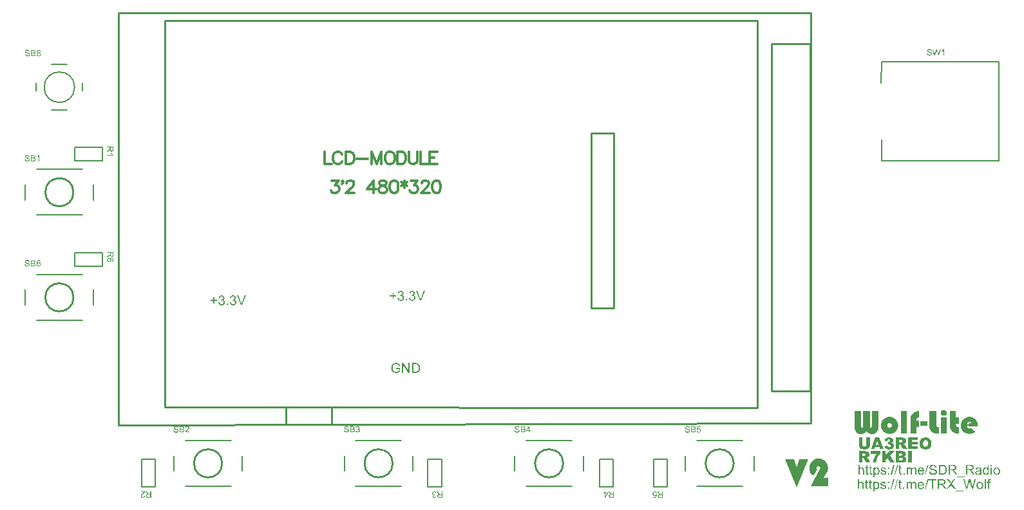
<source format=gto>
G04*
G04 #@! TF.GenerationSoftware,Altium Limited,Altium Designer,21.0.6 (86)*
G04*
G04 Layer_Color=65535*
%FSLAX25Y25*%
%MOIN*%
G70*
G04*
G04 #@! TF.SameCoordinates,573F4C1C-41E7-4716-BA84-A8DF11FC348D*
G04*
G04*
G04 #@! TF.FilePolarity,Positive*
G04*
G01*
G75*
%ADD10C,0.01000*%
%ADD11C,0.00787*%
%ADD12C,0.01235*%
G36*
X511068Y9554D02*
X511155Y9547D01*
X511257Y9532D01*
X511359Y9517D01*
X511476Y9496D01*
X511381Y8956D01*
X511374D01*
X511352Y8963D01*
X511315Y8971D01*
X511264Y8978D01*
X511206D01*
X511148Y8985D01*
X511017Y8993D01*
X510973D01*
X510922Y8985D01*
X510863Y8978D01*
X510798Y8963D01*
X510732Y8942D01*
X510674Y8912D01*
X510623Y8869D01*
X510616Y8862D01*
X510608Y8847D01*
X510586Y8818D01*
X510565Y8767D01*
X510543Y8708D01*
X510528Y8636D01*
X510513Y8541D01*
X510506Y8424D01*
Y8089D01*
X511213D01*
Y7608D01*
X510506D01*
Y4429D01*
X509887D01*
Y7608D01*
X509340D01*
Y8089D01*
X509887D01*
Y8475D01*
Y8482D01*
Y8490D01*
Y8533D01*
X509894Y8599D01*
Y8679D01*
X509901Y8767D01*
X509916Y8862D01*
X509930Y8949D01*
X509952Y9022D01*
X509960Y9029D01*
X509967Y9066D01*
X509989Y9109D01*
X510025Y9160D01*
X510069Y9219D01*
X510120Y9284D01*
X510185Y9350D01*
X510266Y9408D01*
X510273Y9415D01*
X510309Y9430D01*
X510360Y9459D01*
X510433Y9488D01*
X510521Y9510D01*
X510630Y9539D01*
X510754Y9554D01*
X510900Y9561D01*
X511002D01*
X511068Y9554D01*
D02*
G37*
G36*
X452296Y8162D02*
X452347Y8154D01*
X452456Y8140D01*
X452587Y8111D01*
X452726Y8067D01*
X452864Y8001D01*
X453003Y7921D01*
X453010D01*
X453017Y7907D01*
X453061Y7877D01*
X453127Y7819D01*
X453207Y7746D01*
X453294Y7651D01*
X453382Y7535D01*
X453469Y7396D01*
X453542Y7243D01*
Y7236D01*
X453549Y7221D01*
X453557Y7199D01*
X453571Y7170D01*
X453586Y7126D01*
X453601Y7075D01*
X453637Y6959D01*
X453673Y6813D01*
X453703Y6653D01*
X453724Y6470D01*
X453732Y6281D01*
Y6273D01*
Y6259D01*
Y6230D01*
Y6186D01*
X453724Y6135D01*
Y6077D01*
X453710Y5945D01*
X453681Y5785D01*
X453644Y5617D01*
X453593Y5442D01*
X453528Y5268D01*
Y5260D01*
X453520Y5246D01*
X453506Y5224D01*
X453491Y5195D01*
X453440Y5114D01*
X453374Y5012D01*
X453294Y4903D01*
X453192Y4794D01*
X453076Y4684D01*
X452937Y4582D01*
X452930D01*
X452922Y4575D01*
X452901Y4560D01*
X452872Y4546D01*
X452799Y4509D01*
X452697Y4466D01*
X452573Y4422D01*
X452441Y4385D01*
X452288Y4356D01*
X452135Y4349D01*
X452084D01*
X452026Y4356D01*
X451953Y4363D01*
X451865Y4378D01*
X451771Y4400D01*
X451676Y4429D01*
X451581Y4473D01*
X451574Y4480D01*
X451537Y4495D01*
X451494Y4524D01*
X451435Y4568D01*
X451377Y4611D01*
X451304Y4670D01*
X451239Y4735D01*
X451180Y4808D01*
Y3029D01*
X450561D01*
Y8089D01*
X451122D01*
Y7608D01*
X451129Y7622D01*
X451158Y7651D01*
X451195Y7702D01*
X451253Y7761D01*
X451319Y7834D01*
X451392Y7899D01*
X451479Y7965D01*
X451567Y8023D01*
X451581Y8030D01*
X451610Y8045D01*
X451669Y8067D01*
X451742Y8096D01*
X451829Y8125D01*
X451931Y8147D01*
X452048Y8162D01*
X452179Y8169D01*
X452259D01*
X452296Y8162D01*
D02*
G37*
G36*
X491268Y7075D02*
X493156Y4429D01*
X492332D01*
X491056Y6222D01*
X491049Y6230D01*
X491035Y6252D01*
X491020Y6281D01*
X490991Y6317D01*
X490925Y6419D01*
X490852Y6529D01*
X490845Y6521D01*
X490823Y6492D01*
X490794Y6448D01*
X490758Y6390D01*
X490677Y6273D01*
X490641Y6222D01*
X490612Y6179D01*
X489336Y4429D01*
X488534D01*
X490481Y7039D01*
X488760Y9474D01*
X489555D01*
X490473Y8176D01*
Y8169D01*
X490488Y8162D01*
X490503Y8140D01*
X490524Y8111D01*
X490568Y8038D01*
X490634Y7950D01*
X490699Y7848D01*
X490765Y7746D01*
X490823Y7651D01*
X490874Y7564D01*
X490882Y7578D01*
X490903Y7608D01*
X490940Y7666D01*
X490991Y7739D01*
X491049Y7819D01*
X491122Y7921D01*
X491195Y8023D01*
X491283Y8133D01*
X492288Y9474D01*
X493017D01*
X491268Y7075D01*
D02*
G37*
G36*
X471731Y8162D02*
X471782D01*
X471833Y8154D01*
X471957Y8133D01*
X472088Y8096D01*
X472226Y8038D01*
X472365Y7965D01*
X472482Y7863D01*
X472496Y7848D01*
X472525Y7804D01*
X472576Y7739D01*
X472598Y7688D01*
X472627Y7637D01*
X472657Y7571D01*
X472678Y7506D01*
X472708Y7433D01*
X472729Y7345D01*
X472744Y7258D01*
X472759Y7156D01*
X472773Y7053D01*
Y6937D01*
Y4429D01*
X472154D01*
Y6725D01*
Y6733D01*
Y6740D01*
Y6784D01*
Y6849D01*
X472146Y6930D01*
X472139Y7017D01*
X472132Y7105D01*
X472117Y7192D01*
X472095Y7258D01*
Y7265D01*
X472081Y7287D01*
X472066Y7316D01*
X472044Y7352D01*
X472015Y7396D01*
X471979Y7440D01*
X471935Y7484D01*
X471876Y7527D01*
X471869Y7535D01*
X471847Y7542D01*
X471818Y7557D01*
X471767Y7578D01*
X471716Y7600D01*
X471651Y7615D01*
X471585Y7622D01*
X471505Y7629D01*
X471468D01*
X471439Y7622D01*
X471366Y7615D01*
X471279Y7600D01*
X471177Y7564D01*
X471067Y7520D01*
X470958Y7455D01*
X470856Y7367D01*
X470849Y7352D01*
X470820Y7316D01*
X470776Y7258D01*
X470732Y7170D01*
X470681Y7053D01*
X470645Y6915D01*
X470615Y6747D01*
X470601Y6550D01*
Y4429D01*
X469981D01*
Y6798D01*
Y6806D01*
Y6820D01*
Y6835D01*
Y6864D01*
X469974Y6944D01*
X469959Y7032D01*
X469945Y7134D01*
X469915Y7236D01*
X469879Y7331D01*
X469828Y7418D01*
X469821Y7425D01*
X469799Y7455D01*
X469762Y7484D01*
X469711Y7527D01*
X469646Y7564D01*
X469558Y7600D01*
X469456Y7622D01*
X469332Y7629D01*
X469289D01*
X469238Y7622D01*
X469179Y7615D01*
X469106Y7593D01*
X469019Y7571D01*
X468939Y7535D01*
X468851Y7491D01*
X468844Y7484D01*
X468815Y7462D01*
X468778Y7433D01*
X468727Y7389D01*
X468676Y7331D01*
X468625Y7258D01*
X468574Y7177D01*
X468530Y7083D01*
X468523Y7068D01*
X468516Y7032D01*
X468501Y6973D01*
X468479Y6893D01*
X468458Y6784D01*
X468443Y6653D01*
X468436Y6499D01*
X468428Y6324D01*
Y4429D01*
X467809D01*
Y8089D01*
X468363D01*
Y7564D01*
X468370Y7578D01*
X468392Y7608D01*
X468436Y7659D01*
X468487Y7717D01*
X468552Y7790D01*
X468633Y7863D01*
X468720Y7936D01*
X468822Y8001D01*
X468837Y8009D01*
X468873Y8030D01*
X468931Y8052D01*
X469012Y8089D01*
X469106Y8118D01*
X469216Y8140D01*
X469340Y8162D01*
X469471Y8169D01*
X469536D01*
X469617Y8162D01*
X469704Y8147D01*
X469813Y8125D01*
X469923Y8096D01*
X470032Y8052D01*
X470134Y7994D01*
X470149Y7987D01*
X470178Y7965D01*
X470222Y7928D01*
X470280Y7870D01*
X470338Y7804D01*
X470404Y7724D01*
X470462Y7629D01*
X470506Y7520D01*
X470513Y7527D01*
X470528Y7549D01*
X470550Y7578D01*
X470586Y7622D01*
X470630Y7673D01*
X470681Y7724D01*
X470739Y7783D01*
X470812Y7848D01*
X470892Y7907D01*
X470973Y7965D01*
X471067Y8016D01*
X471169Y8067D01*
X471279Y8111D01*
X471395Y8140D01*
X471512Y8162D01*
X471643Y8169D01*
X471694D01*
X471731Y8162D01*
D02*
G37*
G36*
X458886Y7382D02*
X458179D01*
Y8089D01*
X458886D01*
Y7382D01*
D02*
G37*
G36*
X455831Y8162D02*
X455941Y8154D01*
X456057Y8140D01*
X456181Y8111D01*
X456312Y8081D01*
X456436Y8038D01*
X456444D01*
X456451Y8030D01*
X456487Y8016D01*
X456546Y7987D01*
X456619Y7950D01*
X456699Y7899D01*
X456779Y7841D01*
X456852Y7775D01*
X456917Y7702D01*
X456925Y7695D01*
X456939Y7666D01*
X456968Y7615D01*
X457005Y7557D01*
X457041Y7469D01*
X457078Y7374D01*
X457107Y7265D01*
X457136Y7141D01*
X456531Y7061D01*
Y7075D01*
X456524Y7105D01*
X456509Y7156D01*
X456487Y7221D01*
X456451Y7287D01*
X456407Y7360D01*
X456356Y7433D01*
X456283Y7498D01*
X456276Y7506D01*
X456247Y7520D01*
X456203Y7549D01*
X456137Y7578D01*
X456065Y7608D01*
X455970Y7637D01*
X455853Y7651D01*
X455729Y7659D01*
X455656D01*
X455583Y7651D01*
X455489Y7644D01*
X455394Y7622D01*
X455292Y7600D01*
X455197Y7564D01*
X455117Y7513D01*
X455110Y7506D01*
X455088Y7491D01*
X455058Y7462D01*
X455029Y7418D01*
X454993Y7374D01*
X454964Y7316D01*
X454942Y7250D01*
X454935Y7185D01*
Y7177D01*
Y7163D01*
X454942Y7141D01*
Y7112D01*
X454964Y7039D01*
X455008Y6966D01*
X455015Y6959D01*
X455022Y6951D01*
X455037Y6930D01*
X455066Y6908D01*
X455095Y6886D01*
X455139Y6857D01*
X455190Y6835D01*
X455248Y6806D01*
X455255D01*
X455270Y6798D01*
X455299Y6791D01*
X455350Y6769D01*
X455423Y6747D01*
X455518Y6725D01*
X455576Y6704D01*
X455642Y6689D01*
X455715Y6667D01*
X455795Y6645D01*
X455802D01*
X455824Y6638D01*
X455860Y6631D01*
X455904Y6616D01*
X455955Y6602D01*
X456021Y6587D01*
X456159Y6543D01*
X456312Y6499D01*
X456465Y6448D01*
X456604Y6397D01*
X456662Y6376D01*
X456713Y6354D01*
X456728Y6346D01*
X456757Y6332D01*
X456801Y6310D01*
X456866Y6273D01*
X456932Y6230D01*
X456998Y6171D01*
X457063Y6106D01*
X457122Y6033D01*
X457129Y6026D01*
X457143Y5996D01*
X457173Y5953D01*
X457202Y5887D01*
X457224Y5807D01*
X457253Y5720D01*
X457267Y5617D01*
X457275Y5501D01*
Y5486D01*
Y5450D01*
X457267Y5391D01*
X457253Y5311D01*
X457231Y5224D01*
X457195Y5129D01*
X457151Y5020D01*
X457092Y4918D01*
X457085Y4903D01*
X457056Y4874D01*
X457020Y4823D01*
X456961Y4764D01*
X456881Y4699D01*
X456793Y4626D01*
X456692Y4560D01*
X456567Y4495D01*
X456560D01*
X456553Y4487D01*
X456509Y4473D01*
X456436Y4451D01*
X456342Y4422D01*
X456225Y4393D01*
X456094Y4371D01*
X455955Y4356D01*
X455795Y4349D01*
X455729D01*
X455678Y4356D01*
X455620D01*
X455547Y4363D01*
X455474Y4371D01*
X455394Y4385D01*
X455219Y4422D01*
X455037Y4473D01*
X454862Y4546D01*
X454781Y4589D01*
X454709Y4640D01*
X454701Y4648D01*
X454694Y4655D01*
X454650Y4699D01*
X454585Y4764D01*
X454512Y4866D01*
X454432Y4990D01*
X454351Y5136D01*
X454286Y5319D01*
X454235Y5523D01*
X454847Y5617D01*
Y5610D01*
Y5603D01*
X454862Y5559D01*
X454876Y5486D01*
X454905Y5406D01*
X454942Y5319D01*
X454986Y5224D01*
X455051Y5129D01*
X455131Y5049D01*
X455146Y5042D01*
X455175Y5020D01*
X455233Y4990D01*
X455306Y4954D01*
X455401Y4918D01*
X455511Y4888D01*
X455642Y4866D01*
X455795Y4859D01*
X455868D01*
X455941Y4866D01*
X456035Y4881D01*
X456137Y4903D01*
X456247Y4932D01*
X456342Y4969D01*
X456429Y5027D01*
X456436Y5034D01*
X456465Y5056D01*
X456495Y5093D01*
X456538Y5144D01*
X456575Y5202D01*
X456611Y5275D01*
X456633Y5348D01*
X456640Y5435D01*
Y5442D01*
Y5472D01*
X456633Y5508D01*
X456619Y5559D01*
X456597Y5610D01*
X456560Y5661D01*
X456517Y5720D01*
X456451Y5763D01*
X456444Y5771D01*
X456422Y5778D01*
X456385Y5800D01*
X456327Y5821D01*
X456240Y5851D01*
X456188Y5872D01*
X456130Y5887D01*
X456065Y5909D01*
X455992Y5931D01*
X455911Y5953D01*
X455817Y5975D01*
X455809D01*
X455788Y5982D01*
X455751Y5989D01*
X455707Y6004D01*
X455649Y6018D01*
X455583Y6040D01*
X455445Y6077D01*
X455285Y6128D01*
X455131Y6171D01*
X454986Y6222D01*
X454920Y6252D01*
X454869Y6273D01*
X454854Y6281D01*
X454825Y6295D01*
X454781Y6324D01*
X454723Y6361D01*
X454658Y6412D01*
X454592Y6470D01*
X454526Y6536D01*
X454468Y6616D01*
X454461Y6623D01*
X454446Y6653D01*
X454424Y6704D01*
X454402Y6762D01*
X454381Y6835D01*
X454359Y6922D01*
X454344Y7010D01*
X454337Y7112D01*
Y7126D01*
Y7156D01*
X454344Y7199D01*
X454351Y7265D01*
X454366Y7331D01*
X454381Y7411D01*
X454410Y7484D01*
X454446Y7564D01*
X454453Y7571D01*
X454468Y7600D01*
X454490Y7637D01*
X454526Y7688D01*
X454570Y7739D01*
X454621Y7804D01*
X454679Y7863D01*
X454752Y7914D01*
X454760Y7921D01*
X454781Y7928D01*
X454811Y7950D01*
X454854Y7972D01*
X454913Y8001D01*
X454978Y8030D01*
X455058Y8060D01*
X455146Y8089D01*
X455161Y8096D01*
X455190Y8103D01*
X455241Y8118D01*
X455306Y8133D01*
X455387Y8147D01*
X455474Y8154D01*
X455576Y8169D01*
X455751D01*
X455831Y8162D01*
D02*
G37*
G36*
X502320Y4429D02*
X501663D01*
X500606Y8271D01*
Y8278D01*
X500599Y8293D01*
X500592Y8315D01*
X500585Y8351D01*
X500563Y8431D01*
X500541Y8526D01*
X500512Y8628D01*
X500483Y8723D01*
X500461Y8803D01*
X500453Y8840D01*
X500446Y8862D01*
Y8854D01*
X500439Y8847D01*
X500431Y8803D01*
X500417Y8738D01*
X500395Y8657D01*
X500373Y8570D01*
X500344Y8468D01*
X500322Y8366D01*
X500293Y8271D01*
X499229Y4429D01*
X498529D01*
X497209Y9474D01*
X497902D01*
X498653Y6164D01*
Y6157D01*
X498660Y6142D01*
X498667Y6113D01*
X498675Y6077D01*
X498682Y6026D01*
X498697Y5975D01*
X498711Y5909D01*
X498726Y5836D01*
X498762Y5683D01*
X498799Y5508D01*
X498835Y5319D01*
X498871Y5129D01*
Y5136D01*
X498879Y5165D01*
X498893Y5202D01*
X498901Y5260D01*
X498915Y5319D01*
X498937Y5391D01*
X498974Y5552D01*
X499017Y5712D01*
X499032Y5792D01*
X499054Y5865D01*
X499068Y5931D01*
X499083Y5989D01*
X499097Y6033D01*
X499105Y6062D01*
X500060Y9474D01*
X500869D01*
X501583Y6915D01*
Y6908D01*
X501598Y6871D01*
X501612Y6820D01*
X501627Y6755D01*
X501649Y6667D01*
X501678Y6572D01*
X501707Y6463D01*
X501736Y6339D01*
X501773Y6201D01*
X501802Y6062D01*
X501868Y5763D01*
X501933Y5450D01*
X501984Y5129D01*
Y5136D01*
X501992Y5151D01*
Y5180D01*
X502006Y5216D01*
X502013Y5260D01*
X502028Y5311D01*
X502035Y5377D01*
X502057Y5450D01*
X502094Y5610D01*
X502137Y5800D01*
X502181Y6004D01*
X502239Y6230D01*
X503027Y9474D01*
X503705D01*
X502320Y4429D01*
D02*
G37*
G36*
X508778D02*
X508159D01*
Y9474D01*
X508778D01*
Y4429D01*
D02*
G37*
G36*
X486369Y9466D02*
X486435D01*
X486588Y9459D01*
X486748Y9437D01*
X486923Y9415D01*
X487083Y9379D01*
X487164Y9357D01*
X487229Y9335D01*
X487237D01*
X487244Y9328D01*
X487288Y9306D01*
X487353Y9277D01*
X487433Y9226D01*
X487521Y9160D01*
X487616Y9073D01*
X487703Y8971D01*
X487791Y8854D01*
Y8847D01*
X487798Y8840D01*
X487827Y8796D01*
X487856Y8723D01*
X487900Y8628D01*
X487936Y8519D01*
X487973Y8388D01*
X487995Y8249D01*
X488002Y8096D01*
Y8089D01*
Y8074D01*
Y8045D01*
X487995Y8009D01*
Y7958D01*
X487987Y7907D01*
X487958Y7783D01*
X487915Y7637D01*
X487856Y7484D01*
X487769Y7331D01*
X487710Y7258D01*
X487652Y7185D01*
X487645Y7177D01*
X487638Y7170D01*
X487616Y7148D01*
X487586Y7126D01*
X487550Y7097D01*
X487506Y7068D01*
X487448Y7032D01*
X487390Y6988D01*
X487317Y6951D01*
X487237Y6915D01*
X487149Y6871D01*
X487054Y6835D01*
X486945Y6806D01*
X486836Y6769D01*
X486712Y6747D01*
X486581Y6725D01*
X486595Y6718D01*
X486624Y6704D01*
X486668Y6674D01*
X486726Y6645D01*
X486858Y6565D01*
X486923Y6514D01*
X486981Y6470D01*
X486996Y6456D01*
X487032Y6419D01*
X487091Y6361D01*
X487164Y6288D01*
X487244Y6186D01*
X487339Y6077D01*
X487433Y5945D01*
X487535Y5800D01*
X488403Y4429D01*
X487572D01*
X486908Y5479D01*
Y5486D01*
X486894Y5501D01*
X486879Y5523D01*
X486858Y5552D01*
X486806Y5632D01*
X486741Y5734D01*
X486661Y5843D01*
X486581Y5960D01*
X486500Y6069D01*
X486427Y6171D01*
X486420Y6179D01*
X486398Y6208D01*
X486362Y6252D01*
X486311Y6303D01*
X486201Y6412D01*
X486143Y6463D01*
X486085Y6507D01*
X486077Y6514D01*
X486063Y6521D01*
X486034Y6536D01*
X485990Y6558D01*
X485946Y6580D01*
X485895Y6602D01*
X485779Y6638D01*
X485771D01*
X485757Y6645D01*
X485728D01*
X485691Y6653D01*
X485640Y6660D01*
X485582D01*
X485502Y6667D01*
X484641D01*
Y4429D01*
X483971D01*
Y9474D01*
X486311D01*
X486369Y9466D01*
D02*
G37*
G36*
X483271Y8876D02*
X481609D01*
Y4429D01*
X480938D01*
Y8876D01*
X479276D01*
Y9474D01*
X483271D01*
Y8876D01*
D02*
G37*
G36*
X466737Y4429D02*
X466030D01*
Y5136D01*
X466737D01*
Y4429D01*
D02*
G37*
G36*
X458886D02*
X458179D01*
Y5136D01*
X458886D01*
Y4429D01*
D02*
G37*
G36*
X443336Y7666D02*
X443343Y7673D01*
X443358Y7688D01*
X443380Y7710D01*
X443416Y7746D01*
X443453Y7783D01*
X443504Y7826D01*
X443570Y7870D01*
X443635Y7921D01*
X443708Y7965D01*
X443788Y8009D01*
X443978Y8089D01*
X444080Y8125D01*
X444189Y8147D01*
X444306Y8162D01*
X444422Y8169D01*
X444488D01*
X444568Y8162D01*
X444663Y8147D01*
X444772Y8133D01*
X444889Y8103D01*
X445006Y8060D01*
X445122Y8009D01*
X445137Y8001D01*
X445173Y7979D01*
X445224Y7943D01*
X445290Y7892D01*
X445356Y7826D01*
X445428Y7753D01*
X445494Y7666D01*
X445552Y7564D01*
X445560Y7549D01*
X445574Y7513D01*
X445596Y7447D01*
X445618Y7352D01*
X445640Y7236D01*
X445662Y7097D01*
X445676Y6930D01*
X445684Y6740D01*
Y4429D01*
X445064D01*
Y6747D01*
Y6755D01*
Y6769D01*
Y6791D01*
Y6820D01*
X445057Y6900D01*
X445042Y7002D01*
X445013Y7112D01*
X444976Y7221D01*
X444925Y7331D01*
X444860Y7418D01*
X444852Y7425D01*
X444823Y7455D01*
X444780Y7491D01*
X444714Y7527D01*
X444634Y7571D01*
X444539Y7600D01*
X444422Y7629D01*
X444291Y7637D01*
X444247D01*
X444196Y7629D01*
X444124Y7622D01*
X444051Y7600D01*
X443963Y7578D01*
X443876Y7542D01*
X443781Y7491D01*
X443774Y7484D01*
X443744Y7462D01*
X443701Y7433D01*
X443650Y7389D01*
X443591Y7331D01*
X443533Y7265D01*
X443482Y7185D01*
X443438Y7097D01*
X443431Y7083D01*
X443424Y7053D01*
X443409Y6995D01*
X443387Y6922D01*
X443365Y6827D01*
X443351Y6711D01*
X443343Y6580D01*
X443336Y6427D01*
Y4429D01*
X442717D01*
Y9474D01*
X443336D01*
Y7666D01*
D02*
G37*
G36*
X464616Y8089D02*
X465243D01*
Y7608D01*
X464616D01*
Y5457D01*
Y5442D01*
Y5413D01*
Y5370D01*
X464623Y5319D01*
X464630Y5202D01*
X464638Y5151D01*
X464645Y5114D01*
X464652Y5100D01*
X464674Y5071D01*
X464703Y5034D01*
X464754Y4998D01*
X464769Y4990D01*
X464805Y4976D01*
X464871Y4961D01*
X464966Y4954D01*
X465038D01*
X465075Y4961D01*
X465126D01*
X465184Y4969D01*
X465243Y4976D01*
X465323Y4429D01*
X465308D01*
X465279Y4422D01*
X465228Y4414D01*
X465162Y4407D01*
X465090Y4393D01*
X465009Y4385D01*
X464849Y4378D01*
X464791D01*
X464732Y4385D01*
X464659Y4393D01*
X464572Y4400D01*
X464485Y4422D01*
X464404Y4444D01*
X464324Y4480D01*
X464317Y4487D01*
X464295Y4502D01*
X464266Y4524D01*
X464222Y4560D01*
X464186Y4597D01*
X464142Y4648D01*
X464098Y4699D01*
X464069Y4764D01*
Y4772D01*
X464054Y4801D01*
X464047Y4852D01*
X464033Y4925D01*
X464018Y5020D01*
X464011Y5078D01*
Y5144D01*
X464003Y5224D01*
X463996Y5304D01*
Y5391D01*
Y5494D01*
Y7608D01*
X463537D01*
Y8089D01*
X463996D01*
Y8993D01*
X464616Y9364D01*
Y8089D01*
D02*
G37*
G36*
X449321D02*
X449948D01*
Y7608D01*
X449321D01*
Y5457D01*
Y5442D01*
Y5413D01*
Y5370D01*
X449329Y5319D01*
X449336Y5202D01*
X449343Y5151D01*
X449350Y5114D01*
X449358Y5100D01*
X449380Y5071D01*
X449409Y5034D01*
X449460Y4998D01*
X449474Y4990D01*
X449511Y4976D01*
X449576Y4961D01*
X449671Y4954D01*
X449744D01*
X449781Y4961D01*
X449832D01*
X449890Y4969D01*
X449948Y4976D01*
X450028Y4429D01*
X450014D01*
X449985Y4422D01*
X449934Y4414D01*
X449868Y4407D01*
X449795Y4393D01*
X449715Y4385D01*
X449555Y4378D01*
X449496D01*
X449438Y4385D01*
X449365Y4393D01*
X449277Y4400D01*
X449190Y4422D01*
X449110Y4444D01*
X449030Y4480D01*
X449022Y4487D01*
X449001Y4502D01*
X448971Y4524D01*
X448928Y4560D01*
X448891Y4597D01*
X448847Y4648D01*
X448804Y4699D01*
X448774Y4764D01*
Y4772D01*
X448760Y4801D01*
X448753Y4852D01*
X448738Y4925D01*
X448724Y5020D01*
X448716Y5078D01*
Y5144D01*
X448709Y5224D01*
X448702Y5304D01*
Y5391D01*
Y5494D01*
Y7608D01*
X448242D01*
Y8089D01*
X448702D01*
Y8993D01*
X449321Y9364D01*
Y8089D01*
D02*
G37*
G36*
X447360D02*
X447987D01*
Y7608D01*
X447360D01*
Y5457D01*
Y5442D01*
Y5413D01*
Y5370D01*
X447368Y5319D01*
X447375Y5202D01*
X447382Y5151D01*
X447389Y5114D01*
X447397Y5100D01*
X447419Y5071D01*
X447448Y5034D01*
X447499Y4998D01*
X447513Y4990D01*
X447550Y4976D01*
X447615Y4961D01*
X447710Y4954D01*
X447783D01*
X447820Y4961D01*
X447871D01*
X447929Y4969D01*
X447987Y4976D01*
X448067Y4429D01*
X448053D01*
X448024Y4422D01*
X447973Y4414D01*
X447907Y4407D01*
X447834Y4393D01*
X447754Y4385D01*
X447593Y4378D01*
X447535D01*
X447477Y4385D01*
X447404Y4393D01*
X447317Y4400D01*
X447229Y4422D01*
X447149Y4444D01*
X447069Y4480D01*
X447061Y4487D01*
X447040Y4502D01*
X447010Y4524D01*
X446967Y4560D01*
X446930Y4597D01*
X446886Y4648D01*
X446843Y4699D01*
X446813Y4764D01*
Y4772D01*
X446799Y4801D01*
X446792Y4852D01*
X446777Y4925D01*
X446763Y5020D01*
X446755Y5078D01*
Y5144D01*
X446748Y5224D01*
X446741Y5304D01*
Y5391D01*
Y5494D01*
Y7608D01*
X446281D01*
Y8089D01*
X446741D01*
Y8993D01*
X447360Y9364D01*
Y8089D01*
D02*
G37*
G36*
X505855Y8162D02*
X505921Y8154D01*
X505994Y8140D01*
X506074Y8125D01*
X506169Y8111D01*
X506365Y8045D01*
X506468Y8009D01*
X506570Y7958D01*
X506672Y7907D01*
X506774Y7834D01*
X506869Y7761D01*
X506963Y7673D01*
X506971Y7666D01*
X506985Y7651D01*
X507007Y7622D01*
X507036Y7586D01*
X507073Y7535D01*
X507116Y7469D01*
X507160Y7396D01*
X507204Y7316D01*
X507248Y7228D01*
X507291Y7119D01*
X507335Y7010D01*
X507372Y6886D01*
X507401Y6755D01*
X507423Y6616D01*
X507437Y6470D01*
X507444Y6310D01*
Y6303D01*
Y6281D01*
Y6244D01*
Y6193D01*
X507437Y6135D01*
X507430Y6062D01*
Y5989D01*
X507415Y5909D01*
X507393Y5727D01*
X507350Y5545D01*
X507299Y5362D01*
X507226Y5195D01*
Y5187D01*
X507219Y5180D01*
X507204Y5158D01*
X507189Y5129D01*
X507138Y5056D01*
X507073Y4969D01*
X506985Y4866D01*
X506876Y4764D01*
X506752Y4662D01*
X506606Y4568D01*
X506599D01*
X506592Y4560D01*
X506570Y4546D01*
X506533Y4531D01*
X506497Y4517D01*
X506453Y4502D01*
X506344Y4458D01*
X506220Y4422D01*
X506067Y4385D01*
X505906Y4356D01*
X505731Y4349D01*
X505658D01*
X505600Y4356D01*
X505535Y4363D01*
X505462Y4378D01*
X505374Y4393D01*
X505287Y4407D01*
X505090Y4466D01*
X504980Y4509D01*
X504878Y4553D01*
X504776Y4611D01*
X504674Y4677D01*
X504579Y4750D01*
X504485Y4837D01*
X504477Y4845D01*
X504463Y4859D01*
X504441Y4888D01*
X504412Y4932D01*
X504375Y4983D01*
X504339Y5042D01*
X504295Y5114D01*
X504251Y5202D01*
X504208Y5297D01*
X504164Y5406D01*
X504128Y5523D01*
X504091Y5647D01*
X504062Y5785D01*
X504040Y5931D01*
X504025Y6091D01*
X504018Y6259D01*
Y6273D01*
Y6303D01*
X504025Y6354D01*
Y6427D01*
X504033Y6507D01*
X504047Y6609D01*
X504062Y6711D01*
X504091Y6827D01*
X504120Y6944D01*
X504157Y7068D01*
X504200Y7199D01*
X504259Y7323D01*
X504317Y7440D01*
X504397Y7557D01*
X504477Y7666D01*
X504579Y7761D01*
X504587Y7768D01*
X504601Y7775D01*
X504631Y7797D01*
X504667Y7826D01*
X504711Y7855D01*
X504769Y7892D01*
X504827Y7928D01*
X504900Y7965D01*
X504980Y8001D01*
X505068Y8038D01*
X505265Y8103D01*
X505491Y8154D01*
X505607Y8162D01*
X505731Y8169D01*
X505804D01*
X505855Y8162D01*
D02*
G37*
G36*
X475310D02*
X475368Y8154D01*
X475441Y8140D01*
X475522Y8125D01*
X475616Y8103D01*
X475704Y8081D01*
X475806Y8045D01*
X475901Y8009D01*
X476003Y7958D01*
X476105Y7899D01*
X476207Y7834D01*
X476302Y7753D01*
X476389Y7666D01*
X476396Y7659D01*
X476411Y7644D01*
X476433Y7615D01*
X476462Y7571D01*
X476498Y7520D01*
X476535Y7462D01*
X476579Y7389D01*
X476622Y7301D01*
X476666Y7207D01*
X476710Y7105D01*
X476746Y6988D01*
X476783Y6864D01*
X476812Y6725D01*
X476834Y6580D01*
X476848Y6427D01*
X476856Y6259D01*
Y6252D01*
Y6222D01*
Y6171D01*
X476848Y6098D01*
X474115D01*
Y6091D01*
Y6069D01*
X474122Y6040D01*
Y5996D01*
X474129Y5945D01*
X474144Y5887D01*
X474166Y5756D01*
X474209Y5610D01*
X474268Y5450D01*
X474348Y5304D01*
X474450Y5173D01*
X474457D01*
X474465Y5158D01*
X474508Y5122D01*
X474574Y5071D01*
X474661Y5020D01*
X474778Y4961D01*
X474909Y4910D01*
X475055Y4874D01*
X475135Y4866D01*
X475223Y4859D01*
X475281D01*
X475347Y4866D01*
X475427Y4881D01*
X475514Y4903D01*
X475616Y4932D01*
X475711Y4976D01*
X475806Y5034D01*
X475813Y5042D01*
X475850Y5071D01*
X475893Y5114D01*
X475944Y5173D01*
X476003Y5253D01*
X476068Y5355D01*
X476134Y5472D01*
X476192Y5610D01*
X476834Y5530D01*
Y5523D01*
X476826Y5508D01*
X476819Y5479D01*
X476805Y5435D01*
X476783Y5391D01*
X476761Y5333D01*
X476702Y5209D01*
X476630Y5071D01*
X476528Y4925D01*
X476411Y4786D01*
X476265Y4655D01*
X476258D01*
X476243Y4640D01*
X476221Y4626D01*
X476192Y4604D01*
X476149Y4582D01*
X476105Y4560D01*
X476046Y4531D01*
X475981Y4502D01*
X475908Y4473D01*
X475835Y4444D01*
X475653Y4400D01*
X475449Y4363D01*
X475223Y4349D01*
X475142D01*
X475091Y4356D01*
X475026Y4363D01*
X474946Y4378D01*
X474858Y4393D01*
X474763Y4407D01*
X474559Y4466D01*
X474450Y4509D01*
X474348Y4553D01*
X474238Y4611D01*
X474136Y4677D01*
X474042Y4750D01*
X473947Y4837D01*
X473940Y4845D01*
X473925Y4859D01*
X473903Y4888D01*
X473874Y4932D01*
X473838Y4983D01*
X473801Y5042D01*
X473757Y5114D01*
X473714Y5195D01*
X473670Y5289D01*
X473626Y5391D01*
X473590Y5508D01*
X473553Y5632D01*
X473524Y5763D01*
X473502Y5909D01*
X473488Y6062D01*
X473480Y6222D01*
Y6230D01*
Y6266D01*
Y6310D01*
X473488Y6376D01*
X473495Y6456D01*
X473502Y6543D01*
X473517Y6645D01*
X473539Y6747D01*
X473597Y6981D01*
X473633Y7097D01*
X473677Y7221D01*
X473736Y7338D01*
X473801Y7447D01*
X473874Y7557D01*
X473954Y7659D01*
X473961Y7666D01*
X473976Y7681D01*
X474005Y7702D01*
X474042Y7739D01*
X474085Y7775D01*
X474144Y7819D01*
X474209Y7870D01*
X474290Y7914D01*
X474370Y7965D01*
X474465Y8009D01*
X474567Y8052D01*
X474676Y8089D01*
X474792Y8125D01*
X474917Y8147D01*
X475048Y8162D01*
X475186Y8169D01*
X475259D01*
X475310Y8162D01*
D02*
G37*
G36*
X477643Y4342D02*
X477147D01*
X478613Y9561D01*
X479108D01*
X477643Y4342D01*
D02*
G37*
G36*
X461962D02*
X461466D01*
X462932Y9561D01*
X463427D01*
X461962Y4342D01*
D02*
G37*
G36*
X460001D02*
X459505D01*
X460971Y9561D01*
X461466D01*
X460001Y4342D01*
D02*
G37*
G36*
X497202Y3029D02*
X493098D01*
Y3474D01*
X497202D01*
Y3029D01*
D02*
G37*
G36*
X410837Y5217D02*
X404845Y19913D01*
X409612D01*
X410881Y15561D01*
X412281Y19913D01*
X416895D01*
X410837Y5217D01*
D02*
G37*
G36*
X422603Y20241D02*
X422778Y20219D01*
X422997Y20198D01*
X423215Y20154D01*
X423456Y20088D01*
X424003Y19913D01*
X424287Y19804D01*
X424571Y19673D01*
X424856Y19498D01*
X425162Y19301D01*
X425446Y19082D01*
X425709Y18842D01*
X425731Y18820D01*
X425774Y18776D01*
X425840Y18688D01*
X425927Y18579D01*
X426037Y18448D01*
X426168Y18295D01*
X426277Y18098D01*
X426430Y17879D01*
X426562Y17639D01*
X426671Y17376D01*
X426911Y16786D01*
X426999Y16458D01*
X427065Y16130D01*
X427108Y15758D01*
X427130Y15386D01*
Y15364D01*
Y15342D01*
Y15277D01*
Y15189D01*
X427108Y14971D01*
X427065Y14686D01*
X426999Y14358D01*
X426911Y13986D01*
X426780Y13593D01*
X426605Y13221D01*
X424943Y10028D01*
X427283D01*
Y6004D01*
X418295D01*
X422756Y14358D01*
X422909Y14643D01*
Y14664D01*
X422931Y14708D01*
X422975Y14774D01*
X423019Y14861D01*
X423084Y15080D01*
X423106Y15321D01*
Y15364D01*
X423084Y15452D01*
X423062Y15583D01*
X422975Y15736D01*
X422866Y15889D01*
X422691Y16020D01*
X422450Y16108D01*
X422297Y16152D01*
X422056D01*
X421991Y16130D01*
X421881Y16108D01*
X421663Y16042D01*
X421553Y15955D01*
X421444Y15867D01*
Y15845D01*
X421400Y15824D01*
X421356Y15758D01*
X421313Y15671D01*
X421225Y15452D01*
X421204Y15342D01*
X421182Y15189D01*
Y15168D01*
Y15124D01*
X421204Y15036D01*
X421225Y14949D01*
X421269Y14818D01*
X421335Y14686D01*
X421422Y14555D01*
X421553Y14424D01*
X419760Y11253D01*
X419738D01*
X419716Y11275D01*
X419585Y11384D01*
X419366Y11515D01*
X419126Y11734D01*
X418842Y11975D01*
X418557Y12281D01*
X418273Y12630D01*
X418032Y13002D01*
Y13024D01*
X418010Y13046D01*
X417989Y13112D01*
X417945Y13199D01*
X417836Y13418D01*
X417748Y13702D01*
X417639Y14052D01*
X417529Y14468D01*
X417464Y14905D01*
X417442Y15386D01*
Y15408D01*
Y15474D01*
Y15583D01*
X417464Y15714D01*
X417486Y15889D01*
X417507Y16086D01*
X417551Y16327D01*
X417617Y16567D01*
X417792Y17092D01*
X417901Y17376D01*
X418032Y17683D01*
X418185Y17967D01*
X418382Y18251D01*
X418601Y18535D01*
X418842Y18820D01*
X418863Y18842D01*
X418907Y18885D01*
X418995Y18951D01*
X419104Y19038D01*
X419235Y19148D01*
X419388Y19279D01*
X419585Y19410D01*
X419804Y19542D01*
X420044Y19673D01*
X420307Y19804D01*
X420897Y20044D01*
X421204Y20132D01*
X421553Y20198D01*
X421903Y20241D01*
X422275Y20263D01*
X422472D01*
X422603Y20241D01*
D02*
G37*
G36*
X487315Y45395D02*
X487461Y45358D01*
X487643Y45304D01*
X487825Y45213D01*
X488025Y45103D01*
X488208Y44958D01*
X488226Y44939D01*
X488280Y44885D01*
X488353Y44775D01*
X488444Y44648D01*
X488535Y44502D01*
X488608Y44320D01*
X488663Y44101D01*
X488681Y43883D01*
Y43846D01*
Y43773D01*
X488663Y43646D01*
X488627Y43500D01*
X488572Y43318D01*
X488481Y43136D01*
X488372Y42953D01*
X488226Y42790D01*
X488208Y42771D01*
X488153Y42717D01*
X488044Y42662D01*
X487916Y42589D01*
X487752Y42498D01*
X487552Y42443D01*
X487333Y42389D01*
X487078Y42370D01*
X486969D01*
X486841Y42389D01*
X486677Y42425D01*
X486495Y42480D01*
X486295Y42553D01*
X486112Y42644D01*
X485930Y42790D01*
X485912Y42808D01*
X485857Y42862D01*
X485784Y42953D01*
X485711Y43081D01*
X485639Y43245D01*
X485566Y43427D01*
X485511Y43646D01*
X485493Y43883D01*
Y43919D01*
Y43992D01*
X485511Y44101D01*
X485547Y44247D01*
X485602Y44411D01*
X485693Y44593D01*
X485803Y44775D01*
X485948Y44958D01*
X485966Y44976D01*
X486039Y45031D01*
X486131Y45103D01*
X486276Y45195D01*
X486440Y45267D01*
X486622Y45340D01*
X486841Y45395D01*
X487078Y45413D01*
X487187D01*
X487315Y45395D01*
D02*
G37*
G36*
X474397Y44885D02*
Y41550D01*
X474379D01*
X474342Y41569D01*
X474142D01*
X474032Y41550D01*
X473887Y41514D01*
X473741Y41478D01*
X473595Y41405D01*
X473431Y41295D01*
X473304Y41168D01*
X473285Y41150D01*
X473249Y41095D01*
X473212Y41004D01*
X473158Y40876D01*
X473085Y40712D01*
X473048Y40530D01*
X473012Y40293D01*
X472994Y40038D01*
Y39765D01*
X474397D01*
Y36431D01*
X472994D01*
Y33169D01*
X469805D01*
Y40348D01*
Y40366D01*
Y40403D01*
Y40475D01*
Y40548D01*
X469824Y40658D01*
Y40785D01*
X469860Y41059D01*
X469897Y41387D01*
X469969Y41733D01*
X470079Y42097D01*
X470206Y42425D01*
Y42443D01*
X470224Y42480D01*
X470261Y42534D01*
X470297Y42607D01*
X470425Y42808D01*
X470607Y43063D01*
X470826Y43336D01*
X471099Y43646D01*
X471427Y43937D01*
X471810Y44211D01*
X471828D01*
X471864Y44247D01*
X471919Y44284D01*
X471992Y44320D01*
X472101Y44375D01*
X472210Y44429D01*
X472502Y44557D01*
X472830Y44684D01*
X473212Y44794D01*
X473613Y44866D01*
X474051Y44903D01*
X474397Y44885D01*
D02*
G37*
G36*
X478733Y37196D02*
X474852D01*
Y39437D01*
X478733D01*
Y37196D01*
D02*
G37*
G36*
X500652Y41806D02*
X500816Y41787D01*
X500998Y41751D01*
X501198Y41715D01*
X501417Y41660D01*
X501654Y41605D01*
X501909Y41514D01*
X502164Y41423D01*
X502419Y41295D01*
X502693Y41150D01*
X502948Y40986D01*
X503203Y40785D01*
X503440Y40567D01*
X503458Y40548D01*
X503494Y40512D01*
X503549Y40439D01*
X503640Y40348D01*
X503731Y40220D01*
X503840Y40075D01*
X503950Y39911D01*
X504077Y39710D01*
X504186Y39492D01*
X504296Y39255D01*
X504405Y39000D01*
X504496Y38726D01*
X504587Y38435D01*
X504642Y38125D01*
X504678Y37815D01*
X504697Y37469D01*
Y37433D01*
Y37396D01*
Y37323D01*
Y37251D01*
X504678Y37141D01*
Y37032D01*
X504660Y36886D01*
X499850D01*
Y36904D01*
X499832Y36941D01*
X499814Y37014D01*
X499795Y37105D01*
X499759Y37305D01*
X499741Y37542D01*
Y37560D01*
Y37615D01*
Y37706D01*
X499759Y37797D01*
X499777Y37925D01*
X499795Y38070D01*
X499887Y38380D01*
X501508D01*
Y38398D01*
Y38417D01*
X501472Y38526D01*
X501399Y38690D01*
X501308Y38872D01*
X501162Y39036D01*
X500980Y39200D01*
X500743Y39309D01*
X500597Y39328D01*
X500433Y39346D01*
X500342D01*
X500233Y39328D01*
X500087Y39291D01*
X499941Y39218D01*
X499777Y39127D01*
X499613Y39000D01*
X499468Y38836D01*
X499449Y38818D01*
X499413Y38745D01*
X499358Y38635D01*
X499285Y38489D01*
X499212Y38289D01*
X499158Y38070D01*
X499121Y37815D01*
X499103Y37542D01*
Y37506D01*
Y37396D01*
X499121Y37251D01*
X499140Y37068D01*
X499194Y36850D01*
X499249Y36613D01*
X499340Y36394D01*
X499449Y36194D01*
X499468Y36176D01*
X499522Y36121D01*
X499595Y36030D01*
X499704Y35957D01*
X499850Y35866D01*
X499996Y35775D01*
X500196Y35720D01*
X500397Y35702D01*
X500470D01*
X500579Y35720D01*
X500688Y35756D01*
X500834Y35811D01*
X500998Y35902D01*
X501162Y36012D01*
X501326Y36157D01*
X503130Y33989D01*
X503112Y33971D01*
X503075Y33953D01*
X503002Y33898D01*
X502911Y33843D01*
X502784Y33771D01*
X502656Y33680D01*
X502492Y33588D01*
X502310Y33497D01*
X501891Y33315D01*
X501417Y33151D01*
X500889Y33042D01*
X500615Y33024D01*
X500324Y33005D01*
X500142D01*
X500014Y33024D01*
X499850Y33042D01*
X499650Y33078D01*
X499449Y33115D01*
X499212Y33169D01*
X498976Y33224D01*
X498721Y33315D01*
X498447Y33406D01*
X498192Y33534D01*
X497919Y33680D01*
X497664Y33843D01*
X497409Y34044D01*
X497154Y34262D01*
X497135Y34281D01*
X497099Y34317D01*
X497044Y34390D01*
X496953Y34481D01*
X496862Y34609D01*
X496753Y34754D01*
X496643Y34937D01*
X496516Y35119D01*
X496407Y35337D01*
X496279Y35574D01*
X496170Y35829D01*
X496079Y36121D01*
X495988Y36413D01*
X495933Y36722D01*
X495896Y37050D01*
X495878Y37396D01*
Y37415D01*
Y37487D01*
Y37578D01*
X495896Y37706D01*
X495915Y37870D01*
X495951Y38052D01*
X495988Y38253D01*
X496042Y38489D01*
X496115Y38726D01*
X496188Y38982D01*
X496297Y39237D01*
X496425Y39510D01*
X496570Y39765D01*
X496753Y40038D01*
X496953Y40293D01*
X497172Y40530D01*
X497190Y40548D01*
X497226Y40585D01*
X497299Y40658D01*
X497409Y40731D01*
X497536Y40822D01*
X497682Y40931D01*
X497864Y41059D01*
X498046Y41186D01*
X498265Y41295D01*
X498520Y41423D01*
X498775Y41532D01*
X499049Y41623D01*
X499358Y41696D01*
X499668Y41769D01*
X499996Y41806D01*
X500342Y41824D01*
X500524D01*
X500652Y41806D01*
D02*
G37*
G36*
X453207Y36394D02*
Y36376D01*
Y36321D01*
Y36248D01*
X453189Y36139D01*
X453170Y36012D01*
X453152Y35848D01*
X453098Y35501D01*
X452970Y35101D01*
X452806Y34681D01*
X452697Y34463D01*
X452569Y34262D01*
X452423Y34044D01*
X452259Y33862D01*
X452241Y33843D01*
X452223Y33825D01*
X452168Y33770D01*
X452096Y33716D01*
X451986Y33643D01*
X451877Y33552D01*
X451749Y33461D01*
X451604Y33370D01*
X451239Y33187D01*
X450838Y33024D01*
X450346Y32914D01*
X450091Y32896D01*
X449818Y32878D01*
X449745D01*
X449654Y32896D01*
X449527D01*
X449381Y32932D01*
X449198Y32969D01*
X449016Y33024D01*
X448798Y33078D01*
X448579Y33169D01*
X448360Y33279D01*
X448142Y33406D01*
X447905Y33570D01*
X447686Y33752D01*
X447468Y33971D01*
X447249Y34226D01*
X447067Y34518D01*
Y34499D01*
X447049Y34481D01*
X446957Y34372D01*
X446848Y34208D01*
X446684Y34026D01*
X446502Y33807D01*
X446283Y33607D01*
X446065Y33406D01*
X445810Y33242D01*
X445773Y33224D01*
X445700Y33187D01*
X445554Y33133D01*
X445354Y33060D01*
X445117Y32987D01*
X444844Y32932D01*
X444516Y32896D01*
X444170Y32878D01*
X444024D01*
X443915Y32896D01*
X443787Y32914D01*
X443623Y32932D01*
X443277Y33005D01*
X442894Y33115D01*
X442494Y33297D01*
X442293Y33406D01*
X442111Y33534D01*
X441929Y33698D01*
X441765Y33862D01*
Y33880D01*
X441728Y33916D01*
X441692Y33971D01*
X441637Y34044D01*
X441583Y34153D01*
X441510Y34262D01*
X441437Y34408D01*
X441364Y34590D01*
X441273Y34773D01*
X441200Y34991D01*
X441127Y35210D01*
X441072Y35465D01*
X441018Y35738D01*
X440981Y36030D01*
X440963Y36358D01*
X440945Y36686D01*
Y44757D01*
X444388D01*
Y37214D01*
Y37196D01*
Y37123D01*
Y37032D01*
X444407Y36904D01*
X444425Y36667D01*
X444443Y36558D01*
X444461Y36467D01*
X444480Y36449D01*
X444534Y36394D01*
X444662Y36321D01*
X444826Y36303D01*
X444844D01*
X444917Y36321D01*
X444990Y36340D01*
X445099Y36413D01*
X445190Y36504D01*
X445281Y36649D01*
X445336Y36868D01*
X445354Y36996D01*
Y37141D01*
Y44757D01*
X448798D01*
Y37214D01*
Y37196D01*
Y37123D01*
Y37032D01*
X448816Y36923D01*
X448834Y36686D01*
X448852Y36576D01*
X448889Y36485D01*
X448907Y36449D01*
X448962Y36394D01*
X449089Y36340D01*
X449253Y36303D01*
X449271D01*
X449326Y36321D01*
X449417Y36358D01*
X449508Y36413D01*
X449599Y36522D01*
X449690Y36686D01*
X449709Y36795D01*
X449745Y36923D01*
X449763Y37050D01*
Y37214D01*
Y44757D01*
X453207D01*
Y36394D01*
D02*
G37*
G36*
X488681Y33169D02*
X485493D01*
Y41623D01*
X488681D01*
Y33169D01*
D02*
G37*
G36*
X483106Y37852D02*
Y37815D01*
Y37724D01*
X483124Y37578D01*
X483142Y37415D01*
X483161Y37232D01*
X483215Y37068D01*
X483270Y36904D01*
X483361Y36777D01*
X483379Y36759D01*
X483416Y36740D01*
X483489Y36704D01*
X483580Y36649D01*
X483725Y36595D01*
X483908Y36558D01*
X484126Y36540D01*
X484381Y36522D01*
X484564D01*
Y33169D01*
X483452D01*
X483325Y33187D01*
X483161Y33206D01*
X482978Y33224D01*
X482778Y33260D01*
X482559Y33315D01*
X482086Y33443D01*
X481849Y33534D01*
X481612Y33625D01*
X481357Y33752D01*
X481138Y33898D01*
X480901Y34062D01*
X480701Y34262D01*
X480683Y34281D01*
X480664Y34317D01*
X480610Y34372D01*
X480537Y34463D01*
X480464Y34572D01*
X480373Y34718D01*
X480282Y34864D01*
X480191Y35046D01*
X480081Y35265D01*
X479990Y35483D01*
X479899Y35738D01*
X479826Y36012D01*
X479753Y36303D01*
X479699Y36613D01*
X479681Y36959D01*
X479662Y37305D01*
Y44757D01*
X483106D01*
Y37852D01*
D02*
G37*
G36*
X467965Y33169D02*
X464777D01*
Y44757D01*
X467965D01*
Y33169D01*
D02*
G37*
G36*
X493382Y41514D02*
X494785D01*
Y38162D01*
X493382D01*
Y38143D01*
Y38125D01*
Y38070D01*
Y37998D01*
X493400Y37815D01*
X493419Y37597D01*
X493455Y37378D01*
X493510Y37141D01*
X493582Y36923D01*
X493692Y36759D01*
X493710Y36740D01*
X493746Y36704D01*
X493837Y36631D01*
X493947Y36576D01*
X494111Y36504D01*
X494311Y36431D01*
X494548Y36394D01*
X494840Y36376D01*
Y33060D01*
X494694D01*
X494585Y33042D01*
X494293D01*
X494202Y33060D01*
X494093D01*
X493819Y33096D01*
X493510Y33169D01*
X493163Y33242D01*
X492799Y33370D01*
X492435Y33534D01*
X492416D01*
X492398Y33552D01*
X492344Y33588D01*
X492271Y33625D01*
X492107Y33734D01*
X491888Y33898D01*
X491651Y34080D01*
X491396Y34317D01*
X491141Y34591D01*
X490904Y34900D01*
Y34918D01*
X490868Y34955D01*
X490831Y35010D01*
X490795Y35101D01*
X490740Y35210D01*
X490686Y35337D01*
X490613Y35502D01*
X490558Y35665D01*
X490485Y35866D01*
X490412Y36084D01*
X490357Y36321D01*
X490303Y36576D01*
X490266Y36868D01*
X490230Y37159D01*
X490194Y37797D01*
Y44757D01*
X493382D01*
Y41514D01*
D02*
G37*
G36*
X459365Y41787D02*
X459511Y41769D01*
X459693Y41733D01*
X459894Y41696D01*
X460112Y41642D01*
X460349Y41569D01*
X460604Y41496D01*
X460859Y41387D01*
X461133Y41259D01*
X461388Y41113D01*
X461643Y40931D01*
X461898Y40749D01*
X462153Y40512D01*
X462171Y40494D01*
X462208Y40457D01*
X462281Y40384D01*
X462353Y40275D01*
X462444Y40166D01*
X462554Y40002D01*
X462681Y39838D01*
X462809Y39637D01*
X462918Y39419D01*
X463046Y39182D01*
X463155Y38927D01*
X463246Y38653D01*
X463319Y38362D01*
X463392Y38052D01*
X463428Y37724D01*
X463447Y37396D01*
Y37378D01*
Y37323D01*
Y37214D01*
X463428Y37087D01*
X463410Y36941D01*
X463374Y36759D01*
X463337Y36540D01*
X463283Y36321D01*
X463210Y36084D01*
X463119Y35829D01*
X463027Y35574D01*
X462900Y35319D01*
X462736Y35046D01*
X462572Y34791D01*
X462372Y34536D01*
X462135Y34281D01*
X462116Y34262D01*
X462080Y34226D01*
X462007Y34171D01*
X461898Y34080D01*
X461770Y33989D01*
X461625Y33880D01*
X461442Y33770D01*
X461242Y33643D01*
X461023Y33534D01*
X460786Y33406D01*
X460531Y33297D01*
X460258Y33206D01*
X459967Y33115D01*
X459639Y33060D01*
X459329Y33024D01*
X458983Y33005D01*
X458801D01*
X458673Y33024D01*
X458509Y33042D01*
X458327Y33078D01*
X458126Y33115D01*
X457908Y33169D01*
X457653Y33224D01*
X457398Y33315D01*
X457142Y33424D01*
X456869Y33552D01*
X456614Y33698D01*
X456341Y33862D01*
X456086Y34062D01*
X455831Y34281D01*
X455812Y34299D01*
X455776Y34335D01*
X455703Y34408D01*
X455630Y34518D01*
X455539Y34645D01*
X455430Y34791D01*
X455302Y34955D01*
X455193Y35155D01*
X455065Y35374D01*
X454938Y35611D01*
X454829Y35866D01*
X454737Y36139D01*
X454665Y36431D01*
X454592Y36740D01*
X454555Y37068D01*
X454537Y37396D01*
Y37415D01*
Y37487D01*
Y37578D01*
X454555Y37706D01*
X454573Y37870D01*
X454610Y38052D01*
X454646Y38253D01*
X454701Y38489D01*
X454774Y38726D01*
X454847Y38982D01*
X454956Y39237D01*
X455084Y39510D01*
X455229Y39765D01*
X455412Y40038D01*
X455612Y40293D01*
X455831Y40530D01*
X455849Y40548D01*
X455885Y40585D01*
X455958Y40639D01*
X456068Y40731D01*
X456195Y40822D01*
X456341Y40931D01*
X456523Y41059D01*
X456723Y41168D01*
X456942Y41295D01*
X457197Y41405D01*
X457452Y41514D01*
X457744Y41605D01*
X458053Y41696D01*
X458363Y41751D01*
X458709Y41787D01*
X459056Y41806D01*
X459238D01*
X459365Y41787D01*
D02*
G37*
G36*
X458893Y31142D02*
X458991D01*
X459101Y31131D01*
X459221Y31120D01*
X459352Y31098D01*
X459636Y31043D01*
X459910Y30967D01*
X460183Y30858D01*
X460292Y30792D01*
X460401Y30716D01*
X460412D01*
X460423Y30694D01*
X460489Y30639D01*
X460565Y30541D01*
X460664Y30410D01*
X460762Y30257D01*
X460850Y30071D01*
X460904Y29852D01*
X460915Y29732D01*
X460926Y29612D01*
Y29590D01*
Y29546D01*
X460915Y29469D01*
X460904Y29382D01*
X460872Y29273D01*
X460839Y29153D01*
X460784Y29032D01*
X460708Y28912D01*
X460697Y28901D01*
X460664Y28857D01*
X460620Y28803D01*
X460555Y28726D01*
X460467Y28650D01*
X460358Y28551D01*
X460227Y28453D01*
X460074Y28366D01*
X460084D01*
X460128Y28355D01*
X460194Y28333D01*
X460270Y28311D01*
X460434Y28245D01*
X460522Y28213D01*
X460598Y28169D01*
X460609Y28158D01*
X460642Y28136D01*
X460697Y28092D01*
X460762Y28038D01*
X460839Y27972D01*
X460915Y27885D01*
X460992Y27786D01*
X461057Y27677D01*
X461068Y27666D01*
X461090Y27622D01*
X461112Y27557D01*
X461145Y27480D01*
X461177Y27371D01*
X461210Y27251D01*
X461221Y27120D01*
X461232Y26967D01*
Y26956D01*
Y26945D01*
Y26879D01*
X461221Y26781D01*
X461199Y26650D01*
X461167Y26486D01*
X461112Y26322D01*
X461046Y26147D01*
X460948Y25961D01*
X460937Y25939D01*
X460893Y25885D01*
X460839Y25797D01*
X460751Y25688D01*
X460631Y25567D01*
X460500Y25447D01*
X460347Y25327D01*
X460161Y25218D01*
X460150D01*
X460139Y25207D01*
X460106Y25196D01*
X460063Y25174D01*
X460019Y25163D01*
X459953Y25141D01*
X459800Y25098D01*
X459604Y25043D01*
X459374Y25010D01*
X459101Y24977D01*
X458806Y24966D01*
X458675D01*
X458609Y24977D01*
X458522D01*
X458347Y24988D01*
X458139Y25010D01*
X457920Y25043D01*
X457713Y25087D01*
X457516Y25152D01*
X457494Y25163D01*
X457440Y25185D01*
X457352Y25229D01*
X457243Y25294D01*
X457123Y25371D01*
X456991Y25469D01*
X456860Y25578D01*
X456740Y25710D01*
X456729Y25732D01*
X456685Y25775D01*
X456631Y25852D01*
X456565Y25961D01*
X456489Y26103D01*
X456423Y26256D01*
X456347Y26442D01*
X456281Y26639D01*
X457942Y26868D01*
Y26846D01*
X457964Y26792D01*
X457986Y26704D01*
X458019Y26595D01*
X458106Y26365D01*
X458172Y26256D01*
X458237Y26169D01*
X458248Y26158D01*
X458270Y26136D01*
X458325Y26114D01*
X458379Y26081D01*
X458456Y26037D01*
X458554Y26016D01*
X458653Y25994D01*
X458773Y25983D01*
X458828D01*
X458893Y25994D01*
X458970Y26016D01*
X459057Y26037D01*
X459156Y26081D01*
X459243Y26147D01*
X459330Y26223D01*
X459341Y26234D01*
X459363Y26267D01*
X459407Y26322D01*
X459451Y26398D01*
X459483Y26486D01*
X459527Y26606D01*
X459549Y26737D01*
X459560Y26879D01*
Y26901D01*
Y26945D01*
X459549Y27021D01*
X459538Y27120D01*
X459505Y27218D01*
X459473Y27327D01*
X459418Y27426D01*
X459341Y27524D01*
X459330Y27535D01*
X459298Y27557D01*
X459254Y27600D01*
X459188Y27644D01*
X459101Y27677D01*
X459002Y27721D01*
X458882Y27743D01*
X458751Y27753D01*
X458675D01*
X458609Y27743D01*
X458532Y27732D01*
X458445Y27710D01*
X458336Y27688D01*
X458216Y27655D01*
X458292Y28836D01*
X458368D01*
X458445Y28825D01*
X458565D01*
X458631Y28836D01*
X458707Y28846D01*
X458784Y28868D01*
X458882Y28912D01*
X458970Y28956D01*
X459057Y29021D01*
X459068Y29032D01*
X459090Y29054D01*
X459134Y29098D01*
X459177Y29164D01*
X459210Y29229D01*
X459254Y29316D01*
X459276Y29415D01*
X459287Y29513D01*
Y29524D01*
Y29557D01*
X459276Y29612D01*
X459265Y29666D01*
X459243Y29743D01*
X459221Y29808D01*
X459177Y29885D01*
X459123Y29950D01*
X459112Y29961D01*
X459090Y29972D01*
X459057Y30005D01*
X459002Y30038D01*
X458937Y30060D01*
X458860Y30092D01*
X458773Y30103D01*
X458664Y30114D01*
X458620D01*
X458565Y30103D01*
X458489Y30092D01*
X458412Y30071D01*
X458336Y30038D01*
X458259Y29994D01*
X458183Y29929D01*
X458172Y29918D01*
X458150Y29896D01*
X458128Y29852D01*
X458084Y29787D01*
X458052Y29699D01*
X458008Y29601D01*
X457975Y29469D01*
X457942Y29316D01*
X456368Y29590D01*
Y29601D01*
X456379Y29623D01*
X456390Y29666D01*
X456401Y29710D01*
X456434Y29776D01*
X456456Y29852D01*
X456532Y30016D01*
X456631Y30202D01*
X456762Y30399D01*
X456915Y30584D01*
X457112Y30748D01*
X457123D01*
X457133Y30770D01*
X457166Y30781D01*
X457221Y30814D01*
X457275Y30847D01*
X457341Y30880D01*
X457429Y30912D01*
X457527Y30956D01*
X457625Y30989D01*
X457746Y31022D01*
X457877Y31054D01*
X458019Y31087D01*
X458172Y31120D01*
X458336Y31131D01*
X458696Y31153D01*
X458806D01*
X458893Y31142D01*
D02*
G37*
G36*
X448859Y27480D02*
Y27469D01*
Y27458D01*
Y27393D01*
X448848Y27294D01*
X448838Y27163D01*
X448816Y26999D01*
X448783Y26835D01*
X448739Y26660D01*
X448685Y26475D01*
X448674Y26453D01*
X448652Y26398D01*
X448619Y26311D01*
X448553Y26201D01*
X448488Y26070D01*
X448389Y25928D01*
X448291Y25786D01*
X448160Y25655D01*
X448149Y25644D01*
X448094Y25600D01*
X448029Y25535D01*
X447941Y25458D01*
X447832Y25382D01*
X447701Y25305D01*
X447570Y25229D01*
X447428Y25163D01*
X447417D01*
X447406Y25152D01*
X447373Y25141D01*
X447329Y25130D01*
X447220Y25098D01*
X447056Y25065D01*
X446870Y25032D01*
X446652Y24999D01*
X446400Y24977D01*
X446127Y24966D01*
X445963D01*
X445843Y24977D01*
X445701D01*
X445537Y24999D01*
X445362Y25010D01*
X445165Y25032D01*
X445143D01*
X445078Y25043D01*
X444979Y25054D01*
X444870Y25087D01*
X444728Y25108D01*
X444586Y25152D01*
X444444Y25207D01*
X444302Y25262D01*
X444291Y25272D01*
X444247Y25294D01*
X444181Y25338D01*
X444094Y25393D01*
X443996Y25469D01*
X443886Y25557D01*
X443777Y25655D01*
X443668Y25775D01*
X443657Y25786D01*
X443624Y25830D01*
X443569Y25906D01*
X443515Y25994D01*
X443449Y26092D01*
X443384Y26212D01*
X443318Y26344D01*
X443274Y26475D01*
Y26486D01*
X443263Y26497D01*
Y26529D01*
X443252Y26573D01*
X443220Y26682D01*
X443198Y26814D01*
X443165Y26967D01*
X443132Y27141D01*
X443121Y27316D01*
X443110Y27480D01*
Y31054D01*
X444957D01*
Y27404D01*
Y27382D01*
Y27327D01*
X444968Y27229D01*
X444990Y27120D01*
X445023Y26999D01*
X445067Y26879D01*
X445132Y26748D01*
X445220Y26639D01*
X445231Y26628D01*
X445274Y26595D01*
X445329Y26551D01*
X445416Y26507D01*
X445526Y26453D01*
X445657Y26409D01*
X445810Y26376D01*
X445985Y26365D01*
X446061D01*
X446149Y26376D01*
X446258Y26398D01*
X446378Y26431D01*
X446510Y26475D01*
X446630Y26540D01*
X446739Y26628D01*
X446750Y26639D01*
X446783Y26682D01*
X446826Y26737D01*
X446881Y26825D01*
X446925Y26934D01*
X446969Y27076D01*
X447001Y27229D01*
X447012Y27404D01*
Y31054D01*
X448859D01*
Y27480D01*
D02*
G37*
G36*
X473660Y29776D02*
X470555Y29776D01*
Y28825D01*
X473430Y28825D01*
Y27600D01*
X470555Y27600D01*
Y26420D01*
X473747Y26420D01*
Y25065D01*
X468697Y25065D01*
Y31054D01*
X473660Y31054D01*
Y29776D01*
D02*
G37*
G36*
X465582Y31043D02*
X465779Y31032D01*
X465987Y31022D01*
X466205Y30989D01*
X466413Y30956D01*
X466599Y30901D01*
X466621Y30890D01*
X466675Y30869D01*
X466763Y30836D01*
X466861Y30781D01*
X466981Y30705D01*
X467102Y30606D01*
X467222Y30497D01*
X467331Y30355D01*
X467342Y30333D01*
X467375Y30289D01*
X467419Y30202D01*
X467473Y30082D01*
X467528Y29939D01*
X467572Y29776D01*
X467604Y29590D01*
X467615Y29382D01*
Y29360D01*
Y29295D01*
X467604Y29207D01*
X467593Y29087D01*
X467561Y28956D01*
X467528Y28814D01*
X467473Y28661D01*
X467397Y28519D01*
X467386Y28508D01*
X467364Y28464D01*
X467309Y28398D01*
X467244Y28311D01*
X467156Y28223D01*
X467058Y28125D01*
X466938Y28027D01*
X466807Y27939D01*
X466796Y27928D01*
X466763Y27918D01*
X466708Y27885D01*
X466643Y27852D01*
X466544Y27819D01*
X466435Y27775D01*
X466304Y27743D01*
X466162Y27699D01*
X466173D01*
X466216Y27677D01*
X466271Y27655D01*
X466347Y27633D01*
X466500Y27557D01*
X466577Y27524D01*
X466643Y27480D01*
X466664Y27469D01*
X466686Y27448D01*
X466719Y27415D01*
X466763Y27371D01*
X466807Y27316D01*
X466872Y27251D01*
X466938Y27163D01*
X466949Y27152D01*
X466970Y27120D01*
X467003Y27076D01*
X467047Y27032D01*
X467134Y26901D01*
X467167Y26846D01*
X467200Y26792D01*
X468107Y25065D01*
X466009D01*
X465014Y26890D01*
X465003Y26901D01*
X464981Y26945D01*
X464948Y27010D01*
X464905Y27076D01*
X464795Y27229D01*
X464730Y27294D01*
X464675Y27349D01*
X464664Y27360D01*
X464642Y27371D01*
X464599Y27393D01*
X464544Y27426D01*
X464478Y27448D01*
X464402Y27469D01*
X464314Y27480D01*
X464216Y27491D01*
X464063D01*
Y25065D01*
X462205D01*
Y31054D01*
X465506D01*
X465582Y31043D01*
D02*
G37*
G36*
X456008Y25065D02*
X454062D01*
X453767Y26048D01*
X451668D01*
X451373Y25065D01*
X449482D01*
X451723Y31054D01*
X453756D01*
X456008Y25065D01*
D02*
G37*
G36*
X477846Y31142D02*
X477977Y31131D01*
X478119Y31109D01*
X478283Y31087D01*
X478447Y31054D01*
X478633Y31011D01*
X478819Y30956D01*
X479015Y30890D01*
X479201Y30814D01*
X479387Y30716D01*
X479573Y30606D01*
X479737Y30486D01*
X479901Y30344D01*
X479912Y30333D01*
X479933Y30311D01*
X479977Y30257D01*
X480032Y30202D01*
X480086Y30114D01*
X480163Y30016D01*
X480239Y29896D01*
X480316Y29765D01*
X480393Y29612D01*
X480458Y29448D01*
X480535Y29262D01*
X480589Y29065D01*
X480644Y28846D01*
X480688Y28617D01*
X480709Y28366D01*
X480720Y28103D01*
Y28092D01*
Y28060D01*
Y28005D01*
Y27928D01*
X480709Y27841D01*
X480698Y27732D01*
X480688Y27622D01*
X480677Y27491D01*
X480633Y27218D01*
X480567Y26934D01*
X480480Y26650D01*
X480360Y26376D01*
Y26365D01*
X480349Y26344D01*
X480327Y26311D01*
X480294Y26267D01*
X480218Y26147D01*
X480097Y25994D01*
X479955Y25830D01*
X479780Y25655D01*
X479584Y25491D01*
X479343Y25338D01*
X479332D01*
X479310Y25327D01*
X479278Y25305D01*
X479223Y25283D01*
X479157Y25251D01*
X479081Y25218D01*
X478993Y25185D01*
X478884Y25152D01*
X478764Y25119D01*
X478644Y25087D01*
X478360Y25021D01*
X478032Y24977D01*
X477671Y24966D01*
X477507D01*
X477420Y24977D01*
X477321Y24988D01*
X477212D01*
X477081Y25010D01*
X476818Y25043D01*
X476545Y25098D01*
X476261Y25174D01*
X475999Y25283D01*
X475988D01*
X475966Y25294D01*
X475933Y25316D01*
X475889Y25349D01*
X475769Y25425D01*
X475616Y25535D01*
X475441Y25666D01*
X475266Y25852D01*
X475080Y26059D01*
X474917Y26300D01*
Y26311D01*
X474895Y26333D01*
X474884Y26376D01*
X474851Y26431D01*
X474818Y26497D01*
X474785Y26573D01*
X474753Y26671D01*
X474720Y26781D01*
X474676Y26901D01*
X474643Y27032D01*
X474611Y27174D01*
X474578Y27338D01*
X474534Y27677D01*
X474512Y28049D01*
Y28071D01*
Y28114D01*
X474523Y28191D01*
Y28289D01*
X474534Y28409D01*
X474556Y28551D01*
X474578Y28715D01*
X474611Y28879D01*
X474654Y29065D01*
X474709Y29251D01*
X474774Y29437D01*
X474851Y29634D01*
X474949Y29819D01*
X475059Y30005D01*
X475179Y30169D01*
X475321Y30333D01*
X475332Y30344D01*
X475365Y30366D01*
X475408Y30410D01*
X475474Y30464D01*
X475561Y30519D01*
X475660Y30595D01*
X475780Y30672D01*
X475911Y30748D01*
X476064Y30825D01*
X476239Y30890D01*
X476425Y30967D01*
X476632Y31022D01*
X476851Y31076D01*
X477092Y31120D01*
X477343Y31142D01*
X477605Y31153D01*
X477747D01*
X477846Y31142D01*
D02*
G37*
G36*
X459254Y21774D02*
X461549Y18047D01*
X459265D01*
X457997Y20496D01*
X457046Y19501D01*
Y18047D01*
X455199D01*
Y24037D01*
X457046D01*
Y21763D01*
X458981Y24037D01*
X461451D01*
X459254Y21774D01*
D02*
G37*
G36*
X470610Y18047D02*
X468752D01*
Y24037D01*
X470610D01*
Y18047D01*
D02*
G37*
G36*
X465768Y24026D02*
X465845D01*
X465921Y24015D01*
X466118Y23982D01*
X466336Y23928D01*
X466555Y23851D01*
X466763Y23742D01*
X466959Y23600D01*
X466970D01*
X466981Y23578D01*
X467036Y23523D01*
X467112Y23436D01*
X467200Y23305D01*
X467276Y23152D01*
X467353Y22977D01*
X467408Y22769D01*
X467429Y22660D01*
Y22539D01*
Y22528D01*
Y22518D01*
Y22452D01*
X467408Y22354D01*
X467386Y22233D01*
X467342Y22091D01*
X467287Y21938D01*
X467200Y21785D01*
X467091Y21632D01*
X467080Y21621D01*
X467047Y21589D01*
X467003Y21545D01*
X466927Y21490D01*
X466839Y21425D01*
X466730Y21359D01*
X466599Y21293D01*
X466446Y21228D01*
X466457D01*
X466479Y21217D01*
X466511D01*
X466555Y21195D01*
X466664Y21162D01*
X466807Y21108D01*
X466959Y21031D01*
X467123Y20933D01*
X467266Y20823D01*
X467397Y20692D01*
X467408Y20670D01*
X467440Y20627D01*
X467495Y20539D01*
X467550Y20430D01*
X467604Y20299D01*
X467659Y20135D01*
X467692Y19949D01*
X467703Y19741D01*
Y19719D01*
Y19665D01*
X467692Y19577D01*
X467681Y19468D01*
X467648Y19337D01*
X467615Y19195D01*
X467561Y19053D01*
X467484Y18911D01*
X467473Y18900D01*
X467440Y18845D01*
X467397Y18779D01*
X467331Y18703D01*
X467244Y18605D01*
X467134Y18506D01*
X467014Y18408D01*
X466883Y18320D01*
X466872D01*
X466839Y18299D01*
X466785Y18277D01*
X466708Y18244D01*
X466610Y18211D01*
X466490Y18178D01*
X466347Y18157D01*
X466184Y18124D01*
X466162D01*
X466129Y18113D01*
X466085D01*
X465976Y18102D01*
X465845Y18091D01*
X465702Y18069D01*
X465571Y18058D01*
X465451Y18047D01*
X462161D01*
Y24037D01*
X465714D01*
X465768Y24026D01*
D02*
G37*
G36*
X454226Y22900D02*
X454215Y22889D01*
X454193Y22878D01*
X454160Y22846D01*
X454117Y22802D01*
X453997Y22682D01*
X453854Y22528D01*
X453680Y22354D01*
X453505Y22135D01*
X453319Y21905D01*
X453155Y21665D01*
X453144Y21654D01*
X453133Y21632D01*
X453111Y21589D01*
X453067Y21523D01*
X453024Y21447D01*
X452980Y21359D01*
X452925Y21250D01*
X452860Y21140D01*
X452794Y21009D01*
X452729Y20867D01*
X452598Y20561D01*
X452466Y20222D01*
X452346Y19862D01*
Y19851D01*
X452335Y19829D01*
X452324Y19785D01*
X452302Y19730D01*
X452291Y19654D01*
X452270Y19567D01*
X452237Y19468D01*
X452215Y19348D01*
X452193Y19217D01*
X452160Y19086D01*
X452117Y18769D01*
X452062Y18430D01*
X452029Y18047D01*
X450368D01*
Y18069D01*
X450379Y18113D01*
X450390Y18189D01*
X450401Y18288D01*
X450422Y18419D01*
X450444Y18561D01*
X450477Y18725D01*
X450510Y18900D01*
X450554Y19096D01*
X450597Y19293D01*
X450707Y19698D01*
X450827Y20113D01*
X450903Y20310D01*
X450980Y20496D01*
Y20506D01*
X451002Y20539D01*
X451024Y20594D01*
X451056Y20670D01*
X451111Y20758D01*
X451166Y20867D01*
X451231Y20998D01*
X451308Y21140D01*
X451395Y21293D01*
X451494Y21457D01*
X451603Y21632D01*
X451723Y21818D01*
X451854Y22004D01*
X451996Y22212D01*
X452149Y22419D01*
X452313Y22627D01*
X449362D01*
Y24037D01*
X454226D01*
Y22900D01*
D02*
G37*
G36*
X446488Y24026D02*
X446684Y24015D01*
X446892Y24004D01*
X447111Y23971D01*
X447318Y23938D01*
X447504Y23884D01*
X447526Y23873D01*
X447581Y23851D01*
X447668Y23818D01*
X447766Y23764D01*
X447887Y23687D01*
X448007Y23589D01*
X448127Y23479D01*
X448236Y23337D01*
X448247Y23315D01*
X448280Y23272D01*
X448324Y23184D01*
X448379Y23064D01*
X448433Y22922D01*
X448477Y22758D01*
X448510Y22572D01*
X448521Y22365D01*
Y22343D01*
Y22277D01*
X448510Y22190D01*
X448499Y22070D01*
X448466Y21938D01*
X448433Y21796D01*
X448379Y21643D01*
X448302Y21501D01*
X448291Y21490D01*
X448269Y21447D01*
X448214Y21381D01*
X448149Y21293D01*
X448062Y21206D01*
X447963Y21108D01*
X447843Y21009D01*
X447712Y20922D01*
X447701Y20911D01*
X447668Y20900D01*
X447613Y20867D01*
X447548Y20834D01*
X447449Y20802D01*
X447340Y20758D01*
X447209Y20725D01*
X447067Y20681D01*
X447078D01*
X447122Y20660D01*
X447176Y20638D01*
X447253Y20616D01*
X447406Y20539D01*
X447482Y20506D01*
X447548Y20463D01*
X447570Y20452D01*
X447591Y20430D01*
X447624Y20397D01*
X447668Y20354D01*
X447712Y20299D01*
X447777Y20233D01*
X447843Y20146D01*
X447854Y20135D01*
X447876Y20102D01*
X447908Y20058D01*
X447952Y20015D01*
X448040Y19884D01*
X448072Y19829D01*
X448105Y19774D01*
X449012Y18047D01*
X446914D01*
X445919Y19873D01*
X445908Y19884D01*
X445887Y19927D01*
X445854Y19993D01*
X445810Y20058D01*
X445701Y20211D01*
X445635Y20277D01*
X445580Y20332D01*
X445570Y20343D01*
X445548Y20354D01*
X445504Y20375D01*
X445449Y20408D01*
X445384Y20430D01*
X445307Y20452D01*
X445220Y20463D01*
X445121Y20474D01*
X444968D01*
Y18047D01*
X443110D01*
Y24037D01*
X446411D01*
X446488Y24026D01*
D02*
G37*
G36*
X512026Y16213D02*
X511407D01*
Y16920D01*
X512026D01*
Y16213D01*
D02*
G37*
G36*
X481634Y17001D02*
X481685D01*
X481824Y16986D01*
X481977Y16964D01*
X482137Y16928D01*
X482312Y16884D01*
X482473Y16826D01*
X482480D01*
X482494Y16818D01*
X482516Y16804D01*
X482546Y16789D01*
X482618Y16753D01*
X482713Y16687D01*
X482823Y16614D01*
X482932Y16520D01*
X483034Y16410D01*
X483129Y16286D01*
Y16279D01*
X483136Y16272D01*
X483150Y16250D01*
X483165Y16228D01*
X483202Y16155D01*
X483245Y16060D01*
X483296Y15944D01*
X483333Y15805D01*
X483369Y15659D01*
X483384Y15499D01*
X482742Y15448D01*
Y15455D01*
Y15470D01*
X482735Y15492D01*
X482728Y15528D01*
X482706Y15608D01*
X482677Y15718D01*
X482633Y15834D01*
X482567Y15951D01*
X482487Y16060D01*
X482385Y16162D01*
X482371Y16170D01*
X482334Y16199D01*
X482261Y16242D01*
X482166Y16286D01*
X482043Y16330D01*
X481897Y16374D01*
X481714Y16403D01*
X481510Y16410D01*
X481408D01*
X481364Y16403D01*
X481306Y16396D01*
X481175Y16381D01*
X481029Y16352D01*
X480883Y16315D01*
X480745Y16257D01*
X480687Y16221D01*
X480628Y16184D01*
X480614Y16177D01*
X480584Y16148D01*
X480541Y16097D01*
X480497Y16038D01*
X480446Y15958D01*
X480402Y15871D01*
X480373Y15769D01*
X480359Y15652D01*
Y15637D01*
Y15608D01*
X480366Y15557D01*
X480380Y15499D01*
X480402Y15426D01*
X480439Y15353D01*
X480482Y15280D01*
X480548Y15207D01*
X480555Y15200D01*
X480592Y15178D01*
X480621Y15156D01*
X480650Y15142D01*
X480694Y15120D01*
X480745Y15091D01*
X480810Y15069D01*
X480883Y15040D01*
X480964Y15010D01*
X481058Y14974D01*
X481160Y14945D01*
X481277Y14908D01*
X481408Y14879D01*
X481554Y14843D01*
X481561D01*
X481591Y14836D01*
X481634Y14828D01*
X481685Y14814D01*
X481751Y14799D01*
X481831Y14777D01*
X481911Y14755D01*
X481999Y14733D01*
X482188Y14682D01*
X482371Y14631D01*
X482458Y14602D01*
X482538Y14573D01*
X482611Y14551D01*
X482669Y14522D01*
X482677D01*
X482691Y14515D01*
X482713Y14500D01*
X482742Y14486D01*
X482823Y14442D01*
X482917Y14383D01*
X483027Y14303D01*
X483136Y14216D01*
X483238Y14114D01*
X483325Y14004D01*
X483333Y13990D01*
X483362Y13953D01*
X483391Y13888D01*
X483435Y13800D01*
X483471Y13698D01*
X483508Y13574D01*
X483530Y13436D01*
X483537Y13290D01*
Y13283D01*
Y13275D01*
Y13254D01*
Y13224D01*
X483522Y13144D01*
X483508Y13042D01*
X483479Y12925D01*
X483442Y12802D01*
X483384Y12670D01*
X483304Y12532D01*
Y12525D01*
X483296Y12517D01*
X483260Y12473D01*
X483209Y12408D01*
X483136Y12335D01*
X483041Y12247D01*
X482925Y12153D01*
X482793Y12065D01*
X482640Y11985D01*
X482633D01*
X482618Y11978D01*
X482596Y11970D01*
X482567Y11956D01*
X482524Y11941D01*
X482473Y11919D01*
X482356Y11890D01*
X482217Y11854D01*
X482050Y11817D01*
X481868Y11796D01*
X481671Y11788D01*
X481554D01*
X481496Y11796D01*
X481430D01*
X481357Y11803D01*
X481270Y11810D01*
X481087Y11839D01*
X480898Y11868D01*
X480708Y11919D01*
X480526Y11985D01*
X480519D01*
X480504Y11992D01*
X480482Y12007D01*
X480453Y12021D01*
X480366Y12065D01*
X480264Y12131D01*
X480147Y12218D01*
X480023Y12320D01*
X479907Y12444D01*
X479797Y12583D01*
Y12590D01*
X479782Y12605D01*
X479775Y12627D01*
X479753Y12656D01*
X479739Y12692D01*
X479717Y12736D01*
X479666Y12845D01*
X479615Y12984D01*
X479571Y13137D01*
X479542Y13312D01*
X479527Y13494D01*
X480154Y13552D01*
Y13545D01*
Y13538D01*
X480162Y13516D01*
Y13487D01*
X480176Y13421D01*
X480198Y13326D01*
X480227Y13232D01*
X480256Y13122D01*
X480307Y13020D01*
X480359Y12925D01*
X480366Y12918D01*
X480388Y12889D01*
X480424Y12838D01*
X480482Y12787D01*
X480555Y12721D01*
X480635Y12656D01*
X480745Y12590D01*
X480862Y12532D01*
X480869D01*
X480876Y12525D01*
X480898Y12517D01*
X480920Y12510D01*
X480993Y12488D01*
X481087Y12459D01*
X481204Y12430D01*
X481335Y12408D01*
X481481Y12393D01*
X481641Y12386D01*
X481707D01*
X481780Y12393D01*
X481868Y12401D01*
X481969Y12415D01*
X482086Y12430D01*
X482203Y12459D01*
X482312Y12495D01*
X482327Y12503D01*
X482363Y12517D01*
X482414Y12546D01*
X482480Y12576D01*
X482546Y12627D01*
X482618Y12678D01*
X482691Y12736D01*
X482750Y12809D01*
X482757Y12816D01*
X482771Y12845D01*
X482793Y12882D01*
X482823Y12940D01*
X482852Y12998D01*
X482873Y13071D01*
X482888Y13151D01*
X482895Y13239D01*
Y13246D01*
Y13283D01*
X482888Y13326D01*
X482881Y13385D01*
X482859Y13443D01*
X482837Y13516D01*
X482801Y13589D01*
X482750Y13655D01*
X482742Y13662D01*
X482720Y13684D01*
X482691Y13713D01*
X482640Y13757D01*
X482582Y13800D01*
X482502Y13851D01*
X482407Y13902D01*
X482298Y13946D01*
X482290Y13953D01*
X482254Y13961D01*
X482196Y13983D01*
X482159Y13990D01*
X482108Y14004D01*
X482057Y14026D01*
X481991Y14041D01*
X481918Y14063D01*
X481831Y14085D01*
X481744Y14107D01*
X481641Y14136D01*
X481525Y14165D01*
X481401Y14194D01*
X481394D01*
X481372Y14201D01*
X481335Y14209D01*
X481292Y14223D01*
X481233Y14238D01*
X481168Y14252D01*
X481022Y14296D01*
X480862Y14347D01*
X480694Y14398D01*
X480548Y14449D01*
X480482Y14478D01*
X480424Y14507D01*
X480417D01*
X480409Y14515D01*
X480366Y14544D01*
X480300Y14580D01*
X480227Y14639D01*
X480140Y14704D01*
X480052Y14785D01*
X479965Y14879D01*
X479892Y14981D01*
X479885Y14996D01*
X479863Y15032D01*
X479834Y15091D01*
X479804Y15164D01*
X479775Y15258D01*
X479746Y15368D01*
X479724Y15484D01*
X479717Y15608D01*
Y15616D01*
Y15623D01*
Y15645D01*
Y15674D01*
X479732Y15747D01*
X479746Y15842D01*
X479768Y15951D01*
X479804Y16075D01*
X479855Y16199D01*
X479928Y16323D01*
Y16330D01*
X479936Y16337D01*
X479972Y16381D01*
X480023Y16439D01*
X480089Y16512D01*
X480176Y16592D01*
X480286Y16680D01*
X480417Y16760D01*
X480563Y16833D01*
X480570D01*
X480584Y16840D01*
X480606Y16848D01*
X480635Y16862D01*
X480672Y16877D01*
X480723Y16891D01*
X480832Y16920D01*
X480971Y16950D01*
X481131Y16979D01*
X481299Y17001D01*
X481488Y17008D01*
X481583D01*
X481634Y17001D01*
D02*
G37*
G36*
X510422Y11876D02*
X509846D01*
Y12335D01*
X509839Y12328D01*
X509832Y12313D01*
X509810Y12284D01*
X509781Y12247D01*
X509744Y12211D01*
X509701Y12167D01*
X509650Y12116D01*
X509584Y12065D01*
X509518Y12014D01*
X509446Y11963D01*
X509358Y11919D01*
X509263Y11883D01*
X509168Y11847D01*
X509059Y11817D01*
X508943Y11803D01*
X508819Y11796D01*
X508775D01*
X508746Y11803D01*
X508658Y11810D01*
X508556Y11825D01*
X508432Y11854D01*
X508294Y11898D01*
X508155Y11956D01*
X508017Y12036D01*
X508009D01*
X508002Y12051D01*
X507958Y12080D01*
X507893Y12138D01*
X507813Y12211D01*
X507718Y12306D01*
X507623Y12422D01*
X507528Y12554D01*
X507448Y12707D01*
Y12714D01*
X507441Y12729D01*
X507434Y12751D01*
X507419Y12780D01*
X507404Y12823D01*
X507382Y12875D01*
X507368Y12925D01*
X507353Y12991D01*
X507317Y13137D01*
X507280Y13305D01*
X507259Y13494D01*
X507251Y13698D01*
Y13705D01*
Y13720D01*
Y13749D01*
Y13793D01*
X507259Y13837D01*
Y13895D01*
X507273Y14026D01*
X507295Y14179D01*
X507332Y14347D01*
X507375Y14522D01*
X507434Y14690D01*
Y14697D01*
X507441Y14712D01*
X507455Y14733D01*
X507470Y14763D01*
X507514Y14843D01*
X507572Y14945D01*
X507645Y15054D01*
X507740Y15164D01*
X507849Y15280D01*
X507980Y15375D01*
X507988D01*
X507995Y15382D01*
X508017Y15397D01*
X508046Y15411D01*
X508119Y15448D01*
X508221Y15499D01*
X508337Y15543D01*
X508476Y15579D01*
X508629Y15608D01*
X508789Y15616D01*
X508848D01*
X508906Y15608D01*
X508986Y15601D01*
X509081Y15579D01*
X509183Y15557D01*
X509285Y15521D01*
X509380Y15470D01*
X509395Y15462D01*
X509424Y15448D01*
X509467Y15411D01*
X509526Y15375D01*
X509599Y15324D01*
X509664Y15258D01*
X509737Y15193D01*
X509803Y15112D01*
Y16920D01*
X510422D01*
Y11876D01*
D02*
G37*
G36*
X452394Y15608D02*
X452445Y15601D01*
X452554Y15586D01*
X452686Y15557D01*
X452824Y15514D01*
X452963Y15448D01*
X453101Y15368D01*
X453108D01*
X453116Y15353D01*
X453160Y15324D01*
X453225Y15266D01*
X453305Y15193D01*
X453393Y15098D01*
X453480Y14981D01*
X453568Y14843D01*
X453641Y14690D01*
Y14682D01*
X453648Y14668D01*
X453655Y14646D01*
X453670Y14617D01*
X453684Y14573D01*
X453699Y14522D01*
X453735Y14405D01*
X453772Y14260D01*
X453801Y14099D01*
X453823Y13917D01*
X453830Y13727D01*
Y13720D01*
Y13705D01*
Y13676D01*
Y13633D01*
X453823Y13582D01*
Y13523D01*
X453808Y13392D01*
X453779Y13232D01*
X453743Y13064D01*
X453692Y12889D01*
X453626Y12714D01*
Y12707D01*
X453619Y12692D01*
X453604Y12670D01*
X453590Y12641D01*
X453539Y12561D01*
X453473Y12459D01*
X453393Y12350D01*
X453291Y12240D01*
X453174Y12131D01*
X453035Y12029D01*
X453028D01*
X453021Y12021D01*
X452999Y12007D01*
X452970Y11992D01*
X452897Y11956D01*
X452795Y11912D01*
X452671Y11868D01*
X452540Y11832D01*
X452387Y11803D01*
X452234Y11796D01*
X452183D01*
X452124Y11803D01*
X452051Y11810D01*
X451964Y11825D01*
X451869Y11847D01*
X451774Y11876D01*
X451680Y11919D01*
X451672Y11927D01*
X451636Y11941D01*
X451592Y11970D01*
X451534Y12014D01*
X451475Y12058D01*
X451403Y12116D01*
X451337Y12182D01*
X451279Y12255D01*
Y10476D01*
X450659D01*
Y15535D01*
X451220D01*
Y15054D01*
X451228Y15069D01*
X451257Y15098D01*
X451293Y15149D01*
X451352Y15207D01*
X451417Y15280D01*
X451490Y15346D01*
X451578Y15411D01*
X451665Y15470D01*
X451680Y15477D01*
X451709Y15492D01*
X451767Y15514D01*
X451840Y15543D01*
X451928Y15572D01*
X452030Y15594D01*
X452146Y15608D01*
X452277Y15616D01*
X452358D01*
X452394Y15608D01*
D02*
G37*
G36*
X471829D02*
X471880D01*
X471931Y15601D01*
X472055Y15579D01*
X472186Y15543D01*
X472325Y15484D01*
X472463Y15411D01*
X472580Y15309D01*
X472595Y15295D01*
X472624Y15251D01*
X472675Y15185D01*
X472697Y15134D01*
X472726Y15083D01*
X472755Y15018D01*
X472777Y14952D01*
X472806Y14879D01*
X472828Y14792D01*
X472843Y14704D01*
X472857Y14602D01*
X472872Y14500D01*
Y14383D01*
Y11876D01*
X472252D01*
Y14172D01*
Y14179D01*
Y14187D01*
Y14230D01*
Y14296D01*
X472245Y14376D01*
X472237Y14464D01*
X472230Y14551D01*
X472216Y14639D01*
X472194Y14704D01*
Y14712D01*
X472179Y14733D01*
X472164Y14763D01*
X472143Y14799D01*
X472114Y14843D01*
X472077Y14886D01*
X472033Y14930D01*
X471975Y14974D01*
X471968Y14981D01*
X471946Y14989D01*
X471917Y15003D01*
X471866Y15025D01*
X471815Y15047D01*
X471749Y15062D01*
X471683Y15069D01*
X471603Y15076D01*
X471567D01*
X471538Y15069D01*
X471465Y15062D01*
X471377Y15047D01*
X471275Y15010D01*
X471166Y14967D01*
X471056Y14901D01*
X470954Y14814D01*
X470947Y14799D01*
X470918Y14763D01*
X470874Y14704D01*
X470830Y14617D01*
X470779Y14500D01*
X470743Y14362D01*
X470714Y14194D01*
X470699Y13997D01*
Y11876D01*
X470080D01*
Y14245D01*
Y14252D01*
Y14267D01*
Y14281D01*
Y14311D01*
X470072Y14391D01*
X470058Y14478D01*
X470043Y14580D01*
X470014Y14682D01*
X469978Y14777D01*
X469927Y14865D01*
X469919Y14872D01*
X469897Y14901D01*
X469861Y14930D01*
X469810Y14974D01*
X469744Y15010D01*
X469657Y15047D01*
X469555Y15069D01*
X469431Y15076D01*
X469387D01*
X469336Y15069D01*
X469278Y15062D01*
X469205Y15040D01*
X469117Y15018D01*
X469037Y14981D01*
X468950Y14938D01*
X468942Y14930D01*
X468913Y14908D01*
X468877Y14879D01*
X468826Y14836D01*
X468775Y14777D01*
X468724Y14704D01*
X468673Y14624D01*
X468629Y14529D01*
X468622Y14515D01*
X468614Y14478D01*
X468600Y14420D01*
X468578Y14340D01*
X468556Y14230D01*
X468541Y14099D01*
X468534Y13946D01*
X468527Y13771D01*
Y11876D01*
X467907D01*
Y15535D01*
X468461D01*
Y15010D01*
X468469Y15025D01*
X468490Y15054D01*
X468534Y15105D01*
X468585Y15164D01*
X468651Y15236D01*
X468731Y15309D01*
X468818Y15382D01*
X468920Y15448D01*
X468935Y15455D01*
X468971Y15477D01*
X469030Y15499D01*
X469110Y15535D01*
X469205Y15564D01*
X469314Y15586D01*
X469438Y15608D01*
X469569Y15616D01*
X469635D01*
X469715Y15608D01*
X469803Y15594D01*
X469912Y15572D01*
X470021Y15543D01*
X470131Y15499D01*
X470233Y15440D01*
X470247Y15433D01*
X470276Y15411D01*
X470320Y15375D01*
X470378Y15317D01*
X470437Y15251D01*
X470502Y15171D01*
X470561Y15076D01*
X470604Y14967D01*
X470612Y14974D01*
X470626Y14996D01*
X470648Y15025D01*
X470685Y15069D01*
X470728Y15120D01*
X470779Y15171D01*
X470838Y15229D01*
X470911Y15295D01*
X470991Y15353D01*
X471071Y15411D01*
X471166Y15462D01*
X471268Y15514D01*
X471377Y15557D01*
X471494Y15586D01*
X471610Y15608D01*
X471742Y15616D01*
X471793D01*
X471829Y15608D01*
D02*
G37*
G36*
X458984Y14828D02*
X458277D01*
Y15535D01*
X458984D01*
Y14828D01*
D02*
G37*
G36*
X455930Y15608D02*
X456039Y15601D01*
X456156Y15586D01*
X456280Y15557D01*
X456411Y15528D01*
X456535Y15484D01*
X456542D01*
X456549Y15477D01*
X456586Y15462D01*
X456644Y15433D01*
X456717Y15397D01*
X456797Y15346D01*
X456877Y15288D01*
X456950Y15222D01*
X457016Y15149D01*
X457023Y15142D01*
X457038Y15112D01*
X457067Y15062D01*
X457103Y15003D01*
X457140Y14916D01*
X457176Y14821D01*
X457205Y14712D01*
X457235Y14588D01*
X456630Y14507D01*
Y14522D01*
X456622Y14551D01*
X456608Y14602D01*
X456586Y14668D01*
X456549Y14733D01*
X456506Y14806D01*
X456455Y14879D01*
X456382Y14945D01*
X456374Y14952D01*
X456345Y14967D01*
X456301Y14996D01*
X456236Y15025D01*
X456163Y15054D01*
X456068Y15083D01*
X455951Y15098D01*
X455828Y15105D01*
X455755D01*
X455682Y15098D01*
X455587Y15091D01*
X455492Y15069D01*
X455390Y15047D01*
X455295Y15010D01*
X455215Y14959D01*
X455208Y14952D01*
X455186Y14938D01*
X455157Y14908D01*
X455128Y14865D01*
X455091Y14821D01*
X455062Y14763D01*
X455040Y14697D01*
X455033Y14631D01*
Y14624D01*
Y14609D01*
X455040Y14588D01*
Y14559D01*
X455062Y14486D01*
X455106Y14413D01*
X455113Y14405D01*
X455121Y14398D01*
X455135Y14376D01*
X455164Y14354D01*
X455193Y14333D01*
X455237Y14303D01*
X455288Y14281D01*
X455346Y14252D01*
X455354D01*
X455368Y14245D01*
X455398Y14238D01*
X455448Y14216D01*
X455521Y14194D01*
X455616Y14172D01*
X455675Y14150D01*
X455740Y14136D01*
X455813Y14114D01*
X455893Y14092D01*
X455900D01*
X455922Y14085D01*
X455959Y14077D01*
X456003Y14063D01*
X456054Y14048D01*
X456119Y14034D01*
X456258Y13990D01*
X456411Y13946D01*
X456564Y13895D01*
X456702Y13844D01*
X456761Y13822D01*
X456812Y13800D01*
X456826Y13793D01*
X456855Y13778D01*
X456899Y13757D01*
X456965Y13720D01*
X457030Y13676D01*
X457096Y13618D01*
X457162Y13552D01*
X457220Y13479D01*
X457227Y13472D01*
X457242Y13443D01*
X457271Y13399D01*
X457300Y13334D01*
X457322Y13254D01*
X457351Y13166D01*
X457366Y13064D01*
X457373Y12947D01*
Y12933D01*
Y12896D01*
X457366Y12838D01*
X457351Y12758D01*
X457329Y12670D01*
X457293Y12576D01*
X457249Y12466D01*
X457191Y12364D01*
X457184Y12350D01*
X457154Y12320D01*
X457118Y12269D01*
X457060Y12211D01*
X456979Y12145D01*
X456892Y12073D01*
X456790Y12007D01*
X456666Y11941D01*
X456659D01*
X456651Y11934D01*
X456608Y11919D01*
X456535Y11898D01*
X456440Y11868D01*
X456323Y11839D01*
X456192Y11817D01*
X456054Y11803D01*
X455893Y11796D01*
X455828D01*
X455777Y11803D01*
X455718D01*
X455645Y11810D01*
X455573Y11817D01*
X455492Y11832D01*
X455317Y11868D01*
X455135Y11919D01*
X454960Y11992D01*
X454880Y12036D01*
X454807Y12087D01*
X454800Y12094D01*
X454792Y12102D01*
X454749Y12145D01*
X454683Y12211D01*
X454610Y12313D01*
X454530Y12437D01*
X454450Y12583D01*
X454384Y12765D01*
X454333Y12969D01*
X454946Y13064D01*
Y13057D01*
Y13049D01*
X454960Y13006D01*
X454975Y12933D01*
X455004Y12853D01*
X455040Y12765D01*
X455084Y12670D01*
X455150Y12576D01*
X455230Y12495D01*
X455244Y12488D01*
X455274Y12466D01*
X455332Y12437D01*
X455405Y12401D01*
X455500Y12364D01*
X455609Y12335D01*
X455740Y12313D01*
X455893Y12306D01*
X455966D01*
X456039Y12313D01*
X456134Y12328D01*
X456236Y12350D01*
X456345Y12379D01*
X456440Y12415D01*
X456528Y12473D01*
X456535Y12481D01*
X456564Y12503D01*
X456593Y12539D01*
X456637Y12590D01*
X456673Y12649D01*
X456710Y12721D01*
X456732Y12794D01*
X456739Y12882D01*
Y12889D01*
Y12918D01*
X456732Y12955D01*
X456717Y13006D01*
X456695Y13057D01*
X456659Y13108D01*
X456615Y13166D01*
X456549Y13210D01*
X456542Y13217D01*
X456520Y13224D01*
X456484Y13246D01*
X456425Y13268D01*
X456338Y13297D01*
X456287Y13319D01*
X456229Y13334D01*
X456163Y13356D01*
X456090Y13377D01*
X456010Y13399D01*
X455915Y13421D01*
X455908D01*
X455886Y13429D01*
X455850Y13436D01*
X455806Y13450D01*
X455747Y13465D01*
X455682Y13487D01*
X455543Y13523D01*
X455383Y13574D01*
X455230Y13618D01*
X455084Y13669D01*
X455018Y13698D01*
X454967Y13720D01*
X454953Y13727D01*
X454924Y13742D01*
X454880Y13771D01*
X454822Y13808D01*
X454756Y13859D01*
X454690Y13917D01*
X454625Y13983D01*
X454566Y14063D01*
X454559Y14070D01*
X454545Y14099D01*
X454523Y14150D01*
X454501Y14209D01*
X454479Y14281D01*
X454457Y14369D01*
X454443Y14456D01*
X454435Y14559D01*
Y14573D01*
Y14602D01*
X454443Y14646D01*
X454450Y14712D01*
X454464Y14777D01*
X454479Y14857D01*
X454508Y14930D01*
X454545Y15010D01*
X454552Y15018D01*
X454566Y15047D01*
X454588Y15083D01*
X454625Y15134D01*
X454669Y15185D01*
X454719Y15251D01*
X454778Y15309D01*
X454851Y15360D01*
X454858Y15368D01*
X454880Y15375D01*
X454909Y15397D01*
X454953Y15419D01*
X455011Y15448D01*
X455077Y15477D01*
X455157Y15506D01*
X455244Y15535D01*
X455259Y15543D01*
X455288Y15550D01*
X455339Y15564D01*
X455405Y15579D01*
X455485Y15594D01*
X455573Y15601D01*
X455675Y15616D01*
X455850D01*
X455930Y15608D01*
D02*
G37*
G36*
X512026Y11876D02*
X511407D01*
Y15535D01*
X512026D01*
Y11876D01*
D02*
G37*
G36*
X505268Y15608D02*
X505378Y15601D01*
X505502Y15586D01*
X505626Y15564D01*
X505750Y15535D01*
X505866Y15499D01*
X505881Y15492D01*
X505917Y15477D01*
X505968Y15455D01*
X506034Y15426D01*
X506107Y15382D01*
X506180Y15338D01*
X506245Y15280D01*
X506304Y15222D01*
X506311Y15215D01*
X506325Y15193D01*
X506347Y15156D01*
X506377Y15112D01*
X506413Y15047D01*
X506442Y14981D01*
X506471Y14901D01*
X506493Y14806D01*
Y14799D01*
X506500Y14777D01*
X506508Y14733D01*
X506515Y14675D01*
Y14595D01*
X506522Y14500D01*
X506530Y14376D01*
Y14238D01*
Y13407D01*
Y13399D01*
Y13370D01*
Y13326D01*
Y13268D01*
Y13203D01*
Y13122D01*
X506537Y12947D01*
Y12765D01*
X506544Y12583D01*
X506551Y12503D01*
Y12430D01*
X506559Y12364D01*
X506566Y12313D01*
Y12306D01*
X506573Y12277D01*
X506581Y12233D01*
X506602Y12175D01*
X506617Y12109D01*
X506646Y12036D01*
X506683Y11956D01*
X506719Y11876D01*
X506070D01*
X506063Y11883D01*
X506056Y11912D01*
X506041Y11949D01*
X506019Y12007D01*
X505997Y12073D01*
X505983Y12153D01*
X505968Y12240D01*
X505954Y12335D01*
X505946D01*
X505939Y12320D01*
X505895Y12284D01*
X505830Y12233D01*
X505742Y12167D01*
X505633Y12102D01*
X505523Y12029D01*
X505407Y11963D01*
X505283Y11912D01*
X505268Y11905D01*
X505225Y11898D01*
X505159Y11876D01*
X505079Y11854D01*
X504977Y11832D01*
X504860Y11817D01*
X504729Y11803D01*
X504598Y11796D01*
X504539D01*
X504496Y11803D01*
X504445D01*
X504386Y11810D01*
X504255Y11832D01*
X504109Y11868D01*
X503949Y11919D01*
X503803Y11992D01*
X503672Y12087D01*
X503657Y12102D01*
X503621Y12138D01*
X503570Y12204D01*
X503511Y12291D01*
X503453Y12401D01*
X503402Y12525D01*
X503366Y12678D01*
X503358Y12751D01*
X503351Y12838D01*
Y12853D01*
Y12882D01*
X503358Y12933D01*
X503366Y12998D01*
X503380Y13079D01*
X503402Y13159D01*
X503431Y13246D01*
X503468Y13326D01*
X503475Y13334D01*
X503490Y13363D01*
X503519Y13407D01*
X503555Y13458D01*
X503599Y13516D01*
X503657Y13574D01*
X503716Y13633D01*
X503789Y13684D01*
X503796Y13691D01*
X503825Y13705D01*
X503861Y13735D01*
X503920Y13764D01*
X503985Y13793D01*
X504066Y13829D01*
X504146Y13859D01*
X504241Y13888D01*
X504248D01*
X504277Y13895D01*
X504321Y13910D01*
X504379Y13917D01*
X504452Y13931D01*
X504547Y13946D01*
X504656Y13968D01*
X504787Y13983D01*
X504795D01*
X504824Y13990D01*
X504860D01*
X504911Y13997D01*
X504970Y14004D01*
X505042Y14019D01*
X505123Y14026D01*
X505210Y14041D01*
X505385Y14077D01*
X505575Y14114D01*
X505742Y14157D01*
X505822Y14179D01*
X505895Y14201D01*
Y14209D01*
Y14223D01*
X505903Y14267D01*
Y14318D01*
Y14347D01*
Y14362D01*
Y14369D01*
Y14376D01*
Y14420D01*
X505895Y14493D01*
X505881Y14573D01*
X505859Y14660D01*
X505822Y14748D01*
X505779Y14828D01*
X505720Y14894D01*
X505713Y14901D01*
X505677Y14930D01*
X505618Y14959D01*
X505545Y15003D01*
X505443Y15040D01*
X505327Y15076D01*
X505181Y15098D01*
X505013Y15105D01*
X504940D01*
X504867Y15098D01*
X504765Y15083D01*
X504663Y15069D01*
X504554Y15040D01*
X504452Y15003D01*
X504364Y14952D01*
X504357Y14945D01*
X504328Y14923D01*
X504291Y14886D01*
X504248Y14828D01*
X504204Y14755D01*
X504153Y14660D01*
X504109Y14544D01*
X504066Y14413D01*
X503461Y14493D01*
Y14500D01*
X503468Y14507D01*
Y14529D01*
X503475Y14559D01*
X503497Y14624D01*
X503526Y14719D01*
X503562Y14814D01*
X503606Y14916D01*
X503665Y15018D01*
X503730Y15112D01*
X503737Y15120D01*
X503767Y15149D01*
X503810Y15193D01*
X503869Y15251D01*
X503949Y15309D01*
X504044Y15368D01*
X504153Y15433D01*
X504277Y15484D01*
X504284D01*
X504291Y15492D01*
X504313Y15499D01*
X504343Y15506D01*
X504416Y15528D01*
X504518Y15550D01*
X504634Y15572D01*
X504780Y15594D01*
X504933Y15608D01*
X505108Y15616D01*
X505188D01*
X505268Y15608D01*
D02*
G37*
G36*
X500960Y16913D02*
X501026D01*
X501179Y16906D01*
X501339Y16884D01*
X501514Y16862D01*
X501674Y16826D01*
X501755Y16804D01*
X501820Y16782D01*
X501827D01*
X501835Y16775D01*
X501878Y16753D01*
X501944Y16724D01*
X502024Y16673D01*
X502112Y16607D01*
X502207Y16520D01*
X502294Y16417D01*
X502382Y16301D01*
Y16294D01*
X502389Y16286D01*
X502418Y16242D01*
X502447Y16170D01*
X502491Y16075D01*
X502527Y15965D01*
X502564Y15834D01*
X502586Y15696D01*
X502593Y15543D01*
Y15535D01*
Y15521D01*
Y15492D01*
X502586Y15455D01*
Y15404D01*
X502578Y15353D01*
X502549Y15229D01*
X502505Y15083D01*
X502447Y14930D01*
X502360Y14777D01*
X502301Y14704D01*
X502243Y14631D01*
X502236Y14624D01*
X502228Y14617D01*
X502207Y14595D01*
X502177Y14573D01*
X502141Y14544D01*
X502097Y14515D01*
X502039Y14478D01*
X501981Y14435D01*
X501908Y14398D01*
X501827Y14362D01*
X501740Y14318D01*
X501645Y14281D01*
X501536Y14252D01*
X501427Y14216D01*
X501303Y14194D01*
X501171Y14172D01*
X501186Y14165D01*
X501215Y14150D01*
X501259Y14121D01*
X501317Y14092D01*
X501448Y14012D01*
X501514Y13961D01*
X501572Y13917D01*
X501587Y13902D01*
X501623Y13866D01*
X501682Y13808D01*
X501755Y13735D01*
X501835Y13633D01*
X501930Y13523D01*
X502024Y13392D01*
X502126Y13246D01*
X502994Y11876D01*
X502163D01*
X501500Y12925D01*
Y12933D01*
X501485Y12947D01*
X501470Y12969D01*
X501448Y12998D01*
X501397Y13079D01*
X501332Y13181D01*
X501252Y13290D01*
X501171Y13407D01*
X501091Y13516D01*
X501018Y13618D01*
X501011Y13625D01*
X500989Y13655D01*
X500953Y13698D01*
X500902Y13749D01*
X500792Y13859D01*
X500734Y13910D01*
X500676Y13953D01*
X500668Y13961D01*
X500654Y13968D01*
X500625Y13983D01*
X500581Y14004D01*
X500537Y14026D01*
X500486Y14048D01*
X500370Y14085D01*
X500362D01*
X500348Y14092D01*
X500318D01*
X500282Y14099D01*
X500231Y14107D01*
X500173D01*
X500093Y14114D01*
X499232D01*
Y11876D01*
X498562D01*
Y16920D01*
X500902D01*
X500960Y16913D01*
D02*
G37*
G36*
X491950D02*
X492015D01*
X492168Y16906D01*
X492329Y16884D01*
X492504Y16862D01*
X492664Y16826D01*
X492744Y16804D01*
X492810Y16782D01*
X492817D01*
X492824Y16775D01*
X492868Y16753D01*
X492934Y16724D01*
X493014Y16673D01*
X493101Y16607D01*
X493196Y16520D01*
X493284Y16417D01*
X493371Y16301D01*
Y16294D01*
X493378Y16286D01*
X493408Y16242D01*
X493437Y16170D01*
X493480Y16075D01*
X493517Y15965D01*
X493553Y15834D01*
X493575Y15696D01*
X493582Y15543D01*
Y15535D01*
Y15521D01*
Y15492D01*
X493575Y15455D01*
Y15404D01*
X493568Y15353D01*
X493539Y15229D01*
X493495Y15083D01*
X493437Y14930D01*
X493349Y14777D01*
X493291Y14704D01*
X493233Y14631D01*
X493225Y14624D01*
X493218Y14617D01*
X493196Y14595D01*
X493167Y14573D01*
X493130Y14544D01*
X493087Y14515D01*
X493028Y14478D01*
X492970Y14435D01*
X492897Y14398D01*
X492817Y14362D01*
X492730Y14318D01*
X492635Y14281D01*
X492525Y14252D01*
X492416Y14216D01*
X492292Y14194D01*
X492161Y14172D01*
X492176Y14165D01*
X492205Y14150D01*
X492248Y14121D01*
X492307Y14092D01*
X492438Y14012D01*
X492504Y13961D01*
X492562Y13917D01*
X492577Y13902D01*
X492613Y13866D01*
X492671Y13808D01*
X492744Y13735D01*
X492824Y13633D01*
X492919Y13523D01*
X493014Y13392D01*
X493116Y13246D01*
X493984Y11876D01*
X493152D01*
X492489Y12925D01*
Y12933D01*
X492474Y12947D01*
X492460Y12969D01*
X492438Y12998D01*
X492387Y13079D01*
X492321Y13181D01*
X492241Y13290D01*
X492161Y13407D01*
X492081Y13516D01*
X492008Y13618D01*
X492001Y13625D01*
X491979Y13655D01*
X491942Y13698D01*
X491891Y13749D01*
X491782Y13859D01*
X491724Y13910D01*
X491665Y13953D01*
X491658Y13961D01*
X491643Y13968D01*
X491614Y13983D01*
X491571Y14004D01*
X491527Y14026D01*
X491476Y14048D01*
X491359Y14085D01*
X491352D01*
X491337Y14092D01*
X491308D01*
X491272Y14099D01*
X491221Y14107D01*
X491162D01*
X491082Y14114D01*
X490222D01*
Y11876D01*
X489551D01*
Y16920D01*
X491891D01*
X491950Y16913D01*
D02*
G37*
G36*
X486526D02*
X486672Y16906D01*
X486817Y16891D01*
X486963Y16869D01*
X487087Y16848D01*
X487094D01*
X487109Y16840D01*
X487131D01*
X487160Y16826D01*
X487240Y16804D01*
X487342Y16767D01*
X487459Y16716D01*
X487583Y16651D01*
X487707Y16578D01*
X487823Y16483D01*
X487831Y16476D01*
X487838Y16468D01*
X487860Y16447D01*
X487889Y16425D01*
X487962Y16352D01*
X488049Y16250D01*
X488144Y16126D01*
X488246Y15980D01*
X488341Y15812D01*
X488421Y15623D01*
Y15616D01*
X488428Y15601D01*
X488443Y15572D01*
X488450Y15528D01*
X488472Y15477D01*
X488487Y15419D01*
X488501Y15353D01*
X488523Y15273D01*
X488545Y15193D01*
X488560Y15098D01*
X488596Y14894D01*
X488618Y14668D01*
X488625Y14420D01*
Y14413D01*
Y14398D01*
Y14362D01*
Y14325D01*
X488618Y14274D01*
Y14216D01*
X488611Y14077D01*
X488589Y13917D01*
X488567Y13749D01*
X488531Y13574D01*
X488487Y13399D01*
Y13392D01*
X488480Y13377D01*
X488472Y13356D01*
X488465Y13326D01*
X488436Y13246D01*
X488392Y13144D01*
X488348Y13028D01*
X488290Y12911D01*
X488217Y12787D01*
X488144Y12670D01*
X488137Y12656D01*
X488108Y12619D01*
X488064Y12568D01*
X488006Y12503D01*
X487940Y12430D01*
X487860Y12357D01*
X487780Y12277D01*
X487685Y12211D01*
X487670Y12204D01*
X487641Y12182D01*
X487590Y12153D01*
X487517Y12116D01*
X487430Y12073D01*
X487328Y12036D01*
X487211Y11992D01*
X487080Y11956D01*
X487065D01*
X487043Y11949D01*
X487021Y11941D01*
X486949Y11934D01*
X486847Y11919D01*
X486730Y11905D01*
X486591Y11890D01*
X486438Y11883D01*
X486271Y11876D01*
X484455D01*
Y16920D01*
X486395D01*
X486526Y16913D01*
D02*
G37*
G36*
X466835Y11876D02*
X466128D01*
Y12583D01*
X466835D01*
Y11876D01*
D02*
G37*
G36*
X458984D02*
X458277D01*
Y12583D01*
X458984D01*
Y11876D01*
D02*
G37*
G36*
X443435Y15112D02*
X443442Y15120D01*
X443457Y15134D01*
X443478Y15156D01*
X443515Y15193D01*
X443551Y15229D01*
X443602Y15273D01*
X443668Y15317D01*
X443734Y15368D01*
X443806Y15411D01*
X443887Y15455D01*
X444076Y15535D01*
X444178Y15572D01*
X444287Y15594D01*
X444404Y15608D01*
X444521Y15616D01*
X444586D01*
X444667Y15608D01*
X444761Y15594D01*
X444871Y15579D01*
X444987Y15550D01*
X445104Y15506D01*
X445221Y15455D01*
X445235Y15448D01*
X445272Y15426D01*
X445323Y15390D01*
X445388Y15338D01*
X445454Y15273D01*
X445527Y15200D01*
X445592Y15112D01*
X445651Y15010D01*
X445658Y14996D01*
X445673Y14959D01*
X445694Y14894D01*
X445716Y14799D01*
X445738Y14682D01*
X445760Y14544D01*
X445775Y14376D01*
X445782Y14187D01*
Y11876D01*
X445162D01*
Y14194D01*
Y14201D01*
Y14216D01*
Y14238D01*
Y14267D01*
X445155Y14347D01*
X445141Y14449D01*
X445111Y14559D01*
X445075Y14668D01*
X445024Y14777D01*
X444958Y14865D01*
X444951Y14872D01*
X444922Y14901D01*
X444878Y14938D01*
X444812Y14974D01*
X444732Y15018D01*
X444637Y15047D01*
X444521Y15076D01*
X444390Y15083D01*
X444346D01*
X444295Y15076D01*
X444222Y15069D01*
X444149Y15047D01*
X444062Y15025D01*
X443974Y14989D01*
X443879Y14938D01*
X443872Y14930D01*
X443843Y14908D01*
X443799Y14879D01*
X443748Y14836D01*
X443690Y14777D01*
X443631Y14712D01*
X443580Y14631D01*
X443537Y14544D01*
X443529Y14529D01*
X443522Y14500D01*
X443507Y14442D01*
X443486Y14369D01*
X443464Y14274D01*
X443449Y14157D01*
X443442Y14026D01*
X443435Y13873D01*
Y11876D01*
X442815D01*
Y16920D01*
X443435D01*
Y15112D01*
D02*
G37*
G36*
X464714Y15535D02*
X465341D01*
Y15054D01*
X464714D01*
Y12904D01*
Y12889D01*
Y12860D01*
Y12816D01*
X464721Y12765D01*
X464729Y12649D01*
X464736Y12597D01*
X464743Y12561D01*
X464751Y12546D01*
X464772Y12517D01*
X464802Y12481D01*
X464853Y12444D01*
X464867Y12437D01*
X464904Y12422D01*
X464969Y12408D01*
X465064Y12401D01*
X465137D01*
X465173Y12408D01*
X465224D01*
X465283Y12415D01*
X465341Y12422D01*
X465421Y11876D01*
X465407D01*
X465378Y11868D01*
X465326Y11861D01*
X465261Y11854D01*
X465188Y11839D01*
X465108Y11832D01*
X464947Y11825D01*
X464889D01*
X464831Y11832D01*
X464758Y11839D01*
X464670Y11847D01*
X464583Y11868D01*
X464503Y11890D01*
X464423Y11927D01*
X464415Y11934D01*
X464393Y11949D01*
X464364Y11970D01*
X464321Y12007D01*
X464284Y12043D01*
X464240Y12094D01*
X464196Y12145D01*
X464167Y12211D01*
Y12218D01*
X464153Y12247D01*
X464146Y12299D01*
X464131Y12371D01*
X464116Y12466D01*
X464109Y12525D01*
Y12590D01*
X464102Y12670D01*
X464094Y12751D01*
Y12838D01*
Y12940D01*
Y15054D01*
X463635D01*
Y15535D01*
X464094D01*
Y16439D01*
X464714Y16811D01*
Y15535D01*
D02*
G37*
G36*
X449420D02*
X450047D01*
Y15054D01*
X449420D01*
Y12904D01*
Y12889D01*
Y12860D01*
Y12816D01*
X449427Y12765D01*
X449434Y12649D01*
X449442Y12597D01*
X449449Y12561D01*
X449456Y12546D01*
X449478Y12517D01*
X449507Y12481D01*
X449558Y12444D01*
X449573Y12437D01*
X449609Y12422D01*
X449675Y12408D01*
X449770Y12401D01*
X449843D01*
X449879Y12408D01*
X449930D01*
X449988Y12415D01*
X450047Y12422D01*
X450127Y11876D01*
X450112D01*
X450083Y11868D01*
X450032Y11861D01*
X449966Y11854D01*
X449894Y11839D01*
X449813Y11832D01*
X449653Y11825D01*
X449595D01*
X449536Y11832D01*
X449463Y11839D01*
X449376Y11847D01*
X449289Y11868D01*
X449208Y11890D01*
X449128Y11927D01*
X449121Y11934D01*
X449099Y11949D01*
X449070Y11970D01*
X449026Y12007D01*
X448990Y12043D01*
X448946Y12094D01*
X448902Y12145D01*
X448873Y12211D01*
Y12218D01*
X448858Y12247D01*
X448851Y12299D01*
X448837Y12371D01*
X448822Y12466D01*
X448815Y12525D01*
Y12590D01*
X448807Y12670D01*
X448800Y12751D01*
Y12838D01*
Y12940D01*
Y15054D01*
X448341D01*
Y15535D01*
X448800D01*
Y16439D01*
X449420Y16811D01*
Y15535D01*
D02*
G37*
G36*
X447459D02*
X448086D01*
Y15054D01*
X447459D01*
Y12904D01*
Y12889D01*
Y12860D01*
Y12816D01*
X447466Y12765D01*
X447473Y12649D01*
X447481Y12597D01*
X447488Y12561D01*
X447495Y12546D01*
X447517Y12517D01*
X447546Y12481D01*
X447597Y12444D01*
X447612Y12437D01*
X447648Y12422D01*
X447714Y12408D01*
X447809Y12401D01*
X447882D01*
X447918Y12408D01*
X447969D01*
X448027Y12415D01*
X448086Y12422D01*
X448166Y11876D01*
X448151D01*
X448122Y11868D01*
X448071Y11861D01*
X448005Y11854D01*
X447932Y11839D01*
X447852Y11832D01*
X447692Y11825D01*
X447634D01*
X447575Y11832D01*
X447502Y11839D01*
X447415Y11847D01*
X447328Y11868D01*
X447247Y11890D01*
X447167Y11927D01*
X447160Y11934D01*
X447138Y11949D01*
X447109Y11970D01*
X447065Y12007D01*
X447029Y12043D01*
X446985Y12094D01*
X446941Y12145D01*
X446912Y12211D01*
Y12218D01*
X446897Y12247D01*
X446890Y12299D01*
X446875Y12371D01*
X446861Y12466D01*
X446854Y12525D01*
Y12590D01*
X446846Y12670D01*
X446839Y12751D01*
Y12838D01*
Y12940D01*
Y15054D01*
X446380D01*
Y15535D01*
X446839D01*
Y16439D01*
X447459Y16811D01*
Y15535D01*
D02*
G37*
G36*
X514578Y15608D02*
X514643Y15601D01*
X514716Y15586D01*
X514796Y15572D01*
X514891Y15557D01*
X515088Y15492D01*
X515190Y15455D01*
X515292Y15404D01*
X515394Y15353D01*
X515496Y15280D01*
X515591Y15207D01*
X515686Y15120D01*
X515693Y15112D01*
X515708Y15098D01*
X515730Y15069D01*
X515759Y15032D01*
X515795Y14981D01*
X515839Y14916D01*
X515883Y14843D01*
X515926Y14763D01*
X515970Y14675D01*
X516014Y14566D01*
X516058Y14456D01*
X516094Y14333D01*
X516123Y14201D01*
X516145Y14063D01*
X516160Y13917D01*
X516167Y13757D01*
Y13749D01*
Y13727D01*
Y13691D01*
Y13640D01*
X516160Y13582D01*
X516152Y13509D01*
Y13436D01*
X516138Y13356D01*
X516116Y13173D01*
X516072Y12991D01*
X516021Y12809D01*
X515948Y12641D01*
Y12634D01*
X515941Y12627D01*
X515926Y12605D01*
X515912Y12576D01*
X515861Y12503D01*
X515795Y12415D01*
X515708Y12313D01*
X515598Y12211D01*
X515474Y12109D01*
X515329Y12014D01*
X515321D01*
X515314Y12007D01*
X515292Y11992D01*
X515256Y11978D01*
X515219Y11963D01*
X515175Y11949D01*
X515066Y11905D01*
X514942Y11868D01*
X514789Y11832D01*
X514629Y11803D01*
X514454Y11796D01*
X514381D01*
X514323Y11803D01*
X514257Y11810D01*
X514184Y11825D01*
X514097Y11839D01*
X514009Y11854D01*
X513812Y11912D01*
X513703Y11956D01*
X513601Y12000D01*
X513499Y12058D01*
X513397Y12124D01*
X513302Y12196D01*
X513207Y12284D01*
X513200Y12291D01*
X513185Y12306D01*
X513164Y12335D01*
X513134Y12379D01*
X513098Y12430D01*
X513061Y12488D01*
X513018Y12561D01*
X512974Y12649D01*
X512930Y12743D01*
X512886Y12853D01*
X512850Y12969D01*
X512814Y13093D01*
X512784Y13232D01*
X512762Y13377D01*
X512748Y13538D01*
X512741Y13705D01*
Y13720D01*
Y13749D01*
X512748Y13800D01*
Y13873D01*
X512755Y13953D01*
X512770Y14055D01*
X512784Y14157D01*
X512814Y14274D01*
X512843Y14391D01*
X512879Y14515D01*
X512923Y14646D01*
X512981Y14770D01*
X513039Y14886D01*
X513120Y15003D01*
X513200Y15112D01*
X513302Y15207D01*
X513309Y15215D01*
X513324Y15222D01*
X513353Y15244D01*
X513389Y15273D01*
X513433Y15302D01*
X513491Y15338D01*
X513550Y15375D01*
X513623Y15411D01*
X513703Y15448D01*
X513790Y15484D01*
X513987Y15550D01*
X514213Y15601D01*
X514330Y15608D01*
X514454Y15616D01*
X514527D01*
X514578Y15608D01*
D02*
G37*
G36*
X475409D02*
X475467Y15601D01*
X475540Y15586D01*
X475620Y15572D01*
X475715Y15550D01*
X475802Y15528D01*
X475904Y15492D01*
X475999Y15455D01*
X476101Y15404D01*
X476203Y15346D01*
X476305Y15280D01*
X476400Y15200D01*
X476487Y15112D01*
X476495Y15105D01*
X476509Y15091D01*
X476531Y15062D01*
X476560Y15018D01*
X476597Y14967D01*
X476633Y14908D01*
X476677Y14836D01*
X476721Y14748D01*
X476764Y14653D01*
X476808Y14551D01*
X476845Y14435D01*
X476881Y14311D01*
X476910Y14172D01*
X476932Y14026D01*
X476947Y13873D01*
X476954Y13705D01*
Y13698D01*
Y13669D01*
Y13618D01*
X476947Y13545D01*
X474213D01*
Y13538D01*
Y13516D01*
X474220Y13487D01*
Y13443D01*
X474228Y13392D01*
X474242Y13334D01*
X474264Y13203D01*
X474308Y13057D01*
X474366Y12896D01*
X474446Y12751D01*
X474548Y12619D01*
X474556D01*
X474563Y12605D01*
X474607Y12568D01*
X474672Y12517D01*
X474760Y12466D01*
X474876Y12408D01*
X475008Y12357D01*
X475153Y12320D01*
X475234Y12313D01*
X475321Y12306D01*
X475379D01*
X475445Y12313D01*
X475525Y12328D01*
X475613Y12350D01*
X475715Y12379D01*
X475809Y12422D01*
X475904Y12481D01*
X475912Y12488D01*
X475948Y12517D01*
X475992Y12561D01*
X476043Y12619D01*
X476101Y12699D01*
X476167Y12802D01*
X476232Y12918D01*
X476291Y13057D01*
X476932Y12977D01*
Y12969D01*
X476925Y12955D01*
X476918Y12925D01*
X476903Y12882D01*
X476881Y12838D01*
X476859Y12780D01*
X476801Y12656D01*
X476728Y12517D01*
X476626Y12371D01*
X476509Y12233D01*
X476364Y12102D01*
X476356D01*
X476342Y12087D01*
X476320Y12073D01*
X476291Y12051D01*
X476247Y12029D01*
X476203Y12007D01*
X476145Y11978D01*
X476079Y11949D01*
X476006Y11919D01*
X475933Y11890D01*
X475751Y11847D01*
X475547Y11810D01*
X475321Y11796D01*
X475241D01*
X475190Y11803D01*
X475124Y11810D01*
X475044Y11825D01*
X474957Y11839D01*
X474862Y11854D01*
X474658Y11912D01*
X474548Y11956D01*
X474446Y12000D01*
X474337Y12058D01*
X474235Y12124D01*
X474140Y12196D01*
X474045Y12284D01*
X474038Y12291D01*
X474023Y12306D01*
X474002Y12335D01*
X473972Y12379D01*
X473936Y12430D01*
X473900Y12488D01*
X473856Y12561D01*
X473812Y12641D01*
X473768Y12736D01*
X473725Y12838D01*
X473688Y12955D01*
X473652Y13079D01*
X473623Y13210D01*
X473601Y13356D01*
X473586Y13509D01*
X473579Y13669D01*
Y13676D01*
Y13713D01*
Y13757D01*
X473586Y13822D01*
X473593Y13902D01*
X473601Y13990D01*
X473615Y14092D01*
X473637Y14194D01*
X473695Y14427D01*
X473732Y14544D01*
X473776Y14668D01*
X473834Y14785D01*
X473900Y14894D01*
X473972Y15003D01*
X474053Y15105D01*
X474060Y15112D01*
X474075Y15127D01*
X474104Y15149D01*
X474140Y15185D01*
X474184Y15222D01*
X474242Y15266D01*
X474308Y15317D01*
X474388Y15360D01*
X474468Y15411D01*
X474563Y15455D01*
X474665Y15499D01*
X474774Y15535D01*
X474891Y15572D01*
X475015Y15594D01*
X475146Y15608D01*
X475285Y15616D01*
X475357D01*
X475409Y15608D01*
D02*
G37*
G36*
X477741Y11788D02*
X477246D01*
X478711Y17008D01*
X479207D01*
X477741Y11788D01*
D02*
G37*
G36*
X462061D02*
X461565D01*
X463030Y17008D01*
X463526D01*
X462061Y11788D01*
D02*
G37*
G36*
X460100D02*
X459604D01*
X461069Y17008D01*
X461565D01*
X460100Y11788D01*
D02*
G37*
G36*
X498080Y10476D02*
X493976D01*
Y10921D01*
X498080D01*
Y10476D01*
D02*
G37*
G36*
X203744Y69790D02*
X203802D01*
X203940Y69776D01*
X204094Y69754D01*
X204254Y69717D01*
X204429Y69674D01*
X204596Y69615D01*
X204604D01*
X204618Y69608D01*
X204640Y69601D01*
X204669Y69586D01*
X204749Y69542D01*
X204852Y69491D01*
X204961Y69418D01*
X205078Y69331D01*
X205187Y69236D01*
X205289Y69120D01*
X205304Y69105D01*
X205333Y69061D01*
X205377Y68996D01*
X205435Y68901D01*
X205493Y68784D01*
X205559Y68638D01*
X205624Y68478D01*
X205675Y68296D01*
X205070Y68135D01*
Y68143D01*
X205063Y68150D01*
X205056Y68172D01*
X205048Y68201D01*
X205027Y68267D01*
X204997Y68354D01*
X204954Y68456D01*
X204903Y68551D01*
X204852Y68653D01*
X204786Y68740D01*
X204779Y68748D01*
X204757Y68777D01*
X204713Y68813D01*
X204662Y68864D01*
X204596Y68923D01*
X204509Y68981D01*
X204414Y69039D01*
X204305Y69090D01*
X204290Y69098D01*
X204254Y69112D01*
X204188Y69134D01*
X204101Y69163D01*
X203999Y69185D01*
X203882Y69207D01*
X203751Y69222D01*
X203612Y69229D01*
X203532D01*
X203496Y69222D01*
X203452D01*
X203343Y69214D01*
X203219Y69192D01*
X203080Y69171D01*
X202949Y69134D01*
X202818Y69083D01*
X202803Y69076D01*
X202759Y69061D01*
X202701Y69025D01*
X202628Y68988D01*
X202541Y68930D01*
X202446Y68872D01*
X202358Y68799D01*
X202278Y68719D01*
X202271Y68711D01*
X202242Y68682D01*
X202205Y68631D01*
X202162Y68573D01*
X202111Y68500D01*
X202060Y68412D01*
X202009Y68318D01*
X201958Y68216D01*
Y68208D01*
X201950Y68194D01*
X201943Y68172D01*
X201928Y68135D01*
X201914Y68092D01*
X201899Y68041D01*
X201877Y67982D01*
X201863Y67917D01*
X201826Y67764D01*
X201797Y67589D01*
X201775Y67406D01*
X201768Y67202D01*
Y67195D01*
Y67173D01*
Y67137D01*
X201775Y67093D01*
Y67035D01*
X201782Y66962D01*
X201790Y66889D01*
X201797Y66809D01*
X201826Y66626D01*
X201863Y66437D01*
X201921Y66247D01*
X201994Y66065D01*
Y66058D01*
X202009Y66043D01*
X202016Y66021D01*
X202038Y65992D01*
X202089Y65912D01*
X202169Y65810D01*
X202264Y65701D01*
X202380Y65591D01*
X202519Y65489D01*
X202672Y65394D01*
X202679D01*
X202694Y65387D01*
X202716Y65373D01*
X202752Y65358D01*
X202788Y65343D01*
X202840Y65329D01*
X202956Y65285D01*
X203102Y65249D01*
X203262Y65212D01*
X203437Y65183D01*
X203620Y65176D01*
X203693D01*
X203736Y65183D01*
X203780D01*
X203889Y65197D01*
X204021Y65212D01*
X204159Y65241D01*
X204312Y65285D01*
X204465Y65336D01*
X204472D01*
X204487Y65343D01*
X204502Y65351D01*
X204531Y65365D01*
X204611Y65402D01*
X204698Y65445D01*
X204801Y65496D01*
X204910Y65555D01*
X205012Y65620D01*
X205100Y65693D01*
Y66641D01*
X203612D01*
Y67239D01*
X205756D01*
Y65365D01*
X205748Y65358D01*
X205734Y65351D01*
X205704Y65329D01*
X205668Y65300D01*
X205624Y65270D01*
X205573Y65234D01*
X205508Y65190D01*
X205442Y65146D01*
X205289Y65052D01*
X205114Y64950D01*
X204932Y64855D01*
X204735Y64775D01*
X204728D01*
X204713Y64767D01*
X204684Y64760D01*
X204647Y64745D01*
X204596Y64731D01*
X204538Y64709D01*
X204472Y64694D01*
X204407Y64680D01*
X204246Y64644D01*
X204064Y64607D01*
X203868Y64585D01*
X203663Y64578D01*
X203590D01*
X203539Y64585D01*
X203474D01*
X203394Y64592D01*
X203306Y64607D01*
X203211Y64614D01*
X203000Y64658D01*
X202774Y64709D01*
X202541Y64789D01*
X202424Y64833D01*
X202307Y64891D01*
X202300Y64899D01*
X202278Y64906D01*
X202249Y64928D01*
X202205Y64950D01*
X202154Y64986D01*
X202103Y65023D01*
X201965Y65125D01*
X201819Y65256D01*
X201666Y65416D01*
X201520Y65598D01*
X201389Y65810D01*
Y65817D01*
X201374Y65839D01*
X201360Y65868D01*
X201338Y65919D01*
X201316Y65970D01*
X201294Y66043D01*
X201265Y66116D01*
X201236Y66203D01*
X201207Y66298D01*
X201177Y66408D01*
X201156Y66517D01*
X201134Y66634D01*
X201097Y66889D01*
X201083Y67159D01*
Y67166D01*
Y67195D01*
Y67231D01*
X201090Y67282D01*
Y67348D01*
X201097Y67428D01*
X201112Y67509D01*
X201119Y67603D01*
X201141Y67705D01*
X201156Y67815D01*
X201214Y68048D01*
X201287Y68288D01*
X201389Y68529D01*
X201396Y68536D01*
X201403Y68558D01*
X201418Y68587D01*
X201447Y68631D01*
X201476Y68689D01*
X201513Y68748D01*
X201615Y68886D01*
X201739Y69047D01*
X201892Y69200D01*
X202067Y69353D01*
X202169Y69418D01*
X202271Y69484D01*
X202278Y69491D01*
X202300Y69499D01*
X202329Y69513D01*
X202373Y69535D01*
X202431Y69557D01*
X202497Y69586D01*
X202570Y69615D01*
X202657Y69644D01*
X202752Y69674D01*
X202854Y69696D01*
X202963Y69725D01*
X203080Y69747D01*
X203335Y69783D01*
X203467Y69797D01*
X203700D01*
X203744Y69790D01*
D02*
G37*
G36*
X210705Y64665D02*
X210013D01*
X207374Y68624D01*
Y64665D01*
X206732D01*
Y69710D01*
X207418D01*
X210064Y65744D01*
Y69710D01*
X210705D01*
Y64665D01*
D02*
G37*
G36*
X213898Y69703D02*
X214044Y69696D01*
X214190Y69681D01*
X214336Y69659D01*
X214460Y69637D01*
X214467D01*
X214482Y69630D01*
X214504D01*
X214533Y69615D01*
X214613Y69593D01*
X214715Y69557D01*
X214832Y69506D01*
X214955Y69440D01*
X215079Y69367D01*
X215196Y69273D01*
X215203Y69265D01*
X215211Y69258D01*
X215233Y69236D01*
X215262Y69214D01*
X215335Y69141D01*
X215422Y69039D01*
X215517Y68915D01*
X215619Y68770D01*
X215714Y68602D01*
X215794Y68412D01*
Y68405D01*
X215801Y68391D01*
X215816Y68361D01*
X215823Y68318D01*
X215845Y68267D01*
X215860Y68208D01*
X215874Y68143D01*
X215896Y68063D01*
X215918Y67982D01*
X215932Y67888D01*
X215969Y67683D01*
X215991Y67457D01*
X215998Y67210D01*
Y67202D01*
Y67188D01*
Y67151D01*
Y67115D01*
X215991Y67064D01*
Y67005D01*
X215983Y66867D01*
X215962Y66707D01*
X215940Y66539D01*
X215903Y66364D01*
X215860Y66189D01*
Y66182D01*
X215852Y66167D01*
X215845Y66145D01*
X215838Y66116D01*
X215809Y66036D01*
X215765Y65934D01*
X215721Y65817D01*
X215663Y65701D01*
X215590Y65577D01*
X215517Y65460D01*
X215510Y65445D01*
X215480Y65409D01*
X215437Y65358D01*
X215378Y65292D01*
X215313Y65219D01*
X215233Y65146D01*
X215152Y65066D01*
X215058Y65001D01*
X215043Y64993D01*
X215014Y64972D01*
X214963Y64942D01*
X214890Y64906D01*
X214803Y64862D01*
X214700Y64826D01*
X214584Y64782D01*
X214453Y64745D01*
X214438D01*
X214416Y64738D01*
X214394Y64731D01*
X214321Y64724D01*
X214219Y64709D01*
X214103Y64694D01*
X213964Y64680D01*
X213811Y64673D01*
X213643Y64665D01*
X211828D01*
Y69710D01*
X213767D01*
X213898Y69703D01*
D02*
G37*
G36*
X212036Y107126D02*
X212131Y107112D01*
X212247Y107090D01*
X212379Y107053D01*
X212510Y107009D01*
X212641Y106951D01*
X212648D01*
X212655Y106944D01*
X212699Y106922D01*
X212765Y106878D01*
X212838Y106827D01*
X212925Y106754D01*
X213013Y106674D01*
X213100Y106579D01*
X213173Y106470D01*
X213180Y106456D01*
X213202Y106419D01*
X213231Y106353D01*
X213268Y106273D01*
X213304Y106178D01*
X213333Y106069D01*
X213355Y105945D01*
X213363Y105821D01*
Y105807D01*
Y105763D01*
X213355Y105705D01*
X213341Y105624D01*
X213319Y105530D01*
X213282Y105428D01*
X213239Y105326D01*
X213180Y105224D01*
X213173Y105209D01*
X213151Y105180D01*
X213107Y105129D01*
X213049Y105070D01*
X212976Y105005D01*
X212889Y104932D01*
X212787Y104866D01*
X212663Y104801D01*
X212670D01*
X212685Y104793D01*
X212706Y104786D01*
X212736Y104779D01*
X212816Y104750D01*
X212918Y104706D01*
X213035Y104648D01*
X213151Y104575D01*
X213261Y104480D01*
X213363Y104371D01*
X213370Y104356D01*
X213399Y104312D01*
X213443Y104239D01*
X213487Y104145D01*
X213530Y104028D01*
X213574Y103889D01*
X213603Y103729D01*
X213611Y103554D01*
Y103547D01*
Y103525D01*
Y103489D01*
X213603Y103445D01*
X213596Y103386D01*
X213581Y103321D01*
X213567Y103248D01*
X213552Y103168D01*
X213494Y102993D01*
X213450Y102898D01*
X213406Y102811D01*
X213348Y102716D01*
X213282Y102621D01*
X213210Y102526D01*
X213122Y102439D01*
X213115Y102431D01*
X213100Y102417D01*
X213071Y102395D01*
X213035Y102366D01*
X212991Y102329D01*
X212932Y102293D01*
X212867Y102249D01*
X212787Y102213D01*
X212706Y102169D01*
X212612Y102125D01*
X212517Y102089D01*
X212408Y102052D01*
X212291Y102023D01*
X212167Y102001D01*
X212043Y101987D01*
X211905Y101979D01*
X211839D01*
X211795Y101987D01*
X211737Y101994D01*
X211671Y102001D01*
X211598Y102016D01*
X211518Y102031D01*
X211343Y102074D01*
X211161Y102147D01*
X211066Y102191D01*
X210979Y102242D01*
X210891Y102307D01*
X210804Y102373D01*
X210796Y102380D01*
X210782Y102395D01*
X210760Y102417D01*
X210738Y102446D01*
X210702Y102482D01*
X210665Y102533D01*
X210622Y102585D01*
X210578Y102650D01*
X210534Y102723D01*
X210490Y102796D01*
X210410Y102971D01*
X210345Y103175D01*
X210323Y103284D01*
X210308Y103401D01*
X210928Y103481D01*
Y103474D01*
X210935Y103459D01*
X210942Y103430D01*
X210950Y103394D01*
X210957Y103350D01*
X210971Y103299D01*
X211008Y103190D01*
X211059Y103058D01*
X211125Y102934D01*
X211197Y102818D01*
X211285Y102716D01*
X211299Y102708D01*
X211329Y102679D01*
X211387Y102643D01*
X211460Y102606D01*
X211547Y102563D01*
X211657Y102526D01*
X211781Y102497D01*
X211912Y102490D01*
X211956D01*
X211985Y102497D01*
X212065Y102504D01*
X212167Y102526D01*
X212284Y102563D01*
X212408Y102614D01*
X212532Y102687D01*
X212648Y102789D01*
X212663Y102803D01*
X212699Y102847D01*
X212743Y102913D01*
X212801Y103000D01*
X212860Y103109D01*
X212903Y103233D01*
X212940Y103379D01*
X212954Y103540D01*
Y103547D01*
Y103561D01*
Y103583D01*
X212947Y103612D01*
X212940Y103693D01*
X212918Y103787D01*
X212889Y103904D01*
X212838Y104021D01*
X212765Y104137D01*
X212670Y104247D01*
X212655Y104261D01*
X212619Y104290D01*
X212561Y104334D01*
X212480Y104385D01*
X212379Y104436D01*
X212255Y104480D01*
X212116Y104509D01*
X211963Y104524D01*
X211897D01*
X211846Y104516D01*
X211781Y104509D01*
X211708Y104495D01*
X211620Y104480D01*
X211526Y104458D01*
X211598Y105005D01*
X211635D01*
X211664Y104998D01*
X211759D01*
X211839Y105012D01*
X211934Y105027D01*
X212043Y105049D01*
X212167Y105085D01*
X212284Y105136D01*
X212408Y105202D01*
X212415D01*
X212422Y105209D01*
X212459Y105238D01*
X212510Y105289D01*
X212568Y105355D01*
X212626Y105449D01*
X212677Y105559D01*
X212714Y105683D01*
X212728Y105756D01*
Y105836D01*
Y105843D01*
Y105850D01*
Y105894D01*
X212714Y105953D01*
X212699Y106033D01*
X212670Y106120D01*
X212634Y106215D01*
X212575Y106310D01*
X212495Y106397D01*
X212488Y106404D01*
X212451Y106434D01*
X212400Y106470D01*
X212335Y106514D01*
X212247Y106550D01*
X212145Y106587D01*
X212029Y106616D01*
X211897Y106623D01*
X211839D01*
X211773Y106609D01*
X211686Y106594D01*
X211591Y106565D01*
X211496Y106528D01*
X211394Y106470D01*
X211299Y106397D01*
X211292Y106390D01*
X211263Y106353D01*
X211219Y106302D01*
X211168Y106229D01*
X211117Y106135D01*
X211066Y106018D01*
X211022Y105880D01*
X210993Y105719D01*
X210374Y105829D01*
Y105836D01*
X210381Y105858D01*
X210388Y105887D01*
X210396Y105931D01*
X210410Y105982D01*
X210432Y106040D01*
X210476Y106178D01*
X210549Y106339D01*
X210636Y106499D01*
X210746Y106652D01*
X210884Y106791D01*
X210891Y106798D01*
X210906Y106805D01*
X210928Y106820D01*
X210957Y106842D01*
X210993Y106871D01*
X211044Y106900D01*
X211095Y106929D01*
X211161Y106966D01*
X211307Y107024D01*
X211474Y107082D01*
X211671Y107119D01*
X211773Y107133D01*
X211956D01*
X212036Y107126D01*
D02*
G37*
G36*
X206153D02*
X206248Y107112D01*
X206364Y107090D01*
X206495Y107053D01*
X206627Y107009D01*
X206758Y106951D01*
X206765D01*
X206772Y106944D01*
X206816Y106922D01*
X206882Y106878D01*
X206955Y106827D01*
X207042Y106754D01*
X207130Y106674D01*
X207217Y106579D01*
X207290Y106470D01*
X207297Y106456D01*
X207319Y106419D01*
X207348Y106353D01*
X207385Y106273D01*
X207421Y106178D01*
X207450Y106069D01*
X207472Y105945D01*
X207480Y105821D01*
Y105807D01*
Y105763D01*
X207472Y105705D01*
X207458Y105624D01*
X207436Y105530D01*
X207399Y105428D01*
X207356Y105326D01*
X207297Y105224D01*
X207290Y105209D01*
X207268Y105180D01*
X207224Y105129D01*
X207166Y105070D01*
X207093Y105005D01*
X207006Y104932D01*
X206904Y104866D01*
X206780Y104801D01*
X206787D01*
X206802Y104793D01*
X206823Y104786D01*
X206853Y104779D01*
X206933Y104750D01*
X207035Y104706D01*
X207152Y104648D01*
X207268Y104575D01*
X207378Y104480D01*
X207480Y104371D01*
X207487Y104356D01*
X207516Y104312D01*
X207560Y104239D01*
X207604Y104145D01*
X207647Y104028D01*
X207691Y103889D01*
X207720Y103729D01*
X207727Y103554D01*
Y103547D01*
Y103525D01*
Y103489D01*
X207720Y103445D01*
X207713Y103386D01*
X207698Y103321D01*
X207684Y103248D01*
X207669Y103168D01*
X207611Y102993D01*
X207567Y102898D01*
X207523Y102811D01*
X207465Y102716D01*
X207399Y102621D01*
X207327Y102526D01*
X207239Y102439D01*
X207232Y102431D01*
X207217Y102417D01*
X207188Y102395D01*
X207152Y102366D01*
X207108Y102329D01*
X207049Y102293D01*
X206984Y102249D01*
X206904Y102213D01*
X206823Y102169D01*
X206729Y102125D01*
X206634Y102089D01*
X206525Y102052D01*
X206408Y102023D01*
X206284Y102001D01*
X206160Y101987D01*
X206022Y101979D01*
X205956D01*
X205912Y101987D01*
X205854Y101994D01*
X205788Y102001D01*
X205715Y102016D01*
X205635Y102031D01*
X205460Y102074D01*
X205278Y102147D01*
X205183Y102191D01*
X205096Y102242D01*
X205008Y102307D01*
X204921Y102373D01*
X204913Y102380D01*
X204899Y102395D01*
X204877Y102417D01*
X204855Y102446D01*
X204819Y102482D01*
X204782Y102533D01*
X204738Y102585D01*
X204695Y102650D01*
X204651Y102723D01*
X204607Y102796D01*
X204527Y102971D01*
X204462Y103175D01*
X204440Y103284D01*
X204425Y103401D01*
X205045Y103481D01*
Y103474D01*
X205052Y103459D01*
X205059Y103430D01*
X205067Y103394D01*
X205074Y103350D01*
X205088Y103299D01*
X205125Y103190D01*
X205176Y103058D01*
X205242Y102934D01*
X205314Y102818D01*
X205402Y102716D01*
X205416Y102708D01*
X205446Y102679D01*
X205504Y102643D01*
X205577Y102606D01*
X205664Y102563D01*
X205774Y102526D01*
X205898Y102497D01*
X206029Y102490D01*
X206073D01*
X206102Y102497D01*
X206182Y102504D01*
X206284Y102526D01*
X206401Y102563D01*
X206525Y102614D01*
X206648Y102687D01*
X206765Y102789D01*
X206780Y102803D01*
X206816Y102847D01*
X206860Y102913D01*
X206918Y103000D01*
X206977Y103109D01*
X207020Y103233D01*
X207057Y103379D01*
X207071Y103540D01*
Y103547D01*
Y103561D01*
Y103583D01*
X207064Y103612D01*
X207057Y103693D01*
X207035Y103787D01*
X207006Y103904D01*
X206955Y104021D01*
X206882Y104137D01*
X206787Y104247D01*
X206772Y104261D01*
X206736Y104290D01*
X206678Y104334D01*
X206597Y104385D01*
X206495Y104436D01*
X206371Y104480D01*
X206233Y104509D01*
X206080Y104524D01*
X206014D01*
X205963Y104516D01*
X205898Y104509D01*
X205825Y104495D01*
X205737Y104480D01*
X205643Y104458D01*
X205715Y105005D01*
X205752D01*
X205781Y104998D01*
X205876D01*
X205956Y105012D01*
X206051Y105027D01*
X206160Y105049D01*
X206284Y105085D01*
X206401Y105136D01*
X206525Y105202D01*
X206532D01*
X206539Y105209D01*
X206576Y105238D01*
X206627Y105289D01*
X206685Y105355D01*
X206743Y105449D01*
X206794Y105559D01*
X206831Y105683D01*
X206845Y105756D01*
Y105836D01*
Y105843D01*
Y105850D01*
Y105894D01*
X206831Y105953D01*
X206816Y106033D01*
X206787Y106120D01*
X206751Y106215D01*
X206692Y106310D01*
X206612Y106397D01*
X206605Y106404D01*
X206568Y106434D01*
X206517Y106470D01*
X206452Y106514D01*
X206364Y106550D01*
X206262Y106587D01*
X206146Y106616D01*
X206014Y106623D01*
X205956D01*
X205890Y106609D01*
X205803Y106594D01*
X205708Y106565D01*
X205613Y106528D01*
X205511Y106470D01*
X205416Y106397D01*
X205409Y106390D01*
X205380Y106353D01*
X205336Y106302D01*
X205285Y106229D01*
X205234Y106135D01*
X205183Y106018D01*
X205139Y105880D01*
X205110Y105719D01*
X204491Y105829D01*
Y105836D01*
X204498Y105858D01*
X204505Y105887D01*
X204513Y105931D01*
X204527Y105982D01*
X204549Y106040D01*
X204593Y106178D01*
X204666Y106339D01*
X204753Y106499D01*
X204862Y106652D01*
X205001Y106791D01*
X205008Y106798D01*
X205023Y106805D01*
X205045Y106820D01*
X205074Y106842D01*
X205110Y106871D01*
X205161Y106900D01*
X205212Y106929D01*
X205278Y106966D01*
X205424Y107024D01*
X205592Y107082D01*
X205788Y107119D01*
X205890Y107133D01*
X206073D01*
X206153Y107126D01*
D02*
G37*
G36*
X202347Y104844D02*
X203718D01*
Y104269D01*
X202347D01*
Y102883D01*
X201764D01*
Y104269D01*
X200394D01*
Y104844D01*
X201764D01*
Y106215D01*
X202347D01*
Y104844D01*
D02*
G37*
G36*
X216607Y102067D02*
X215907D01*
X213953Y107112D01*
X214682D01*
X215994Y103445D01*
Y103437D01*
X216002Y103423D01*
X216009Y103401D01*
X216023Y103372D01*
X216031Y103328D01*
X216045Y103284D01*
X216082Y103175D01*
X216125Y103051D01*
X216169Y102913D01*
X216257Y102621D01*
Y102628D01*
X216264Y102643D01*
X216271Y102665D01*
X216279Y102694D01*
X216301Y102774D01*
X216337Y102883D01*
X216373Y103007D01*
X216417Y103146D01*
X216468Y103292D01*
X216527Y103445D01*
X217897Y107112D01*
X218575D01*
X216607Y102067D01*
D02*
G37*
G36*
X209397D02*
X208690D01*
Y102774D01*
X209397D01*
Y102067D01*
D02*
G37*
G36*
X119319Y104764D02*
X119414Y104749D01*
X119531Y104727D01*
X119662Y104691D01*
X119793Y104647D01*
X119924Y104589D01*
X119932D01*
X119939Y104582D01*
X119983Y104560D01*
X120048Y104516D01*
X120121Y104465D01*
X120209Y104392D01*
X120296Y104312D01*
X120384Y104217D01*
X120457Y104108D01*
X120464Y104093D01*
X120486Y104057D01*
X120515Y103991D01*
X120551Y103911D01*
X120588Y103816D01*
X120617Y103707D01*
X120639Y103583D01*
X120646Y103459D01*
Y103445D01*
Y103401D01*
X120639Y103342D01*
X120624Y103262D01*
X120602Y103167D01*
X120566Y103065D01*
X120522Y102963D01*
X120464Y102861D01*
X120457Y102847D01*
X120435Y102818D01*
X120391Y102767D01*
X120333Y102708D01*
X120260Y102643D01*
X120172Y102570D01*
X120070Y102504D01*
X119946Y102438D01*
X119954D01*
X119968Y102431D01*
X119990Y102424D01*
X120019Y102417D01*
X120099Y102387D01*
X120201Y102344D01*
X120318Y102285D01*
X120435Y102213D01*
X120544Y102118D01*
X120646Y102008D01*
X120653Y101994D01*
X120683Y101950D01*
X120726Y101877D01*
X120770Y101782D01*
X120814Y101666D01*
X120858Y101527D01*
X120887Y101367D01*
X120894Y101192D01*
Y101185D01*
Y101163D01*
Y101126D01*
X120887Y101083D01*
X120879Y101024D01*
X120865Y100959D01*
X120850Y100886D01*
X120836Y100805D01*
X120777Y100631D01*
X120734Y100536D01*
X120690Y100448D01*
X120632Y100354D01*
X120566Y100259D01*
X120493Y100164D01*
X120405Y100076D01*
X120398Y100069D01*
X120384Y100055D01*
X120354Y100033D01*
X120318Y100004D01*
X120274Y99967D01*
X120216Y99931D01*
X120150Y99887D01*
X120070Y99850D01*
X119990Y99807D01*
X119895Y99763D01*
X119800Y99727D01*
X119691Y99690D01*
X119574Y99661D01*
X119450Y99639D01*
X119327Y99625D01*
X119188Y99617D01*
X119123D01*
X119079Y99625D01*
X119020Y99632D01*
X118955Y99639D01*
X118882Y99654D01*
X118802Y99668D01*
X118627Y99712D01*
X118445Y99785D01*
X118350Y99829D01*
X118262Y99880D01*
X118175Y99945D01*
X118087Y100011D01*
X118080Y100018D01*
X118065Y100033D01*
X118044Y100055D01*
X118022Y100084D01*
X117985Y100120D01*
X117949Y100171D01*
X117905Y100222D01*
X117861Y100288D01*
X117818Y100361D01*
X117774Y100434D01*
X117694Y100609D01*
X117628Y100813D01*
X117606Y100922D01*
X117592Y101039D01*
X118211Y101119D01*
Y101112D01*
X118219Y101097D01*
X118226Y101068D01*
X118233Y101031D01*
X118240Y100988D01*
X118255Y100937D01*
X118291Y100827D01*
X118342Y100696D01*
X118408Y100572D01*
X118481Y100456D01*
X118568Y100354D01*
X118583Y100346D01*
X118612Y100317D01*
X118670Y100281D01*
X118743Y100244D01*
X118831Y100200D01*
X118940Y100164D01*
X119064Y100135D01*
X119195Y100127D01*
X119239D01*
X119268Y100135D01*
X119349Y100142D01*
X119450Y100164D01*
X119567Y100200D01*
X119691Y100251D01*
X119815Y100324D01*
X119932Y100426D01*
X119946Y100441D01*
X119983Y100485D01*
X120026Y100550D01*
X120085Y100638D01*
X120143Y100747D01*
X120187Y100871D01*
X120223Y101017D01*
X120238Y101177D01*
Y101185D01*
Y101199D01*
Y101221D01*
X120230Y101250D01*
X120223Y101330D01*
X120201Y101425D01*
X120172Y101542D01*
X120121Y101658D01*
X120048Y101775D01*
X119954Y101884D01*
X119939Y101899D01*
X119903Y101928D01*
X119844Y101972D01*
X119764Y102023D01*
X119662Y102074D01*
X119538Y102118D01*
X119399Y102147D01*
X119246Y102162D01*
X119181D01*
X119130Y102154D01*
X119064Y102147D01*
X118991Y102132D01*
X118904Y102118D01*
X118809Y102096D01*
X118882Y102643D01*
X118918D01*
X118948Y102635D01*
X119042D01*
X119123Y102650D01*
X119217Y102664D01*
X119327Y102686D01*
X119450Y102723D01*
X119567Y102774D01*
X119691Y102839D01*
X119698D01*
X119706Y102847D01*
X119742Y102876D01*
X119793Y102927D01*
X119852Y102992D01*
X119910Y103087D01*
X119961Y103197D01*
X119997Y103321D01*
X120012Y103393D01*
Y103474D01*
Y103481D01*
Y103488D01*
Y103532D01*
X119997Y103590D01*
X119983Y103671D01*
X119954Y103758D01*
X119917Y103853D01*
X119859Y103947D01*
X119779Y104035D01*
X119771Y104042D01*
X119735Y104071D01*
X119684Y104108D01*
X119618Y104152D01*
X119531Y104188D01*
X119429Y104225D01*
X119312Y104254D01*
X119181Y104261D01*
X119123D01*
X119057Y104246D01*
X118969Y104232D01*
X118875Y104203D01*
X118780Y104166D01*
X118678Y104108D01*
X118583Y104035D01*
X118576Y104028D01*
X118547Y103991D01*
X118503Y103940D01*
X118452Y103867D01*
X118401Y103772D01*
X118350Y103656D01*
X118306Y103517D01*
X118277Y103357D01*
X117657Y103466D01*
Y103474D01*
X117665Y103496D01*
X117672Y103525D01*
X117679Y103568D01*
X117694Y103620D01*
X117716Y103678D01*
X117759Y103816D01*
X117832Y103977D01*
X117920Y104137D01*
X118029Y104290D01*
X118167Y104429D01*
X118175Y104436D01*
X118189Y104443D01*
X118211Y104458D01*
X118240Y104480D01*
X118277Y104509D01*
X118328Y104538D01*
X118379Y104567D01*
X118445Y104604D01*
X118590Y104662D01*
X118758Y104720D01*
X118955Y104757D01*
X119057Y104771D01*
X119239D01*
X119319Y104764D01*
D02*
G37*
G36*
X113436D02*
X113531Y104749D01*
X113648Y104727D01*
X113779Y104691D01*
X113910Y104647D01*
X114041Y104589D01*
X114049D01*
X114056Y104582D01*
X114100Y104560D01*
X114165Y104516D01*
X114238Y104465D01*
X114326Y104392D01*
X114413Y104312D01*
X114501Y104217D01*
X114574Y104108D01*
X114581Y104093D01*
X114603Y104057D01*
X114632Y103991D01*
X114668Y103911D01*
X114705Y103816D01*
X114734Y103707D01*
X114756Y103583D01*
X114763Y103459D01*
Y103445D01*
Y103401D01*
X114756Y103342D01*
X114741Y103262D01*
X114719Y103167D01*
X114683Y103065D01*
X114639Y102963D01*
X114581Y102861D01*
X114574Y102847D01*
X114552Y102818D01*
X114508Y102767D01*
X114450Y102708D01*
X114377Y102643D01*
X114289Y102570D01*
X114187Y102504D01*
X114063Y102438D01*
X114070D01*
X114085Y102431D01*
X114107Y102424D01*
X114136Y102417D01*
X114216Y102387D01*
X114318Y102344D01*
X114435Y102285D01*
X114552Y102213D01*
X114661Y102118D01*
X114763Y102008D01*
X114770Y101994D01*
X114799Y101950D01*
X114843Y101877D01*
X114887Y101782D01*
X114931Y101666D01*
X114974Y101527D01*
X115004Y101367D01*
X115011Y101192D01*
Y101185D01*
Y101163D01*
Y101126D01*
X115004Y101083D01*
X114996Y101024D01*
X114982Y100959D01*
X114967Y100886D01*
X114953Y100805D01*
X114894Y100631D01*
X114850Y100536D01*
X114807Y100448D01*
X114749Y100354D01*
X114683Y100259D01*
X114610Y100164D01*
X114523Y100076D01*
X114515Y100069D01*
X114501Y100055D01*
X114471Y100033D01*
X114435Y100004D01*
X114391Y99967D01*
X114333Y99931D01*
X114267Y99887D01*
X114187Y99850D01*
X114107Y99807D01*
X114012Y99763D01*
X113917Y99727D01*
X113808Y99690D01*
X113691Y99661D01*
X113567Y99639D01*
X113444Y99625D01*
X113305Y99617D01*
X113239D01*
X113196Y99625D01*
X113137Y99632D01*
X113072Y99639D01*
X112999Y99654D01*
X112919Y99668D01*
X112744Y99712D01*
X112562Y99785D01*
X112467Y99829D01*
X112379Y99880D01*
X112292Y99945D01*
X112204Y100011D01*
X112197Y100018D01*
X112182Y100033D01*
X112161Y100055D01*
X112139Y100084D01*
X112102Y100120D01*
X112066Y100171D01*
X112022Y100222D01*
X111978Y100288D01*
X111934Y100361D01*
X111891Y100434D01*
X111811Y100609D01*
X111745Y100813D01*
X111723Y100922D01*
X111708Y101039D01*
X112328Y101119D01*
Y101112D01*
X112336Y101097D01*
X112343Y101068D01*
X112350Y101031D01*
X112357Y100988D01*
X112372Y100937D01*
X112408Y100827D01*
X112459Y100696D01*
X112525Y100572D01*
X112598Y100456D01*
X112685Y100354D01*
X112700Y100346D01*
X112729Y100317D01*
X112787Y100281D01*
X112860Y100244D01*
X112948Y100200D01*
X113057Y100164D01*
X113181Y100135D01*
X113312Y100127D01*
X113356D01*
X113385Y100135D01*
X113465Y100142D01*
X113567Y100164D01*
X113684Y100200D01*
X113808Y100251D01*
X113932Y100324D01*
X114049Y100426D01*
X114063Y100441D01*
X114100Y100485D01*
X114143Y100550D01*
X114202Y100638D01*
X114260Y100747D01*
X114304Y100871D01*
X114340Y101017D01*
X114355Y101177D01*
Y101185D01*
Y101199D01*
Y101221D01*
X114348Y101250D01*
X114340Y101330D01*
X114318Y101425D01*
X114289Y101542D01*
X114238Y101658D01*
X114165Y101775D01*
X114070Y101884D01*
X114056Y101899D01*
X114020Y101928D01*
X113961Y101972D01*
X113881Y102023D01*
X113779Y102074D01*
X113655Y102118D01*
X113516Y102147D01*
X113363Y102162D01*
X113298D01*
X113247Y102154D01*
X113181Y102147D01*
X113108Y102132D01*
X113021Y102118D01*
X112926Y102096D01*
X112999Y102643D01*
X113035D01*
X113065Y102635D01*
X113159D01*
X113239Y102650D01*
X113334Y102664D01*
X113444Y102686D01*
X113567Y102723D01*
X113684Y102774D01*
X113808Y102839D01*
X113815D01*
X113823Y102847D01*
X113859Y102876D01*
X113910Y102927D01*
X113968Y102992D01*
X114027Y103087D01*
X114078Y103197D01*
X114114Y103321D01*
X114129Y103393D01*
Y103474D01*
Y103481D01*
Y103488D01*
Y103532D01*
X114114Y103590D01*
X114100Y103671D01*
X114070Y103758D01*
X114034Y103853D01*
X113976Y103947D01*
X113895Y104035D01*
X113888Y104042D01*
X113852Y104071D01*
X113801Y104108D01*
X113735Y104152D01*
X113648Y104188D01*
X113546Y104225D01*
X113429Y104254D01*
X113298Y104261D01*
X113239D01*
X113174Y104246D01*
X113086Y104232D01*
X112992Y104203D01*
X112897Y104166D01*
X112795Y104108D01*
X112700Y104035D01*
X112693Y104028D01*
X112663Y103991D01*
X112620Y103940D01*
X112569Y103867D01*
X112518Y103772D01*
X112467Y103656D01*
X112423Y103517D01*
X112394Y103357D01*
X111774Y103466D01*
Y103474D01*
X111781Y103496D01*
X111789Y103525D01*
X111796Y103568D01*
X111811Y103620D01*
X111832Y103678D01*
X111876Y103816D01*
X111949Y103977D01*
X112037Y104137D01*
X112146Y104290D01*
X112284Y104429D01*
X112292Y104436D01*
X112306Y104443D01*
X112328Y104458D01*
X112357Y104480D01*
X112394Y104509D01*
X112445Y104538D01*
X112496Y104567D01*
X112562Y104604D01*
X112707Y104662D01*
X112875Y104720D01*
X113072Y104757D01*
X113174Y104771D01*
X113356D01*
X113436Y104764D01*
D02*
G37*
G36*
X109631Y102482D02*
X111001D01*
Y101906D01*
X109631D01*
Y100521D01*
X109048D01*
Y101906D01*
X107677D01*
Y102482D01*
X109048D01*
Y103853D01*
X109631D01*
Y102482D01*
D02*
G37*
G36*
X123890Y99705D02*
X123190D01*
X121237Y104749D01*
X121966D01*
X123278Y101083D01*
Y101075D01*
X123285Y101061D01*
X123292Y101039D01*
X123307Y101010D01*
X123314Y100966D01*
X123329Y100922D01*
X123365Y100813D01*
X123409Y100689D01*
X123453Y100550D01*
X123540Y100259D01*
Y100266D01*
X123547Y100281D01*
X123555Y100303D01*
X123562Y100332D01*
X123584Y100412D01*
X123620Y100521D01*
X123657Y100645D01*
X123701Y100784D01*
X123752Y100929D01*
X123810Y101083D01*
X125180Y104749D01*
X125858D01*
X123890Y99705D01*
D02*
G37*
G36*
X116680D02*
X115973D01*
Y100412D01*
X116680D01*
Y99705D01*
D02*
G37*
G36*
X12810Y232065D02*
X12843D01*
X12933Y232055D01*
X13033Y232041D01*
X13137Y232017D01*
X13250Y231989D01*
X13354Y231951D01*
X13359D01*
X13368Y231946D01*
X13383Y231937D01*
X13401Y231927D01*
X13449Y231904D01*
X13510Y231861D01*
X13581Y231814D01*
X13652Y231752D01*
X13718Y231681D01*
X13780Y231601D01*
Y231596D01*
X13785Y231592D01*
X13794Y231577D01*
X13804Y231563D01*
X13827Y231516D01*
X13856Y231454D01*
X13889Y231379D01*
X13912Y231289D01*
X13936Y231194D01*
X13946Y231090D01*
X13529Y231057D01*
Y231062D01*
Y231071D01*
X13524Y231085D01*
X13520Y231109D01*
X13506Y231161D01*
X13487Y231232D01*
X13458Y231308D01*
X13416Y231383D01*
X13364Y231454D01*
X13297Y231521D01*
X13288Y231525D01*
X13264Y231544D01*
X13217Y231573D01*
X13156Y231601D01*
X13075Y231629D01*
X12981Y231658D01*
X12862Y231677D01*
X12730Y231681D01*
X12664D01*
X12635Y231677D01*
X12597Y231672D01*
X12512Y231663D01*
X12418Y231644D01*
X12323Y231620D01*
X12233Y231582D01*
X12195Y231558D01*
X12157Y231535D01*
X12148Y231530D01*
X12129Y231511D01*
X12101Y231478D01*
X12072Y231440D01*
X12039Y231388D01*
X12011Y231331D01*
X11992Y231265D01*
X11982Y231189D01*
Y231180D01*
Y231161D01*
X11987Y231128D01*
X11997Y231090D01*
X12011Y231043D01*
X12035Y230996D01*
X12063Y230948D01*
X12105Y230901D01*
X12110Y230896D01*
X12134Y230882D01*
X12153Y230868D01*
X12172Y230858D01*
X12200Y230844D01*
X12233Y230825D01*
X12276Y230811D01*
X12323Y230792D01*
X12375Y230773D01*
X12437Y230750D01*
X12503Y230731D01*
X12578Y230707D01*
X12664Y230688D01*
X12758Y230664D01*
X12763D01*
X12782Y230660D01*
X12810Y230655D01*
X12843Y230645D01*
X12886Y230636D01*
X12938Y230622D01*
X12990Y230608D01*
X13047Y230593D01*
X13170Y230560D01*
X13288Y230527D01*
X13345Y230508D01*
X13397Y230489D01*
X13444Y230475D01*
X13482Y230456D01*
X13487D01*
X13496Y230452D01*
X13510Y230442D01*
X13529Y230433D01*
X13581Y230404D01*
X13643Y230366D01*
X13714Y230314D01*
X13785Y230258D01*
X13851Y230191D01*
X13908Y230120D01*
X13912Y230111D01*
X13931Y230087D01*
X13950Y230045D01*
X13979Y229988D01*
X14002Y229922D01*
X14026Y229841D01*
X14040Y229752D01*
X14045Y229657D01*
Y229652D01*
Y229647D01*
Y229633D01*
Y229614D01*
X14035Y229562D01*
X14026Y229496D01*
X14007Y229420D01*
X13983Y229340D01*
X13946Y229255D01*
X13893Y229165D01*
Y229160D01*
X13889Y229156D01*
X13865Y229127D01*
X13832Y229085D01*
X13785Y229037D01*
X13723Y228981D01*
X13647Y228919D01*
X13562Y228862D01*
X13463Y228810D01*
X13458D01*
X13449Y228806D01*
X13435Y228801D01*
X13416Y228791D01*
X13387Y228782D01*
X13354Y228768D01*
X13279Y228749D01*
X13189Y228725D01*
X13080Y228701D01*
X12962Y228687D01*
X12834Y228683D01*
X12758D01*
X12720Y228687D01*
X12678D01*
X12630Y228692D01*
X12574Y228697D01*
X12455Y228716D01*
X12333Y228735D01*
X12210Y228768D01*
X12091Y228810D01*
X12087D01*
X12077Y228815D01*
X12063Y228824D01*
X12044Y228834D01*
X11987Y228862D01*
X11921Y228905D01*
X11845Y228962D01*
X11765Y229028D01*
X11689Y229108D01*
X11618Y229198D01*
Y229203D01*
X11609Y229212D01*
X11604Y229226D01*
X11590Y229245D01*
X11581Y229269D01*
X11566Y229297D01*
X11533Y229368D01*
X11500Y229458D01*
X11472Y229558D01*
X11453Y229671D01*
X11443Y229789D01*
X11850Y229827D01*
Y229822D01*
Y229818D01*
X11855Y229804D01*
Y229785D01*
X11864Y229742D01*
X11879Y229681D01*
X11897Y229619D01*
X11916Y229548D01*
X11949Y229482D01*
X11982Y229420D01*
X11987Y229416D01*
X12001Y229397D01*
X12025Y229364D01*
X12063Y229331D01*
X12110Y229288D01*
X12162Y229245D01*
X12233Y229203D01*
X12309Y229165D01*
X12314D01*
X12318Y229160D01*
X12333Y229156D01*
X12347Y229151D01*
X12394Y229137D01*
X12455Y229118D01*
X12531Y229099D01*
X12616Y229085D01*
X12711Y229075D01*
X12815Y229070D01*
X12858D01*
X12905Y229075D01*
X12962Y229080D01*
X13028Y229089D01*
X13104Y229099D01*
X13179Y229118D01*
X13250Y229141D01*
X13260Y229146D01*
X13283Y229156D01*
X13316Y229174D01*
X13359Y229193D01*
X13401Y229226D01*
X13449Y229260D01*
X13496Y229297D01*
X13534Y229345D01*
X13539Y229349D01*
X13548Y229368D01*
X13562Y229392D01*
X13581Y229430D01*
X13600Y229468D01*
X13614Y229515D01*
X13624Y229567D01*
X13629Y229624D01*
Y229629D01*
Y229652D01*
X13624Y229681D01*
X13619Y229718D01*
X13605Y229756D01*
X13591Y229804D01*
X13567Y229851D01*
X13534Y229893D01*
X13529Y229898D01*
X13515Y229912D01*
X13496Y229931D01*
X13463Y229960D01*
X13425Y229988D01*
X13373Y230021D01*
X13312Y230054D01*
X13241Y230083D01*
X13236Y230087D01*
X13212Y230092D01*
X13174Y230106D01*
X13151Y230111D01*
X13118Y230120D01*
X13085Y230135D01*
X13042Y230144D01*
X12995Y230158D01*
X12938Y230172D01*
X12881Y230187D01*
X12815Y230206D01*
X12739Y230225D01*
X12659Y230243D01*
X12654D01*
X12640Y230248D01*
X12616Y230253D01*
X12588Y230262D01*
X12550Y230272D01*
X12508Y230281D01*
X12413Y230310D01*
X12309Y230343D01*
X12200Y230376D01*
X12105Y230409D01*
X12063Y230428D01*
X12025Y230447D01*
X12020D01*
X12016Y230452D01*
X11987Y230470D01*
X11945Y230494D01*
X11897Y230532D01*
X11841Y230575D01*
X11784Y230627D01*
X11727Y230688D01*
X11680Y230754D01*
X11675Y230764D01*
X11661Y230787D01*
X11642Y230825D01*
X11623Y230873D01*
X11604Y230934D01*
X11585Y231005D01*
X11571Y231081D01*
X11566Y231161D01*
Y231166D01*
Y231171D01*
Y231185D01*
Y231204D01*
X11576Y231251D01*
X11585Y231312D01*
X11599Y231383D01*
X11623Y231464D01*
X11656Y231544D01*
X11704Y231625D01*
Y231629D01*
X11708Y231634D01*
X11732Y231663D01*
X11765Y231700D01*
X11807Y231748D01*
X11864Y231800D01*
X11935Y231856D01*
X12020Y231908D01*
X12115Y231956D01*
X12120D01*
X12129Y231961D01*
X12143Y231965D01*
X12162Y231975D01*
X12186Y231984D01*
X12219Y231994D01*
X12290Y232013D01*
X12380Y232031D01*
X12484Y232050D01*
X12593Y232065D01*
X12716Y232069D01*
X12777D01*
X12810Y232065D01*
D02*
G37*
G36*
X15942Y232008D02*
X15979D01*
X16064Y231998D01*
X16159Y231989D01*
X16258Y231970D01*
X16358Y231946D01*
X16448Y231913D01*
X16452D01*
X16457Y231908D01*
X16486Y231894D01*
X16528Y231871D01*
X16575Y231838D01*
X16632Y231795D01*
X16694Y231743D01*
X16750Y231677D01*
X16802Y231606D01*
X16807Y231596D01*
X16821Y231568D01*
X16845Y231530D01*
X16869Y231473D01*
X16892Y231407D01*
X16916Y231336D01*
X16930Y231256D01*
X16935Y231175D01*
Y231166D01*
Y231142D01*
X16930Y231100D01*
X16921Y231048D01*
X16906Y230986D01*
X16883Y230920D01*
X16854Y230854D01*
X16817Y230783D01*
X16812Y230773D01*
X16798Y230754D01*
X16769Y230716D01*
X16732Y230679D01*
X16684Y230631D01*
X16627Y230579D01*
X16556Y230532D01*
X16476Y230485D01*
X16481D01*
X16490Y230480D01*
X16504Y230475D01*
X16523Y230466D01*
X16580Y230447D01*
X16646Y230414D01*
X16717Y230371D01*
X16798Y230319D01*
X16869Y230258D01*
X16935Y230182D01*
X16940Y230172D01*
X16959Y230144D01*
X16987Y230102D01*
X17015Y230045D01*
X17044Y229969D01*
X17072Y229889D01*
X17091Y229794D01*
X17096Y229690D01*
Y229685D01*
Y229681D01*
Y229652D01*
X17091Y229605D01*
X17082Y229548D01*
X17072Y229482D01*
X17053Y229411D01*
X17029Y229335D01*
X16996Y229260D01*
X16992Y229250D01*
X16977Y229226D01*
X16959Y229193D01*
X16930Y229146D01*
X16892Y229099D01*
X16854Y229047D01*
X16807Y228995D01*
X16755Y228952D01*
X16750Y228947D01*
X16732Y228933D01*
X16698Y228914D01*
X16656Y228895D01*
X16604Y228867D01*
X16542Y228839D01*
X16476Y228815D01*
X16396Y228791D01*
X16386D01*
X16358Y228782D01*
X16310Y228777D01*
X16249Y228768D01*
X16173Y228758D01*
X16083Y228749D01*
X15984Y228744D01*
X15871Y228739D01*
X14622D01*
Y232013D01*
X15908D01*
X15942Y232008D01*
D02*
G37*
G36*
X18661Y232022D02*
X18699Y232017D01*
X18742Y232013D01*
X18789Y232008D01*
X18836Y231994D01*
X18950Y231965D01*
X19063Y231923D01*
X19120Y231894D01*
X19177Y231861D01*
X19229Y231819D01*
X19281Y231776D01*
X19286Y231771D01*
X19290Y231767D01*
X19305Y231752D01*
X19323Y231733D01*
X19342Y231705D01*
X19366Y231677D01*
X19413Y231606D01*
X19461Y231516D01*
X19503Y231412D01*
X19536Y231294D01*
X19541Y231232D01*
X19546Y231166D01*
Y231161D01*
Y231156D01*
Y231128D01*
X19541Y231085D01*
X19532Y231033D01*
X19517Y230967D01*
X19494Y230901D01*
X19465Y230835D01*
X19423Y230768D01*
X19418Y230759D01*
X19399Y230740D01*
X19371Y230712D01*
X19333Y230674D01*
X19281Y230631D01*
X19219Y230589D01*
X19149Y230546D01*
X19063Y230508D01*
X19068D01*
X19078Y230504D01*
X19092Y230499D01*
X19111Y230489D01*
X19167Y230466D01*
X19234Y230433D01*
X19305Y230385D01*
X19380Y230333D01*
X19451Y230267D01*
X19517Y230191D01*
Y230187D01*
X19522Y230182D01*
X19541Y230154D01*
X19569Y230106D01*
X19598Y230045D01*
X19626Y229969D01*
X19655Y229879D01*
X19673Y229780D01*
X19678Y229671D01*
Y229666D01*
Y229652D01*
Y229629D01*
X19673Y229600D01*
X19669Y229567D01*
X19664Y229524D01*
X19655Y229477D01*
X19640Y229425D01*
X19607Y229316D01*
X19584Y229255D01*
X19550Y229198D01*
X19517Y229137D01*
X19480Y229080D01*
X19432Y229023D01*
X19380Y228966D01*
X19376Y228962D01*
X19366Y228952D01*
X19352Y228938D01*
X19328Y228924D01*
X19295Y228900D01*
X19262Y228876D01*
X19219Y228853D01*
X19172Y228824D01*
X19120Y228796D01*
X19059Y228772D01*
X18992Y228749D01*
X18926Y228725D01*
X18850Y228711D01*
X18770Y228697D01*
X18690Y228687D01*
X18600Y228683D01*
X18553D01*
X18519Y228687D01*
X18477Y228692D01*
X18429Y228697D01*
X18377Y228706D01*
X18321Y228720D01*
X18193Y228753D01*
X18127Y228777D01*
X18065Y228801D01*
X17999Y228834D01*
X17933Y228872D01*
X17871Y228914D01*
X17815Y228966D01*
X17810Y228971D01*
X17800Y228981D01*
X17786Y228995D01*
X17767Y229018D01*
X17748Y229047D01*
X17720Y229080D01*
X17696Y229118D01*
X17668Y229165D01*
X17640Y229212D01*
X17616Y229269D01*
X17569Y229387D01*
X17550Y229458D01*
X17536Y229529D01*
X17526Y229605D01*
X17521Y229681D01*
Y229685D01*
Y229695D01*
Y229714D01*
X17526Y229733D01*
Y229761D01*
X17531Y229794D01*
X17540Y229870D01*
X17559Y229955D01*
X17588Y230040D01*
X17630Y230130D01*
X17682Y230215D01*
Y230220D01*
X17692Y230225D01*
X17711Y230248D01*
X17748Y230286D01*
X17800Y230333D01*
X17867Y230381D01*
X17947Y230433D01*
X18037Y230475D01*
X18146Y230508D01*
X18141D01*
X18136Y230513D01*
X18122Y230518D01*
X18103Y230527D01*
X18061Y230546D01*
X18004Y230575D01*
X17942Y230612D01*
X17881Y230660D01*
X17824Y230712D01*
X17772Y230768D01*
X17767Y230778D01*
X17753Y230797D01*
X17734Y230835D01*
X17715Y230882D01*
X17692Y230943D01*
X17673Y231014D01*
X17659Y231095D01*
X17654Y231180D01*
Y231185D01*
Y231194D01*
Y231213D01*
X17659Y231241D01*
X17663Y231270D01*
X17668Y231308D01*
X17687Y231388D01*
X17715Y231483D01*
X17763Y231582D01*
X17791Y231634D01*
X17824Y231686D01*
X17867Y231733D01*
X17909Y231781D01*
X17914Y231785D01*
X17923Y231790D01*
X17938Y231804D01*
X17956Y231819D01*
X17980Y231838D01*
X18013Y231856D01*
X18051Y231880D01*
X18089Y231904D01*
X18136Y231927D01*
X18188Y231951D01*
X18245Y231970D01*
X18306Y231989D01*
X18439Y232017D01*
X18515Y232022D01*
X18590Y232027D01*
X18633D01*
X18661Y232022D01*
D02*
G37*
G36*
X479710Y232397D02*
X479744D01*
X479834Y232388D01*
X479933Y232374D01*
X480037Y232350D01*
X480150Y232322D01*
X480255Y232284D01*
X480259D01*
X480269Y232279D01*
X480283Y232270D01*
X480302Y232260D01*
X480349Y232237D01*
X480411Y232194D01*
X480481Y232147D01*
X480552Y232085D01*
X480619Y232014D01*
X480680Y231934D01*
Y231929D01*
X480685Y231924D01*
X480694Y231910D01*
X480704Y231896D01*
X480727Y231849D01*
X480756Y231787D01*
X480789Y231711D01*
X480813Y231622D01*
X480836Y231527D01*
X480846Y231423D01*
X480430Y231390D01*
Y231395D01*
Y231404D01*
X480425Y231418D01*
X480420Y231442D01*
X480406Y231494D01*
X480387Y231565D01*
X480359Y231641D01*
X480316Y231716D01*
X480264Y231787D01*
X480198Y231853D01*
X480188Y231858D01*
X480165Y231877D01*
X480117Y231905D01*
X480056Y231934D01*
X479975Y231962D01*
X479881Y231991D01*
X479763Y232009D01*
X479630Y232014D01*
X479564D01*
X479535Y232009D01*
X479498Y232005D01*
X479413Y231995D01*
X479318Y231976D01*
X479223Y231953D01*
X479134Y231915D01*
X479096Y231891D01*
X479058Y231868D01*
X479048Y231863D01*
X479029Y231844D01*
X479001Y231811D01*
X478973Y231773D01*
X478940Y231721D01*
X478911Y231664D01*
X478892Y231598D01*
X478883Y231522D01*
Y231513D01*
Y231494D01*
X478888Y231461D01*
X478897Y231423D01*
X478911Y231376D01*
X478935Y231328D01*
X478963Y231281D01*
X479006Y231234D01*
X479010Y231229D01*
X479034Y231215D01*
X479053Y231201D01*
X479072Y231191D01*
X479100Y231177D01*
X479134Y231158D01*
X479176Y231144D01*
X479223Y231125D01*
X479275Y231106D01*
X479337Y231082D01*
X479403Y231063D01*
X479479Y231040D01*
X479564Y231021D01*
X479659Y230997D01*
X479663D01*
X479682Y230993D01*
X479710Y230988D01*
X479744Y230978D01*
X479786Y230969D01*
X479838Y230955D01*
X479890Y230940D01*
X479947Y230926D01*
X480070Y230893D01*
X480188Y230860D01*
X480245Y230841D01*
X480297Y230822D01*
X480344Y230808D01*
X480382Y230789D01*
X480387D01*
X480396Y230784D01*
X480411Y230775D01*
X480430Y230765D01*
X480481Y230737D01*
X480543Y230699D01*
X480614Y230647D01*
X480685Y230590D01*
X480751Y230524D01*
X480808Y230453D01*
X480813Y230444D01*
X480832Y230420D01*
X480851Y230378D01*
X480879Y230321D01*
X480902Y230255D01*
X480926Y230174D01*
X480940Y230084D01*
X480945Y229990D01*
Y229985D01*
Y229980D01*
Y229966D01*
Y229947D01*
X480936Y229895D01*
X480926Y229829D01*
X480907Y229753D01*
X480884Y229673D01*
X480846Y229588D01*
X480794Y229498D01*
Y229493D01*
X480789Y229488D01*
X480765Y229460D01*
X480732Y229417D01*
X480685Y229370D01*
X480623Y229313D01*
X480548Y229252D01*
X480463Y229195D01*
X480363Y229143D01*
X480359D01*
X480349Y229138D01*
X480335Y229134D01*
X480316Y229124D01*
X480288Y229115D01*
X480255Y229100D01*
X480179Y229082D01*
X480089Y229058D01*
X479980Y229034D01*
X479862Y229020D01*
X479734Y229015D01*
X479659D01*
X479621Y229020D01*
X479578D01*
X479531Y229025D01*
X479474Y229029D01*
X479356Y229048D01*
X479233Y229067D01*
X479110Y229100D01*
X478992Y229143D01*
X478987D01*
X478977Y229148D01*
X478963Y229157D01*
X478944Y229167D01*
X478888Y229195D01*
X478821Y229238D01*
X478746Y229294D01*
X478665Y229361D01*
X478589Y229441D01*
X478519Y229531D01*
Y229536D01*
X478509Y229545D01*
X478504Y229559D01*
X478490Y229578D01*
X478481Y229602D01*
X478467Y229630D01*
X478433Y229701D01*
X478400Y229791D01*
X478372Y229890D01*
X478353Y230004D01*
X478344Y230122D01*
X478750Y230160D01*
Y230155D01*
Y230151D01*
X478755Y230136D01*
Y230117D01*
X478764Y230075D01*
X478779Y230013D01*
X478798Y229952D01*
X478817Y229881D01*
X478850Y229815D01*
X478883Y229753D01*
X478888Y229749D01*
X478902Y229730D01*
X478925Y229696D01*
X478963Y229663D01*
X479010Y229621D01*
X479063Y229578D01*
X479134Y229536D01*
X479209Y229498D01*
X479214D01*
X479219Y229493D01*
X479233Y229488D01*
X479247Y229484D01*
X479294Y229469D01*
X479356Y229450D01*
X479431Y229432D01*
X479517Y229417D01*
X479611Y229408D01*
X479715Y229403D01*
X479758D01*
X479805Y229408D01*
X479862Y229413D01*
X479928Y229422D01*
X480004Y229432D01*
X480080Y229450D01*
X480150Y229474D01*
X480160Y229479D01*
X480184Y229488D01*
X480217Y229507D01*
X480259Y229526D01*
X480302Y229559D01*
X480349Y229592D01*
X480396Y229630D01*
X480434Y229678D01*
X480439Y229682D01*
X480448Y229701D01*
X480463Y229725D01*
X480481Y229763D01*
X480501Y229801D01*
X480515Y229848D01*
X480524Y229900D01*
X480529Y229957D01*
Y229961D01*
Y229985D01*
X480524Y230013D01*
X480519Y230051D01*
X480505Y230089D01*
X480491Y230136D01*
X480467Y230184D01*
X480434Y230226D01*
X480430Y230231D01*
X480415Y230245D01*
X480396Y230264D01*
X480363Y230292D01*
X480326Y230321D01*
X480273Y230354D01*
X480212Y230387D01*
X480141Y230415D01*
X480136Y230420D01*
X480113Y230425D01*
X480075Y230439D01*
X480051Y230444D01*
X480018Y230453D01*
X479985Y230467D01*
X479942Y230477D01*
X479895Y230491D01*
X479838Y230505D01*
X479781Y230520D01*
X479715Y230538D01*
X479640Y230557D01*
X479559Y230576D01*
X479555D01*
X479540Y230581D01*
X479517Y230586D01*
X479488Y230595D01*
X479450Y230605D01*
X479408Y230614D01*
X479313Y230642D01*
X479209Y230676D01*
X479100Y230709D01*
X479006Y230742D01*
X478963Y230761D01*
X478925Y230780D01*
X478921D01*
X478916Y230784D01*
X478888Y230803D01*
X478845Y230827D01*
X478798Y230865D01*
X478741Y230907D01*
X478684Y230959D01*
X478627Y231021D01*
X478580Y231087D01*
X478575Y231097D01*
X478561Y231120D01*
X478542Y231158D01*
X478523Y231205D01*
X478504Y231267D01*
X478485Y231338D01*
X478471Y231413D01*
X478467Y231494D01*
Y231499D01*
Y231503D01*
Y231518D01*
Y231536D01*
X478476Y231584D01*
X478485Y231645D01*
X478500Y231716D01*
X478523Y231797D01*
X478556Y231877D01*
X478604Y231957D01*
Y231962D01*
X478609Y231967D01*
X478632Y231995D01*
X478665Y232033D01*
X478708Y232080D01*
X478764Y232132D01*
X478835Y232189D01*
X478921Y232241D01*
X479015Y232289D01*
X479020D01*
X479029Y232293D01*
X479044Y232298D01*
X479063Y232307D01*
X479086Y232317D01*
X479119Y232326D01*
X479190Y232345D01*
X479280Y232364D01*
X479384Y232383D01*
X479493Y232397D01*
X479616Y232402D01*
X479677D01*
X479710Y232397D01*
D02*
G37*
G36*
X484554Y229072D02*
X484128D01*
X483442Y231565D01*
Y231570D01*
X483438Y231579D01*
X483433Y231593D01*
X483428Y231617D01*
X483414Y231669D01*
X483400Y231730D01*
X483381Y231797D01*
X483362Y231858D01*
X483348Y231910D01*
X483343Y231934D01*
X483338Y231948D01*
Y231943D01*
X483334Y231939D01*
X483329Y231910D01*
X483320Y231868D01*
X483305Y231816D01*
X483291Y231759D01*
X483272Y231693D01*
X483258Y231626D01*
X483239Y231565D01*
X482549Y229072D01*
X482094D01*
X481238Y232345D01*
X481688D01*
X482175Y230198D01*
Y230193D01*
X482180Y230184D01*
X482184Y230165D01*
X482189Y230141D01*
X482194Y230108D01*
X482203Y230075D01*
X482213Y230032D01*
X482222Y229985D01*
X482246Y229886D01*
X482269Y229772D01*
X482293Y229649D01*
X482317Y229526D01*
Y229531D01*
X482322Y229550D01*
X482331Y229573D01*
X482336Y229611D01*
X482345Y229649D01*
X482359Y229696D01*
X482383Y229801D01*
X482411Y229905D01*
X482421Y229957D01*
X482435Y230004D01*
X482444Y230047D01*
X482454Y230084D01*
X482463Y230113D01*
X482468Y230132D01*
X483088Y232345D01*
X483613D01*
X484076Y230685D01*
Y230680D01*
X484086Y230657D01*
X484095Y230624D01*
X484105Y230581D01*
X484119Y230524D01*
X484138Y230463D01*
X484157Y230392D01*
X484176Y230311D01*
X484199Y230222D01*
X484218Y230132D01*
X484261Y229938D01*
X484303Y229734D01*
X484337Y229526D01*
Y229531D01*
X484341Y229540D01*
Y229559D01*
X484351Y229583D01*
X484355Y229611D01*
X484365Y229644D01*
X484370Y229687D01*
X484384Y229734D01*
X484407Y229838D01*
X484436Y229961D01*
X484464Y230094D01*
X484502Y230240D01*
X485013Y232345D01*
X485453D01*
X484554Y229072D01*
D02*
G37*
G36*
X487208D02*
X486806D01*
Y231631D01*
X486801Y231626D01*
X486777Y231607D01*
X486749Y231579D01*
X486701Y231546D01*
X486650Y231503D01*
X486583Y231456D01*
X486508Y231404D01*
X486422Y231352D01*
X486418D01*
X486413Y231347D01*
X486385Y231328D01*
X486337Y231305D01*
X486280Y231276D01*
X486214Y231243D01*
X486143Y231210D01*
X486072Y231177D01*
X486001Y231149D01*
Y231536D01*
X486006D01*
X486016Y231546D01*
X486035Y231551D01*
X486058Y231565D01*
X486087Y231579D01*
X486120Y231598D01*
X486200Y231645D01*
X486295Y231697D01*
X486389Y231764D01*
X486489Y231839D01*
X486588Y231920D01*
X486593Y231924D01*
X486597Y231929D01*
X486612Y231943D01*
X486630Y231957D01*
X486673Y232005D01*
X486730Y232061D01*
X486787Y232128D01*
X486848Y232203D01*
X486900Y232279D01*
X486947Y232359D01*
X487208D01*
Y229072D01*
D02*
G37*
G36*
X18717Y123031D02*
X18750D01*
X18788Y123027D01*
X18877Y123008D01*
X18977Y122984D01*
X19081Y122946D01*
X19185Y122889D01*
X19237Y122856D01*
X19284Y122819D01*
X19289Y122814D01*
X19294Y122809D01*
X19308Y122795D01*
X19322Y122781D01*
X19346Y122757D01*
X19365Y122729D01*
X19417Y122662D01*
X19469Y122577D01*
X19516Y122473D01*
X19558Y122355D01*
X19587Y122222D01*
X19185Y122189D01*
Y122194D01*
X19180Y122199D01*
X19175Y122227D01*
X19161Y122270D01*
X19142Y122322D01*
X19123Y122379D01*
X19095Y122435D01*
X19062Y122487D01*
X19029Y122530D01*
X19019Y122539D01*
X19000Y122558D01*
X18967Y122587D01*
X18920Y122620D01*
X18858Y122648D01*
X18792Y122677D01*
X18712Y122696D01*
X18627Y122705D01*
X18594D01*
X18556Y122700D01*
X18513Y122691D01*
X18456Y122677D01*
X18400Y122658D01*
X18343Y122634D01*
X18286Y122596D01*
X18277Y122591D01*
X18253Y122573D01*
X18220Y122539D01*
X18177Y122492D01*
X18130Y122435D01*
X18078Y122369D01*
X18031Y122284D01*
X17983Y122189D01*
Y122185D01*
X17979Y122175D01*
X17974Y122161D01*
X17964Y122142D01*
X17960Y122114D01*
X17950Y122081D01*
X17941Y122043D01*
X17931Y121995D01*
X17917Y121943D01*
X17908Y121887D01*
X17898Y121825D01*
X17894Y121759D01*
X17884Y121683D01*
X17879Y121608D01*
X17875Y121522D01*
Y121437D01*
X17879Y121442D01*
X17898Y121470D01*
X17931Y121508D01*
X17974Y121556D01*
X18021Y121612D01*
X18083Y121664D01*
X18149Y121716D01*
X18225Y121764D01*
X18229D01*
X18234Y121768D01*
X18262Y121783D01*
X18305Y121797D01*
X18362Y121820D01*
X18428Y121839D01*
X18504Y121854D01*
X18584Y121868D01*
X18669Y121872D01*
X18707D01*
X18735Y121868D01*
X18773Y121863D01*
X18811Y121858D01*
X18858Y121849D01*
X18906Y121835D01*
X19015Y121802D01*
X19071Y121778D01*
X19128Y121745D01*
X19185Y121712D01*
X19246Y121674D01*
X19303Y121627D01*
X19355Y121574D01*
X19360Y121570D01*
X19369Y121560D01*
X19383Y121546D01*
X19398Y121522D01*
X19421Y121489D01*
X19445Y121456D01*
X19469Y121414D01*
X19497Y121366D01*
X19525Y121314D01*
X19549Y121258D01*
X19573Y121191D01*
X19596Y121125D01*
X19611Y121054D01*
X19625Y120974D01*
X19634Y120893D01*
X19639Y120808D01*
Y120803D01*
Y120794D01*
Y120780D01*
Y120756D01*
X19634Y120728D01*
Y120700D01*
X19620Y120624D01*
X19606Y120534D01*
X19582Y120439D01*
X19549Y120335D01*
X19502Y120236D01*
Y120231D01*
X19497Y120227D01*
X19488Y120212D01*
X19478Y120193D01*
X19450Y120146D01*
X19407Y120085D01*
X19355Y120018D01*
X19294Y119952D01*
X19218Y119886D01*
X19138Y119829D01*
X19133D01*
X19128Y119824D01*
X19114Y119815D01*
X19095Y119810D01*
X19048Y119787D01*
X18986Y119763D01*
X18906Y119735D01*
X18816Y119716D01*
X18717Y119697D01*
X18608Y119692D01*
X18584D01*
X18560Y119697D01*
X18523D01*
X18480Y119701D01*
X18433Y119711D01*
X18376Y119725D01*
X18319Y119739D01*
X18253Y119758D01*
X18187Y119782D01*
X18121Y119810D01*
X18050Y119848D01*
X17983Y119891D01*
X17917Y119938D01*
X17851Y119995D01*
X17789Y120061D01*
X17785Y120066D01*
X17775Y120080D01*
X17761Y120099D01*
X17742Y120132D01*
X17714Y120175D01*
X17690Y120222D01*
X17662Y120283D01*
X17633Y120350D01*
X17600Y120430D01*
X17572Y120520D01*
X17548Y120619D01*
X17525Y120728D01*
X17501Y120851D01*
X17487Y120983D01*
X17477Y121125D01*
X17472Y121276D01*
Y121281D01*
Y121286D01*
Y121300D01*
Y121319D01*
X17477Y121366D01*
Y121433D01*
X17482Y121508D01*
X17491Y121598D01*
X17501Y121697D01*
X17515Y121806D01*
X17534Y121915D01*
X17558Y122033D01*
X17586Y122147D01*
X17619Y122260D01*
X17662Y122369D01*
X17709Y122473D01*
X17761Y122573D01*
X17822Y122658D01*
X17827Y122662D01*
X17837Y122672D01*
X17856Y122691D01*
X17879Y122719D01*
X17908Y122748D01*
X17945Y122776D01*
X17993Y122814D01*
X18040Y122847D01*
X18097Y122880D01*
X18158Y122918D01*
X18229Y122946D01*
X18300Y122979D01*
X18381Y123003D01*
X18466Y123022D01*
X18556Y123031D01*
X18650Y123036D01*
X18688D01*
X18717Y123031D01*
D02*
G37*
G36*
X12776Y123074D02*
X12809D01*
X12899Y123064D01*
X12998Y123050D01*
X13102Y123027D01*
X13216Y122998D01*
X13320Y122960D01*
X13324D01*
X13334Y122956D01*
X13348Y122946D01*
X13367Y122937D01*
X13414Y122913D01*
X13476Y122871D01*
X13547Y122823D01*
X13618Y122762D01*
X13684Y122691D01*
X13745Y122610D01*
Y122606D01*
X13750Y122601D01*
X13759Y122587D01*
X13769Y122573D01*
X13793Y122525D01*
X13821Y122464D01*
X13854Y122388D01*
X13878Y122298D01*
X13901Y122204D01*
X13911Y122100D01*
X13495Y122066D01*
Y122071D01*
Y122081D01*
X13490Y122095D01*
X13485Y122118D01*
X13471Y122170D01*
X13452Y122241D01*
X13424Y122317D01*
X13381Y122393D01*
X13329Y122464D01*
X13263Y122530D01*
X13253Y122535D01*
X13230Y122554D01*
X13182Y122582D01*
X13121Y122610D01*
X13040Y122639D01*
X12946Y122667D01*
X12828Y122686D01*
X12695Y122691D01*
X12629D01*
X12601Y122686D01*
X12563Y122681D01*
X12478Y122672D01*
X12383Y122653D01*
X12288Y122629D01*
X12199Y122591D01*
X12161Y122568D01*
X12123Y122544D01*
X12113Y122539D01*
X12094Y122520D01*
X12066Y122487D01*
X12038Y122450D01*
X12005Y122398D01*
X11976Y122341D01*
X11957Y122275D01*
X11948Y122199D01*
Y122189D01*
Y122170D01*
X11953Y122137D01*
X11962Y122100D01*
X11976Y122052D01*
X12000Y122005D01*
X12028Y121958D01*
X12071Y121910D01*
X12076Y121906D01*
X12099Y121891D01*
X12118Y121877D01*
X12137Y121868D01*
X12166Y121854D01*
X12199Y121835D01*
X12241Y121820D01*
X12288Y121802D01*
X12341Y121783D01*
X12402Y121759D01*
X12468Y121740D01*
X12544Y121716D01*
X12629Y121697D01*
X12724Y121674D01*
X12728D01*
X12747Y121669D01*
X12776Y121664D01*
X12809Y121655D01*
X12851Y121645D01*
X12903Y121631D01*
X12955Y121617D01*
X13012Y121603D01*
X13135Y121570D01*
X13253Y121537D01*
X13310Y121518D01*
X13362Y121499D01*
X13409Y121485D01*
X13447Y121466D01*
X13452D01*
X13462Y121461D01*
X13476Y121451D01*
X13495Y121442D01*
X13547Y121414D01*
X13608Y121376D01*
X13679Y121324D01*
X13750Y121267D01*
X13816Y121201D01*
X13873Y121130D01*
X13878Y121121D01*
X13897Y121097D01*
X13916Y121054D01*
X13944Y120998D01*
X13968Y120931D01*
X13991Y120851D01*
X14005Y120761D01*
X14010Y120666D01*
Y120662D01*
Y120657D01*
Y120643D01*
Y120624D01*
X14001Y120572D01*
X13991Y120505D01*
X13972Y120430D01*
X13949Y120350D01*
X13911Y120264D01*
X13859Y120175D01*
Y120170D01*
X13854Y120165D01*
X13830Y120137D01*
X13797Y120094D01*
X13750Y120047D01*
X13689Y119990D01*
X13613Y119929D01*
X13528Y119872D01*
X13428Y119820D01*
X13424D01*
X13414Y119815D01*
X13400Y119810D01*
X13381Y119801D01*
X13353Y119791D01*
X13320Y119777D01*
X13244Y119758D01*
X13154Y119735D01*
X13045Y119711D01*
X12927Y119697D01*
X12799Y119692D01*
X12724D01*
X12686Y119697D01*
X12643D01*
X12596Y119701D01*
X12539Y119706D01*
X12421Y119725D01*
X12298Y119744D01*
X12175Y119777D01*
X12057Y119820D01*
X12052D01*
X12043Y119824D01*
X12028Y119834D01*
X12009Y119843D01*
X11953Y119872D01*
X11886Y119914D01*
X11811Y119971D01*
X11730Y120037D01*
X11655Y120118D01*
X11584Y120208D01*
Y120212D01*
X11574Y120222D01*
X11569Y120236D01*
X11555Y120255D01*
X11546Y120279D01*
X11532Y120307D01*
X11498Y120378D01*
X11465Y120468D01*
X11437Y120567D01*
X11418Y120681D01*
X11409Y120799D01*
X11815Y120837D01*
Y120832D01*
Y120827D01*
X11820Y120813D01*
Y120794D01*
X11830Y120752D01*
X11844Y120690D01*
X11863Y120628D01*
X11882Y120558D01*
X11915Y120491D01*
X11948Y120430D01*
X11953Y120425D01*
X11967Y120406D01*
X11990Y120373D01*
X12028Y120340D01*
X12076Y120297D01*
X12128Y120255D01*
X12199Y120212D01*
X12274Y120175D01*
X12279D01*
X12284Y120170D01*
X12298Y120165D01*
X12312Y120160D01*
X12359Y120146D01*
X12421Y120127D01*
X12497Y120108D01*
X12582Y120094D01*
X12676Y120085D01*
X12780Y120080D01*
X12823D01*
X12870Y120085D01*
X12927Y120089D01*
X12993Y120099D01*
X13069Y120108D01*
X13145Y120127D01*
X13216Y120151D01*
X13225Y120156D01*
X13249Y120165D01*
X13282Y120184D01*
X13324Y120203D01*
X13367Y120236D01*
X13414Y120269D01*
X13462Y120307D01*
X13499Y120354D01*
X13504Y120359D01*
X13513Y120378D01*
X13528Y120402D01*
X13547Y120439D01*
X13566Y120477D01*
X13580Y120525D01*
X13589Y120577D01*
X13594Y120633D01*
Y120638D01*
Y120662D01*
X13589Y120690D01*
X13585Y120728D01*
X13570Y120766D01*
X13556Y120813D01*
X13532Y120860D01*
X13499Y120903D01*
X13495Y120908D01*
X13480Y120922D01*
X13462Y120941D01*
X13428Y120969D01*
X13390Y120998D01*
X13339Y121031D01*
X13277Y121064D01*
X13206Y121092D01*
X13201Y121097D01*
X13178Y121101D01*
X13140Y121116D01*
X13116Y121121D01*
X13083Y121130D01*
X13050Y121144D01*
X13007Y121154D01*
X12960Y121168D01*
X12903Y121182D01*
X12847Y121196D01*
X12780Y121215D01*
X12705Y121234D01*
X12624Y121253D01*
X12619D01*
X12605Y121258D01*
X12582Y121262D01*
X12553Y121272D01*
X12516Y121281D01*
X12473Y121291D01*
X12378Y121319D01*
X12274Y121352D01*
X12166Y121385D01*
X12071Y121418D01*
X12028Y121437D01*
X11990Y121456D01*
X11986D01*
X11981Y121461D01*
X11953Y121480D01*
X11910Y121504D01*
X11863Y121541D01*
X11806Y121584D01*
X11749Y121636D01*
X11693Y121697D01*
X11645Y121764D01*
X11640Y121773D01*
X11626Y121797D01*
X11607Y121835D01*
X11588Y121882D01*
X11569Y121943D01*
X11551Y122014D01*
X11536Y122090D01*
X11532Y122170D01*
Y122175D01*
Y122180D01*
Y122194D01*
Y122213D01*
X11541Y122260D01*
X11551Y122322D01*
X11565Y122393D01*
X11588Y122473D01*
X11621Y122554D01*
X11669Y122634D01*
Y122639D01*
X11673Y122643D01*
X11697Y122672D01*
X11730Y122710D01*
X11773Y122757D01*
X11830Y122809D01*
X11901Y122866D01*
X11986Y122918D01*
X12080Y122965D01*
X12085D01*
X12094Y122970D01*
X12109Y122975D01*
X12128Y122984D01*
X12151Y122994D01*
X12184Y123003D01*
X12255Y123022D01*
X12345Y123041D01*
X12449Y123060D01*
X12558Y123074D01*
X12681Y123079D01*
X12743D01*
X12776Y123074D01*
D02*
G37*
G36*
X15907Y123017D02*
X15945D01*
X16030Y123008D01*
X16125Y122998D01*
X16224Y122979D01*
X16323Y122956D01*
X16413Y122923D01*
X16418D01*
X16422Y122918D01*
X16451Y122904D01*
X16493Y122880D01*
X16541Y122847D01*
X16598Y122804D01*
X16659Y122752D01*
X16716Y122686D01*
X16768Y122615D01*
X16772Y122606D01*
X16787Y122577D01*
X16810Y122539D01*
X16834Y122483D01*
X16858Y122416D01*
X16881Y122345D01*
X16895Y122265D01*
X16900Y122185D01*
Y122175D01*
Y122152D01*
X16895Y122109D01*
X16886Y122057D01*
X16872Y121995D01*
X16848Y121929D01*
X16820Y121863D01*
X16782Y121792D01*
X16777Y121783D01*
X16763Y121764D01*
X16735Y121726D01*
X16697Y121688D01*
X16649Y121641D01*
X16593Y121589D01*
X16522Y121541D01*
X16441Y121494D01*
X16446D01*
X16456Y121489D01*
X16470Y121485D01*
X16489Y121475D01*
X16545Y121456D01*
X16612Y121423D01*
X16683Y121381D01*
X16763Y121329D01*
X16834Y121267D01*
X16900Y121191D01*
X16905Y121182D01*
X16924Y121154D01*
X16952Y121111D01*
X16981Y121054D01*
X17009Y120978D01*
X17037Y120898D01*
X17056Y120803D01*
X17061Y120700D01*
Y120695D01*
Y120690D01*
Y120662D01*
X17056Y120614D01*
X17047Y120558D01*
X17037Y120491D01*
X17018Y120420D01*
X16995Y120345D01*
X16962Y120269D01*
X16957Y120260D01*
X16943Y120236D01*
X16924Y120203D01*
X16895Y120156D01*
X16858Y120108D01*
X16820Y120056D01*
X16772Y120004D01*
X16720Y119962D01*
X16716Y119957D01*
X16697Y119943D01*
X16664Y119924D01*
X16621Y119905D01*
X16569Y119877D01*
X16508Y119848D01*
X16441Y119824D01*
X16361Y119801D01*
X16352D01*
X16323Y119791D01*
X16276Y119787D01*
X16214Y119777D01*
X16139Y119768D01*
X16049Y119758D01*
X15949Y119754D01*
X15836Y119749D01*
X14587D01*
Y123022D01*
X15874D01*
X15907Y123017D01*
D02*
G37*
G36*
X354468Y37037D02*
X354501D01*
X354591Y37028D01*
X354690Y37013D01*
X354794Y36990D01*
X354908Y36961D01*
X355012Y36924D01*
X355016D01*
X355026Y36919D01*
X355040Y36909D01*
X355059Y36900D01*
X355106Y36876D01*
X355168Y36834D01*
X355239Y36786D01*
X355310Y36725D01*
X355376Y36654D01*
X355437Y36573D01*
Y36569D01*
X355442Y36564D01*
X355452Y36550D01*
X355461Y36536D01*
X355485Y36488D01*
X355513Y36427D01*
X355546Y36351D01*
X355570Y36261D01*
X355593Y36167D01*
X355603Y36063D01*
X355187Y36029D01*
Y36034D01*
Y36044D01*
X355182Y36058D01*
X355177Y36081D01*
X355163Y36134D01*
X355144Y36204D01*
X355116Y36280D01*
X355073Y36356D01*
X355021Y36427D01*
X354955Y36493D01*
X354945Y36498D01*
X354922Y36517D01*
X354874Y36545D01*
X354813Y36573D01*
X354733Y36602D01*
X354638Y36630D01*
X354520Y36649D01*
X354387Y36654D01*
X354321D01*
X354293Y36649D01*
X354255Y36644D01*
X354170Y36635D01*
X354075Y36616D01*
X353980Y36592D01*
X353891Y36555D01*
X353853Y36531D01*
X353815Y36507D01*
X353805Y36503D01*
X353787Y36484D01*
X353758Y36450D01*
X353730Y36413D01*
X353697Y36361D01*
X353668Y36304D01*
X353649Y36238D01*
X353640Y36162D01*
Y36152D01*
Y36134D01*
X353645Y36101D01*
X353654Y36063D01*
X353668Y36015D01*
X353692Y35968D01*
X353720Y35921D01*
X353763Y35873D01*
X353768Y35869D01*
X353791Y35855D01*
X353810Y35840D01*
X353829Y35831D01*
X353858Y35817D01*
X353891Y35798D01*
X353933Y35784D01*
X353980Y35765D01*
X354033Y35746D01*
X354094Y35722D01*
X354160Y35703D01*
X354236Y35680D01*
X354321Y35661D01*
X354416Y35637D01*
X354420D01*
X354439Y35632D01*
X354468Y35627D01*
X354501Y35618D01*
X354543Y35609D01*
X354595Y35594D01*
X354647Y35580D01*
X354704Y35566D01*
X354827Y35533D01*
X354945Y35500D01*
X355002Y35481D01*
X355054Y35462D01*
X355102Y35448D01*
X355139Y35429D01*
X355144D01*
X355154Y35424D01*
X355168Y35415D01*
X355187Y35405D01*
X355239Y35377D01*
X355300Y35339D01*
X355371Y35287D01*
X355442Y35230D01*
X355508Y35164D01*
X355565Y35093D01*
X355570Y35083D01*
X355589Y35060D01*
X355608Y35017D01*
X355636Y34960D01*
X355660Y34894D01*
X355683Y34814D01*
X355697Y34724D01*
X355702Y34629D01*
Y34625D01*
Y34620D01*
Y34606D01*
Y34587D01*
X355693Y34535D01*
X355683Y34469D01*
X355664Y34393D01*
X355641Y34312D01*
X355603Y34227D01*
X355551Y34137D01*
Y34133D01*
X355546Y34128D01*
X355522Y34100D01*
X355489Y34057D01*
X355442Y34010D01*
X355381Y33953D01*
X355305Y33892D01*
X355220Y33835D01*
X355120Y33783D01*
X355116D01*
X355106Y33778D01*
X355092Y33773D01*
X355073Y33764D01*
X355045Y33754D01*
X355012Y33740D01*
X354936Y33721D01*
X354846Y33698D01*
X354737Y33674D01*
X354619Y33660D01*
X354491Y33655D01*
X354416D01*
X354378Y33660D01*
X354335D01*
X354288Y33665D01*
X354231Y33669D01*
X354113Y33688D01*
X353990Y33707D01*
X353867Y33740D01*
X353749Y33783D01*
X353744D01*
X353735Y33788D01*
X353720Y33797D01*
X353701Y33806D01*
X353645Y33835D01*
X353578Y33877D01*
X353503Y33934D01*
X353422Y34000D01*
X353347Y34081D01*
X353276Y34171D01*
Y34175D01*
X353266Y34185D01*
X353262Y34199D01*
X353247Y34218D01*
X353238Y34242D01*
X353224Y34270D01*
X353191Y34341D01*
X353157Y34431D01*
X353129Y34530D01*
X353110Y34644D01*
X353101Y34762D01*
X353507Y34800D01*
Y34795D01*
Y34790D01*
X353512Y34776D01*
Y34757D01*
X353522Y34715D01*
X353536Y34653D01*
X353555Y34592D01*
X353574Y34521D01*
X353607Y34454D01*
X353640Y34393D01*
X353645Y34388D01*
X353659Y34369D01*
X353683Y34336D01*
X353720Y34303D01*
X353768Y34260D01*
X353820Y34218D01*
X353891Y34175D01*
X353966Y34137D01*
X353971D01*
X353976Y34133D01*
X353990Y34128D01*
X354004Y34123D01*
X354051Y34109D01*
X354113Y34090D01*
X354189Y34071D01*
X354274Y34057D01*
X354368Y34048D01*
X354472Y34043D01*
X354515D01*
X354562Y34048D01*
X354619Y34052D01*
X354685Y34062D01*
X354761Y34071D01*
X354837Y34090D01*
X354908Y34114D01*
X354917Y34119D01*
X354941Y34128D01*
X354974Y34147D01*
X355016Y34166D01*
X355059Y34199D01*
X355106Y34232D01*
X355154Y34270D01*
X355191Y34317D01*
X355196Y34322D01*
X355206Y34341D01*
X355220Y34365D01*
X355239Y34402D01*
X355258Y34440D01*
X355272Y34488D01*
X355281Y34540D01*
X355286Y34596D01*
Y34601D01*
Y34625D01*
X355281Y34653D01*
X355277Y34691D01*
X355262Y34729D01*
X355248Y34776D01*
X355224Y34823D01*
X355191Y34866D01*
X355187Y34871D01*
X355172Y34885D01*
X355154Y34904D01*
X355120Y34932D01*
X355083Y34960D01*
X355031Y34994D01*
X354969Y35027D01*
X354898Y35055D01*
X354893Y35060D01*
X354870Y35065D01*
X354832Y35079D01*
X354808Y35083D01*
X354775Y35093D01*
X354742Y35107D01*
X354699Y35117D01*
X354652Y35131D01*
X354595Y35145D01*
X354539Y35159D01*
X354472Y35178D01*
X354397Y35197D01*
X354316Y35216D01*
X354312D01*
X354297Y35221D01*
X354274Y35225D01*
X354245Y35235D01*
X354208Y35244D01*
X354165Y35254D01*
X354070Y35282D01*
X353966Y35315D01*
X353858Y35348D01*
X353763Y35381D01*
X353720Y35400D01*
X353683Y35419D01*
X353678D01*
X353673Y35424D01*
X353645Y35443D01*
X353602Y35467D01*
X353555Y35504D01*
X353498Y35547D01*
X353441Y35599D01*
X353385Y35661D01*
X353337Y35727D01*
X353332Y35736D01*
X353318Y35760D01*
X353299Y35798D01*
X353280Y35845D01*
X353262Y35906D01*
X353243Y35978D01*
X353228Y36053D01*
X353224Y36134D01*
Y36138D01*
Y36143D01*
Y36157D01*
Y36176D01*
X353233Y36224D01*
X353243Y36285D01*
X353257Y36356D01*
X353280Y36436D01*
X353314Y36517D01*
X353361Y36597D01*
Y36602D01*
X353366Y36607D01*
X353389Y36635D01*
X353422Y36673D01*
X353465Y36720D01*
X353522Y36772D01*
X353593Y36829D01*
X353678Y36881D01*
X353772Y36928D01*
X353777D01*
X353787Y36933D01*
X353801Y36938D01*
X353820Y36947D01*
X353843Y36957D01*
X353876Y36966D01*
X353947Y36985D01*
X354037Y37004D01*
X354141Y37023D01*
X354250Y37037D01*
X354373Y37042D01*
X354435D01*
X354468Y37037D01*
D02*
G37*
G36*
X361198Y36559D02*
X359888D01*
X359713Y35675D01*
X359718Y35680D01*
X359728Y35684D01*
X359742Y35694D01*
X359765Y35708D01*
X359794Y35722D01*
X359827Y35741D01*
X359903Y35779D01*
X359997Y35817D01*
X360101Y35850D01*
X360215Y35873D01*
X360272Y35883D01*
X360375D01*
X360404Y35878D01*
X360442Y35873D01*
X360484Y35869D01*
X360532Y35859D01*
X360584Y35845D01*
X360697Y35812D01*
X360759Y35788D01*
X360820Y35755D01*
X360882Y35722D01*
X360943Y35684D01*
X361000Y35637D01*
X361057Y35585D01*
X361061Y35580D01*
X361071Y35571D01*
X361085Y35557D01*
X361104Y35533D01*
X361128Y35500D01*
X361151Y35467D01*
X361180Y35424D01*
X361208Y35377D01*
X361232Y35325D01*
X361260Y35268D01*
X361284Y35202D01*
X361307Y35136D01*
X361326Y35065D01*
X361340Y34984D01*
X361350Y34904D01*
X361355Y34819D01*
Y34814D01*
Y34800D01*
Y34776D01*
X361350Y34743D01*
X361345Y34705D01*
X361340Y34663D01*
X361331Y34611D01*
X361321Y34558D01*
X361293Y34435D01*
X361246Y34308D01*
X361217Y34242D01*
X361180Y34180D01*
X361142Y34114D01*
X361094Y34052D01*
X361090Y34048D01*
X361080Y34034D01*
X361061Y34014D01*
X361038Y33991D01*
X361005Y33963D01*
X360967Y33925D01*
X360919Y33892D01*
X360867Y33854D01*
X360811Y33816D01*
X360745Y33783D01*
X360673Y33750D01*
X360598Y33717D01*
X360517Y33693D01*
X360427Y33674D01*
X360333Y33660D01*
X360234Y33655D01*
X360191D01*
X360158Y33660D01*
X360120Y33665D01*
X360078Y33669D01*
X360026Y33674D01*
X359974Y33688D01*
X359855Y33717D01*
X359737Y33759D01*
X359676Y33788D01*
X359614Y33821D01*
X359557Y33858D01*
X359501Y33901D01*
X359496Y33906D01*
X359486Y33911D01*
X359477Y33929D01*
X359458Y33948D01*
X359434Y33972D01*
X359411Y34000D01*
X359382Y34038D01*
X359359Y34081D01*
X359330Y34123D01*
X359302Y34175D01*
X359250Y34289D01*
X359207Y34421D01*
X359193Y34492D01*
X359184Y34568D01*
X359605Y34601D01*
Y34596D01*
Y34587D01*
X359609Y34573D01*
X359614Y34549D01*
X359628Y34497D01*
X359647Y34426D01*
X359676Y34355D01*
X359713Y34275D01*
X359761Y34204D01*
X359817Y34137D01*
X359827Y34133D01*
X359846Y34114D01*
X359884Y34090D01*
X359936Y34062D01*
X359992Y34034D01*
X360063Y34010D01*
X360144Y33991D01*
X360234Y33986D01*
X360262D01*
X360281Y33991D01*
X360338Y33996D01*
X360404Y34014D01*
X360484Y34038D01*
X360565Y34076D01*
X360650Y34133D01*
X360688Y34166D01*
X360725Y34204D01*
X360730Y34209D01*
X360735Y34213D01*
X360745Y34227D01*
X360759Y34242D01*
X360792Y34294D01*
X360830Y34360D01*
X360863Y34440D01*
X360896Y34540D01*
X360919Y34658D01*
X360929Y34719D01*
Y34786D01*
Y34790D01*
Y34800D01*
Y34819D01*
X360924Y34842D01*
Y34871D01*
X360919Y34904D01*
X360905Y34980D01*
X360882Y35069D01*
X360848Y35159D01*
X360801Y35244D01*
X360735Y35325D01*
Y35329D01*
X360725Y35334D01*
X360702Y35358D01*
X360659Y35391D01*
X360603Y35429D01*
X360527Y35462D01*
X360442Y35495D01*
X360342Y35519D01*
X360286Y35528D01*
X360196D01*
X360158Y35523D01*
X360111Y35519D01*
X360054Y35504D01*
X359997Y35490D01*
X359936Y35467D01*
X359874Y35438D01*
X359869Y35434D01*
X359851Y35424D01*
X359822Y35400D01*
X359784Y35377D01*
X359746Y35344D01*
X359709Y35301D01*
X359666Y35258D01*
X359633Y35206D01*
X359255Y35258D01*
X359571Y36942D01*
X361198D01*
Y36559D01*
D02*
G37*
G36*
X357599Y36980D02*
X357637D01*
X357722Y36971D01*
X357817Y36961D01*
X357916Y36942D01*
X358015Y36919D01*
X358105Y36886D01*
X358110D01*
X358115Y36881D01*
X358143Y36867D01*
X358186Y36843D01*
X358233Y36810D01*
X358290Y36767D01*
X358351Y36715D01*
X358408Y36649D01*
X358460Y36578D01*
X358465Y36569D01*
X358479Y36540D01*
X358502Y36503D01*
X358526Y36446D01*
X358550Y36380D01*
X358573Y36309D01*
X358588Y36228D01*
X358592Y36148D01*
Y36138D01*
Y36115D01*
X358588Y36072D01*
X358578Y36020D01*
X358564Y35959D01*
X358540Y35892D01*
X358512Y35826D01*
X358474Y35755D01*
X358469Y35746D01*
X358455Y35727D01*
X358427Y35689D01*
X358389Y35651D01*
X358342Y35604D01*
X358285Y35552D01*
X358214Y35504D01*
X358134Y35457D01*
X358138D01*
X358148Y35452D01*
X358162Y35448D01*
X358181Y35438D01*
X358238Y35419D01*
X358304Y35386D01*
X358375Y35344D01*
X358455Y35292D01*
X358526Y35230D01*
X358592Y35155D01*
X358597Y35145D01*
X358616Y35117D01*
X358644Y35074D01*
X358673Y35017D01*
X358701Y34942D01*
X358730Y34861D01*
X358748Y34767D01*
X358753Y34663D01*
Y34658D01*
Y34653D01*
Y34625D01*
X358748Y34577D01*
X358739Y34521D01*
X358730Y34454D01*
X358711Y34383D01*
X358687Y34308D01*
X358654Y34232D01*
X358649Y34223D01*
X358635Y34199D01*
X358616Y34166D01*
X358588Y34119D01*
X358550Y34071D01*
X358512Y34019D01*
X358465Y33967D01*
X358413Y33925D01*
X358408Y33920D01*
X358389Y33906D01*
X358356Y33887D01*
X358313Y33868D01*
X358261Y33839D01*
X358200Y33811D01*
X358134Y33788D01*
X358053Y33764D01*
X358044D01*
X358015Y33754D01*
X357968Y33750D01*
X357906Y33740D01*
X357831Y33731D01*
X357741Y33721D01*
X357642Y33717D01*
X357528Y33712D01*
X356279D01*
Y36985D01*
X357566D01*
X357599Y36980D01*
D02*
G37*
G36*
X266301Y37037D02*
X266334D01*
X266424Y37028D01*
X266523Y37013D01*
X266627Y36990D01*
X266741Y36961D01*
X266845Y36924D01*
X266850D01*
X266859Y36919D01*
X266873Y36909D01*
X266892Y36900D01*
X266940Y36876D01*
X267001Y36834D01*
X267072Y36786D01*
X267143Y36725D01*
X267209Y36654D01*
X267271Y36573D01*
Y36569D01*
X267275Y36564D01*
X267285Y36550D01*
X267294Y36536D01*
X267318Y36488D01*
X267346Y36427D01*
X267379Y36351D01*
X267403Y36261D01*
X267427Y36167D01*
X267436Y36063D01*
X267020Y36029D01*
Y36034D01*
Y36044D01*
X267015Y36058D01*
X267010Y36081D01*
X266996Y36134D01*
X266977Y36204D01*
X266949Y36280D01*
X266906Y36356D01*
X266854Y36427D01*
X266788Y36493D01*
X266779Y36498D01*
X266755Y36517D01*
X266708Y36545D01*
X266646Y36573D01*
X266566Y36602D01*
X266471Y36630D01*
X266353Y36649D01*
X266221Y36654D01*
X266154D01*
X266126Y36649D01*
X266088Y36644D01*
X266003Y36635D01*
X265908Y36616D01*
X265814Y36592D01*
X265724Y36555D01*
X265686Y36531D01*
X265648Y36507D01*
X265639Y36503D01*
X265620Y36484D01*
X265592Y36450D01*
X265563Y36413D01*
X265530Y36361D01*
X265502Y36304D01*
X265483Y36238D01*
X265473Y36162D01*
Y36152D01*
Y36134D01*
X265478Y36101D01*
X265488Y36063D01*
X265502Y36015D01*
X265525Y35968D01*
X265554Y35921D01*
X265596Y35873D01*
X265601Y35869D01*
X265625Y35855D01*
X265644Y35840D01*
X265663Y35831D01*
X265691Y35817D01*
X265724Y35798D01*
X265767Y35784D01*
X265814Y35765D01*
X265866Y35746D01*
X265927Y35722D01*
X265994Y35703D01*
X266069Y35680D01*
X266154Y35661D01*
X266249Y35637D01*
X266254D01*
X266273Y35632D01*
X266301Y35627D01*
X266334Y35618D01*
X266377Y35609D01*
X266429Y35594D01*
X266481Y35580D01*
X266537Y35566D01*
X266660Y35533D01*
X266779Y35500D01*
X266835Y35481D01*
X266888Y35462D01*
X266935Y35448D01*
X266973Y35429D01*
X266977D01*
X266987Y35424D01*
X267001Y35415D01*
X267020Y35405D01*
X267072Y35377D01*
X267133Y35339D01*
X267204Y35287D01*
X267275Y35230D01*
X267342Y35164D01*
X267398Y35093D01*
X267403Y35083D01*
X267422Y35060D01*
X267441Y35017D01*
X267469Y34960D01*
X267493Y34894D01*
X267517Y34814D01*
X267531Y34724D01*
X267536Y34629D01*
Y34625D01*
Y34620D01*
Y34606D01*
Y34587D01*
X267526Y34535D01*
X267517Y34469D01*
X267498Y34393D01*
X267474Y34312D01*
X267436Y34227D01*
X267384Y34137D01*
Y34133D01*
X267379Y34128D01*
X267356Y34100D01*
X267323Y34057D01*
X267275Y34010D01*
X267214Y33953D01*
X267138Y33892D01*
X267053Y33835D01*
X266954Y33783D01*
X266949D01*
X266940Y33778D01*
X266925Y33773D01*
X266906Y33764D01*
X266878Y33754D01*
X266845Y33740D01*
X266769Y33721D01*
X266679Y33698D01*
X266571Y33674D01*
X266452Y33660D01*
X266325Y33655D01*
X266249D01*
X266211Y33660D01*
X266169D01*
X266121Y33665D01*
X266065Y33669D01*
X265946Y33688D01*
X265823Y33707D01*
X265700Y33740D01*
X265582Y33783D01*
X265577D01*
X265568Y33788D01*
X265554Y33797D01*
X265535Y33806D01*
X265478Y33835D01*
X265412Y33877D01*
X265336Y33934D01*
X265256Y34000D01*
X265180Y34081D01*
X265109Y34171D01*
Y34175D01*
X265100Y34185D01*
X265095Y34199D01*
X265081Y34218D01*
X265071Y34242D01*
X265057Y34270D01*
X265024Y34341D01*
X264991Y34431D01*
X264962Y34530D01*
X264944Y34644D01*
X264934Y34762D01*
X265341Y34800D01*
Y34795D01*
Y34790D01*
X265346Y34776D01*
Y34757D01*
X265355Y34715D01*
X265369Y34653D01*
X265388Y34592D01*
X265407Y34521D01*
X265440Y34454D01*
X265473Y34393D01*
X265478Y34388D01*
X265492Y34369D01*
X265516Y34336D01*
X265554Y34303D01*
X265601Y34260D01*
X265653Y34218D01*
X265724Y34175D01*
X265800Y34137D01*
X265804D01*
X265809Y34133D01*
X265823Y34128D01*
X265838Y34123D01*
X265885Y34109D01*
X265946Y34090D01*
X266022Y34071D01*
X266107Y34057D01*
X266202Y34048D01*
X266306Y34043D01*
X266348D01*
X266396Y34048D01*
X266452Y34052D01*
X266519Y34062D01*
X266594Y34071D01*
X266670Y34090D01*
X266741Y34114D01*
X266750Y34119D01*
X266774Y34128D01*
X266807Y34147D01*
X266850Y34166D01*
X266892Y34199D01*
X266940Y34232D01*
X266987Y34270D01*
X267025Y34317D01*
X267030Y34322D01*
X267039Y34341D01*
X267053Y34365D01*
X267072Y34402D01*
X267091Y34440D01*
X267105Y34488D01*
X267115Y34540D01*
X267119Y34596D01*
Y34601D01*
Y34625D01*
X267115Y34653D01*
X267110Y34691D01*
X267096Y34729D01*
X267081Y34776D01*
X267058Y34823D01*
X267025Y34866D01*
X267020Y34871D01*
X267006Y34885D01*
X266987Y34904D01*
X266954Y34932D01*
X266916Y34960D01*
X266864Y34994D01*
X266802Y35027D01*
X266732Y35055D01*
X266727Y35060D01*
X266703Y35065D01*
X266665Y35079D01*
X266642Y35083D01*
X266609Y35093D01*
X266575Y35107D01*
X266533Y35117D01*
X266486Y35131D01*
X266429Y35145D01*
X266372Y35159D01*
X266306Y35178D01*
X266230Y35197D01*
X266150Y35216D01*
X266145D01*
X266131Y35221D01*
X266107Y35225D01*
X266079Y35235D01*
X266041Y35244D01*
X265998Y35254D01*
X265904Y35282D01*
X265800Y35315D01*
X265691Y35348D01*
X265596Y35381D01*
X265554Y35400D01*
X265516Y35419D01*
X265511D01*
X265506Y35424D01*
X265478Y35443D01*
X265435Y35467D01*
X265388Y35504D01*
X265331Y35547D01*
X265275Y35599D01*
X265218Y35661D01*
X265171Y35727D01*
X265166Y35736D01*
X265152Y35760D01*
X265133Y35798D01*
X265114Y35845D01*
X265095Y35906D01*
X265076Y35978D01*
X265062Y36053D01*
X265057Y36134D01*
Y36138D01*
Y36143D01*
Y36157D01*
Y36176D01*
X265067Y36224D01*
X265076Y36285D01*
X265090Y36356D01*
X265114Y36436D01*
X265147Y36517D01*
X265194Y36597D01*
Y36602D01*
X265199Y36607D01*
X265223Y36635D01*
X265256Y36673D01*
X265298Y36720D01*
X265355Y36772D01*
X265426Y36829D01*
X265511Y36881D01*
X265606Y36928D01*
X265611D01*
X265620Y36933D01*
X265634Y36938D01*
X265653Y36947D01*
X265677Y36957D01*
X265710Y36966D01*
X265781Y36985D01*
X265871Y37004D01*
X265975Y37023D01*
X266084Y37037D01*
X266206Y37042D01*
X266268D01*
X266301Y37037D01*
D02*
G37*
G36*
X272706Y34866D02*
X273150D01*
Y34497D01*
X272706D01*
Y33712D01*
X272303D01*
Y34497D01*
X270880D01*
Y34866D01*
X272379Y36985D01*
X272706D01*
Y34866D01*
D02*
G37*
G36*
X269432Y36980D02*
X269470D01*
X269555Y36971D01*
X269650Y36961D01*
X269749Y36942D01*
X269848Y36919D01*
X269938Y36886D01*
X269943D01*
X269948Y36881D01*
X269976Y36867D01*
X270019Y36843D01*
X270066Y36810D01*
X270123Y36767D01*
X270184Y36715D01*
X270241Y36649D01*
X270293Y36578D01*
X270298Y36569D01*
X270312Y36540D01*
X270336Y36503D01*
X270359Y36446D01*
X270383Y36380D01*
X270407Y36309D01*
X270421Y36228D01*
X270426Y36148D01*
Y36138D01*
Y36115D01*
X270421Y36072D01*
X270411Y36020D01*
X270397Y35959D01*
X270374Y35892D01*
X270345Y35826D01*
X270307Y35755D01*
X270303Y35746D01*
X270288Y35727D01*
X270260Y35689D01*
X270222Y35651D01*
X270175Y35604D01*
X270118Y35552D01*
X270047Y35504D01*
X269967Y35457D01*
X269971D01*
X269981Y35452D01*
X269995Y35448D01*
X270014Y35438D01*
X270071Y35419D01*
X270137Y35386D01*
X270208Y35344D01*
X270288Y35292D01*
X270359Y35230D01*
X270426Y35155D01*
X270430Y35145D01*
X270449Y35117D01*
X270478Y35074D01*
X270506Y35017D01*
X270534Y34942D01*
X270563Y34861D01*
X270582Y34767D01*
X270586Y34663D01*
Y34658D01*
Y34653D01*
Y34625D01*
X270582Y34577D01*
X270572Y34521D01*
X270563Y34454D01*
X270544Y34383D01*
X270520Y34308D01*
X270487Y34232D01*
X270482Y34223D01*
X270468Y34199D01*
X270449Y34166D01*
X270421Y34119D01*
X270383Y34071D01*
X270345Y34019D01*
X270298Y33967D01*
X270246Y33925D01*
X270241Y33920D01*
X270222Y33906D01*
X270189Y33887D01*
X270146Y33868D01*
X270094Y33839D01*
X270033Y33811D01*
X269967Y33788D01*
X269886Y33764D01*
X269877D01*
X269848Y33754D01*
X269801Y33750D01*
X269740Y33740D01*
X269664Y33731D01*
X269574Y33721D01*
X269475Y33717D01*
X269361Y33712D01*
X268113D01*
Y36985D01*
X269399D01*
X269432Y36980D01*
D02*
G37*
G36*
X178008Y37082D02*
X178041D01*
X178130Y37072D01*
X178230Y37058D01*
X178334Y37035D01*
X178447Y37006D01*
X178551Y36968D01*
X178556D01*
X178566Y36964D01*
X178580Y36954D01*
X178599Y36945D01*
X178646Y36921D01*
X178708Y36878D01*
X178779Y36831D01*
X178849Y36770D01*
X178916Y36699D01*
X178977Y36618D01*
Y36614D01*
X178982Y36609D01*
X178991Y36595D01*
X179001Y36581D01*
X179025Y36533D01*
X179053Y36472D01*
X179086Y36396D01*
X179110Y36306D01*
X179133Y36212D01*
X179143Y36108D01*
X178726Y36074D01*
Y36079D01*
Y36089D01*
X178722Y36103D01*
X178717Y36126D01*
X178703Y36178D01*
X178684Y36249D01*
X178656Y36325D01*
X178613Y36401D01*
X178561Y36472D01*
X178495Y36538D01*
X178485Y36543D01*
X178462Y36562D01*
X178414Y36590D01*
X178353Y36618D01*
X178272Y36647D01*
X178178Y36675D01*
X178060Y36694D01*
X177927Y36699D01*
X177861D01*
X177833Y36694D01*
X177795Y36689D01*
X177710Y36680D01*
X177615Y36661D01*
X177520Y36637D01*
X177430Y36599D01*
X177393Y36576D01*
X177355Y36552D01*
X177345Y36547D01*
X177326Y36529D01*
X177298Y36495D01*
X177270Y36457D01*
X177237Y36406D01*
X177208Y36349D01*
X177189Y36283D01*
X177180Y36207D01*
Y36197D01*
Y36178D01*
X177184Y36145D01*
X177194Y36108D01*
X177208Y36060D01*
X177232Y36013D01*
X177260Y35966D01*
X177303Y35918D01*
X177307Y35914D01*
X177331Y35899D01*
X177350Y35885D01*
X177369Y35876D01*
X177397Y35862D01*
X177430Y35843D01*
X177473Y35828D01*
X177520Y35809D01*
X177572Y35791D01*
X177634Y35767D01*
X177700Y35748D01*
X177776Y35724D01*
X177861Y35706D01*
X177955Y35682D01*
X177960D01*
X177979Y35677D01*
X178008Y35672D01*
X178041Y35663D01*
X178083Y35653D01*
X178135Y35639D01*
X178187Y35625D01*
X178244Y35611D01*
X178367Y35578D01*
X178485Y35545D01*
X178542Y35526D01*
X178594Y35507D01*
X178641Y35493D01*
X178679Y35474D01*
X178684D01*
X178693Y35469D01*
X178708Y35460D01*
X178726Y35450D01*
X178779Y35422D01*
X178840Y35384D01*
X178911Y35332D01*
X178982Y35275D01*
X179048Y35209D01*
X179105Y35138D01*
X179110Y35128D01*
X179129Y35105D01*
X179148Y35062D01*
X179176Y35005D01*
X179200Y34939D01*
X179223Y34859D01*
X179237Y34769D01*
X179242Y34674D01*
Y34670D01*
Y34665D01*
Y34651D01*
Y34632D01*
X179233Y34580D01*
X179223Y34514D01*
X179204Y34438D01*
X179181Y34357D01*
X179143Y34272D01*
X179091Y34182D01*
Y34178D01*
X179086Y34173D01*
X179062Y34145D01*
X179029Y34102D01*
X178982Y34055D01*
X178920Y33998D01*
X178845Y33936D01*
X178760Y33880D01*
X178660Y33828D01*
X178656D01*
X178646Y33823D01*
X178632Y33818D01*
X178613Y33809D01*
X178585Y33799D01*
X178551Y33785D01*
X178476Y33766D01*
X178386Y33742D01*
X178277Y33719D01*
X178159Y33705D01*
X178031Y33700D01*
X177955D01*
X177918Y33705D01*
X177875D01*
X177828Y33709D01*
X177771Y33714D01*
X177653Y33733D01*
X177530Y33752D01*
X177407Y33785D01*
X177289Y33828D01*
X177284D01*
X177274Y33832D01*
X177260Y33842D01*
X177241Y33851D01*
X177184Y33880D01*
X177118Y33922D01*
X177043Y33979D01*
X176962Y34045D01*
X176887Y34126D01*
X176816Y34216D01*
Y34220D01*
X176806Y34230D01*
X176801Y34244D01*
X176787Y34263D01*
X176778Y34286D01*
X176764Y34315D01*
X176731Y34386D01*
X176697Y34476D01*
X176669Y34575D01*
X176650Y34688D01*
X176641Y34807D01*
X177047Y34845D01*
Y34840D01*
Y34835D01*
X177052Y34821D01*
Y34802D01*
X177062Y34760D01*
X177076Y34698D01*
X177095Y34637D01*
X177114Y34565D01*
X177147Y34499D01*
X177180Y34438D01*
X177184Y34433D01*
X177199Y34414D01*
X177222Y34381D01*
X177260Y34348D01*
X177307Y34305D01*
X177360Y34263D01*
X177430Y34220D01*
X177506Y34182D01*
X177511D01*
X177516Y34178D01*
X177530Y34173D01*
X177544Y34168D01*
X177591Y34154D01*
X177653Y34135D01*
X177728Y34116D01*
X177814Y34102D01*
X177908Y34093D01*
X178012Y34088D01*
X178055D01*
X178102Y34093D01*
X178159Y34097D01*
X178225Y34107D01*
X178301Y34116D01*
X178376Y34135D01*
X178447Y34159D01*
X178457Y34163D01*
X178481Y34173D01*
X178514Y34192D01*
X178556Y34211D01*
X178599Y34244D01*
X178646Y34277D01*
X178693Y34315D01*
X178731Y34362D01*
X178736Y34367D01*
X178745Y34386D01*
X178760Y34409D01*
X178779Y34447D01*
X178797Y34485D01*
X178812Y34532D01*
X178821Y34584D01*
X178826Y34641D01*
Y34646D01*
Y34670D01*
X178821Y34698D01*
X178816Y34736D01*
X178802Y34774D01*
X178788Y34821D01*
X178764Y34868D01*
X178731Y34911D01*
X178726Y34916D01*
X178712Y34930D01*
X178693Y34949D01*
X178660Y34977D01*
X178622Y35005D01*
X178570Y35039D01*
X178509Y35072D01*
X178438Y35100D01*
X178433Y35105D01*
X178410Y35109D01*
X178372Y35124D01*
X178348Y35128D01*
X178315Y35138D01*
X178282Y35152D01*
X178239Y35162D01*
X178192Y35176D01*
X178135Y35190D01*
X178078Y35204D01*
X178012Y35223D01*
X177937Y35242D01*
X177856Y35261D01*
X177851D01*
X177837Y35266D01*
X177814Y35270D01*
X177785Y35280D01*
X177747Y35289D01*
X177705Y35299D01*
X177610Y35327D01*
X177506Y35360D01*
X177397Y35393D01*
X177303Y35426D01*
X177260Y35445D01*
X177222Y35464D01*
X177218D01*
X177213Y35469D01*
X177184Y35488D01*
X177142Y35511D01*
X177095Y35549D01*
X177038Y35592D01*
X176981Y35644D01*
X176924Y35706D01*
X176877Y35772D01*
X176872Y35781D01*
X176858Y35805D01*
X176839Y35843D01*
X176820Y35890D01*
X176801Y35951D01*
X176783Y36022D01*
X176768Y36098D01*
X176764Y36178D01*
Y36183D01*
Y36188D01*
Y36202D01*
Y36221D01*
X176773Y36268D01*
X176783Y36330D01*
X176797Y36401D01*
X176820Y36481D01*
X176853Y36562D01*
X176901Y36642D01*
Y36647D01*
X176906Y36652D01*
X176929Y36680D01*
X176962Y36718D01*
X177005Y36765D01*
X177062Y36817D01*
X177132Y36874D01*
X177218Y36926D01*
X177312Y36973D01*
X177317D01*
X177326Y36978D01*
X177341Y36983D01*
X177360Y36992D01*
X177383Y37001D01*
X177416Y37011D01*
X177487Y37030D01*
X177577Y37049D01*
X177681Y37068D01*
X177790Y37082D01*
X177913Y37087D01*
X177974D01*
X178008Y37082D01*
D02*
G37*
G36*
X183849Y37039D02*
X183911Y37030D01*
X183986Y37016D01*
X184071Y36992D01*
X184157Y36964D01*
X184242Y36926D01*
X184246D01*
X184251Y36921D01*
X184280Y36907D01*
X184322Y36878D01*
X184369Y36845D01*
X184426Y36798D01*
X184483Y36746D01*
X184540Y36685D01*
X184587Y36614D01*
X184592Y36604D01*
X184606Y36581D01*
X184625Y36538D01*
X184649Y36486D01*
X184672Y36424D01*
X184691Y36353D01*
X184705Y36273D01*
X184710Y36193D01*
Y36183D01*
Y36155D01*
X184705Y36117D01*
X184696Y36065D01*
X184682Y36003D01*
X184658Y35937D01*
X184630Y35871D01*
X184592Y35805D01*
X184587Y35795D01*
X184573Y35776D01*
X184544Y35743D01*
X184507Y35706D01*
X184459Y35663D01*
X184403Y35616D01*
X184336Y35573D01*
X184256Y35530D01*
X184261D01*
X184270Y35526D01*
X184284Y35521D01*
X184303Y35516D01*
X184355Y35497D01*
X184422Y35469D01*
X184497Y35431D01*
X184573Y35384D01*
X184644Y35322D01*
X184710Y35251D01*
X184715Y35242D01*
X184734Y35214D01*
X184762Y35166D01*
X184790Y35105D01*
X184819Y35029D01*
X184847Y34939D01*
X184866Y34835D01*
X184871Y34722D01*
Y34717D01*
Y34703D01*
Y34679D01*
X184866Y34651D01*
X184861Y34613D01*
X184852Y34570D01*
X184842Y34523D01*
X184833Y34471D01*
X184795Y34357D01*
X184767Y34296D01*
X184738Y34239D01*
X184701Y34178D01*
X184658Y34116D01*
X184611Y34055D01*
X184554Y33998D01*
X184549Y33993D01*
X184540Y33984D01*
X184521Y33970D01*
X184497Y33951D01*
X184469Y33927D01*
X184431Y33903D01*
X184388Y33875D01*
X184336Y33851D01*
X184284Y33823D01*
X184223Y33795D01*
X184161Y33771D01*
X184090Y33747D01*
X184015Y33728D01*
X183934Y33714D01*
X183854Y33705D01*
X183764Y33700D01*
X183721D01*
X183693Y33705D01*
X183655Y33709D01*
X183613Y33714D01*
X183565Y33724D01*
X183513Y33733D01*
X183400Y33761D01*
X183282Y33809D01*
X183220Y33837D01*
X183163Y33870D01*
X183107Y33913D01*
X183050Y33955D01*
X183045Y33960D01*
X183036Y33970D01*
X183021Y33984D01*
X183007Y34003D01*
X182984Y34026D01*
X182960Y34059D01*
X182931Y34093D01*
X182903Y34135D01*
X182875Y34182D01*
X182846Y34230D01*
X182794Y34343D01*
X182752Y34476D01*
X182738Y34547D01*
X182728Y34622D01*
X183130Y34674D01*
Y34670D01*
X183135Y34660D01*
X183140Y34641D01*
X183144Y34618D01*
X183149Y34589D01*
X183159Y34556D01*
X183182Y34485D01*
X183215Y34400D01*
X183258Y34320D01*
X183305Y34244D01*
X183362Y34178D01*
X183371Y34173D01*
X183390Y34154D01*
X183428Y34130D01*
X183475Y34107D01*
X183532Y34078D01*
X183603Y34055D01*
X183684Y34036D01*
X183769Y34031D01*
X183797D01*
X183816Y34036D01*
X183868Y34040D01*
X183934Y34055D01*
X184010Y34078D01*
X184090Y34111D01*
X184171Y34159D01*
X184246Y34225D01*
X184256Y34234D01*
X184280Y34263D01*
X184308Y34305D01*
X184346Y34362D01*
X184384Y34433D01*
X184412Y34514D01*
X184436Y34608D01*
X184445Y34712D01*
Y34717D01*
Y34726D01*
Y34740D01*
X184440Y34760D01*
X184436Y34811D01*
X184422Y34873D01*
X184403Y34949D01*
X184369Y35024D01*
X184322Y35100D01*
X184261Y35171D01*
X184251Y35180D01*
X184228Y35199D01*
X184190Y35228D01*
X184138Y35261D01*
X184071Y35294D01*
X183991Y35322D01*
X183901Y35341D01*
X183802Y35351D01*
X183759D01*
X183726Y35346D01*
X183684Y35341D01*
X183636Y35332D01*
X183580Y35322D01*
X183518Y35308D01*
X183565Y35663D01*
X183589D01*
X183608Y35658D01*
X183669D01*
X183721Y35668D01*
X183783Y35677D01*
X183854Y35691D01*
X183934Y35715D01*
X184010Y35748D01*
X184090Y35791D01*
X184095D01*
X184100Y35795D01*
X184124Y35814D01*
X184157Y35847D01*
X184194Y35890D01*
X184232Y35951D01*
X184265Y36022D01*
X184289Y36103D01*
X184299Y36150D01*
Y36202D01*
Y36207D01*
Y36212D01*
Y36240D01*
X184289Y36278D01*
X184280Y36330D01*
X184261Y36387D01*
X184237Y36448D01*
X184199Y36510D01*
X184147Y36566D01*
X184142Y36571D01*
X184119Y36590D01*
X184086Y36614D01*
X184043Y36642D01*
X183986Y36666D01*
X183920Y36689D01*
X183844Y36708D01*
X183759Y36713D01*
X183721D01*
X183679Y36704D01*
X183622Y36694D01*
X183561Y36675D01*
X183499Y36652D01*
X183433Y36614D01*
X183371Y36566D01*
X183367Y36562D01*
X183348Y36538D01*
X183319Y36505D01*
X183286Y36457D01*
X183253Y36396D01*
X183220Y36320D01*
X183192Y36230D01*
X183173Y36126D01*
X182771Y36197D01*
Y36202D01*
X182775Y36216D01*
X182780Y36235D01*
X182785Y36264D01*
X182794Y36297D01*
X182808Y36335D01*
X182837Y36424D01*
X182884Y36529D01*
X182941Y36632D01*
X183012Y36732D01*
X183102Y36822D01*
X183107Y36827D01*
X183116Y36831D01*
X183130Y36841D01*
X183149Y36855D01*
X183173Y36874D01*
X183206Y36893D01*
X183239Y36912D01*
X183282Y36935D01*
X183376Y36973D01*
X183485Y37011D01*
X183613Y37035D01*
X183679Y37044D01*
X183797D01*
X183849Y37039D01*
D02*
G37*
G36*
X181139Y37025D02*
X181177D01*
X181262Y37016D01*
X181356Y37006D01*
X181456Y36987D01*
X181555Y36964D01*
X181645Y36931D01*
X181650D01*
X181654Y36926D01*
X181683Y36912D01*
X181725Y36888D01*
X181773Y36855D01*
X181829Y36812D01*
X181891Y36760D01*
X181948Y36694D01*
X182000Y36623D01*
X182004Y36614D01*
X182019Y36585D01*
X182042Y36547D01*
X182066Y36491D01*
X182090Y36424D01*
X182113Y36353D01*
X182127Y36273D01*
X182132Y36193D01*
Y36183D01*
Y36160D01*
X182127Y36117D01*
X182118Y36065D01*
X182104Y36003D01*
X182080Y35937D01*
X182052Y35871D01*
X182014Y35800D01*
X182009Y35791D01*
X181995Y35772D01*
X181967Y35734D01*
X181929Y35696D01*
X181881Y35649D01*
X181825Y35597D01*
X181754Y35549D01*
X181673Y35502D01*
X181678D01*
X181687Y35497D01*
X181702Y35493D01*
X181721Y35483D01*
X181777Y35464D01*
X181844Y35431D01*
X181915Y35388D01*
X181995Y35337D01*
X182066Y35275D01*
X182132Y35199D01*
X182137Y35190D01*
X182156Y35162D01*
X182184Y35119D01*
X182212Y35062D01*
X182241Y34986D01*
X182269Y34906D01*
X182288Y34811D01*
X182293Y34707D01*
Y34703D01*
Y34698D01*
Y34670D01*
X182288Y34622D01*
X182279Y34565D01*
X182269Y34499D01*
X182250Y34428D01*
X182227Y34353D01*
X182194Y34277D01*
X182189Y34268D01*
X182175Y34244D01*
X182156Y34211D01*
X182127Y34163D01*
X182090Y34116D01*
X182052Y34064D01*
X182004Y34012D01*
X181952Y33970D01*
X181948Y33965D01*
X181929Y33951D01*
X181896Y33932D01*
X181853Y33913D01*
X181801Y33884D01*
X181739Y33856D01*
X181673Y33832D01*
X181593Y33809D01*
X181583D01*
X181555Y33799D01*
X181508Y33795D01*
X181446Y33785D01*
X181371Y33776D01*
X181281Y33766D01*
X181181Y33761D01*
X181068Y33757D01*
X179819D01*
Y37030D01*
X181106D01*
X181139Y37025D01*
D02*
G37*
G36*
X89741Y37044D02*
X89774D01*
X89864Y37035D01*
X89963Y37020D01*
X90067Y36997D01*
X90181Y36968D01*
X90285Y36931D01*
X90290D01*
X90299Y36926D01*
X90313Y36916D01*
X90332Y36907D01*
X90379Y36883D01*
X90441Y36841D01*
X90512Y36793D01*
X90583Y36732D01*
X90649Y36661D01*
X90711Y36581D01*
Y36576D01*
X90715Y36571D01*
X90725Y36557D01*
X90734Y36543D01*
X90758Y36495D01*
X90786Y36434D01*
X90819Y36358D01*
X90843Y36268D01*
X90867Y36174D01*
X90876Y36070D01*
X90460Y36037D01*
Y36041D01*
Y36051D01*
X90455Y36065D01*
X90450Y36089D01*
X90436Y36141D01*
X90417Y36212D01*
X90389Y36287D01*
X90346Y36363D01*
X90294Y36434D01*
X90228Y36500D01*
X90219Y36505D01*
X90195Y36524D01*
X90148Y36552D01*
X90086Y36581D01*
X90006Y36609D01*
X89911Y36637D01*
X89793Y36656D01*
X89661Y36661D01*
X89594D01*
X89566Y36656D01*
X89528Y36652D01*
X89443Y36642D01*
X89348Y36623D01*
X89254Y36599D01*
X89164Y36562D01*
X89126Y36538D01*
X89088Y36514D01*
X89079Y36510D01*
X89060Y36491D01*
X89031Y36458D01*
X89003Y36420D01*
X88970Y36368D01*
X88942Y36311D01*
X88923Y36245D01*
X88913Y36169D01*
Y36160D01*
Y36141D01*
X88918Y36108D01*
X88927Y36070D01*
X88942Y36022D01*
X88965Y35975D01*
X88994Y35928D01*
X89036Y35881D01*
X89041Y35876D01*
X89065Y35862D01*
X89083Y35847D01*
X89102Y35838D01*
X89131Y35824D01*
X89164Y35805D01*
X89206Y35791D01*
X89254Y35772D01*
X89306Y35753D01*
X89367Y35729D01*
X89433Y35710D01*
X89509Y35687D01*
X89594Y35668D01*
X89689Y35644D01*
X89694D01*
X89713Y35639D01*
X89741Y35635D01*
X89774Y35625D01*
X89817Y35616D01*
X89869Y35601D01*
X89921Y35587D01*
X89977Y35573D01*
X90100Y35540D01*
X90219Y35507D01*
X90275Y35488D01*
X90327Y35469D01*
X90375Y35455D01*
X90412Y35436D01*
X90417D01*
X90427Y35431D01*
X90441Y35422D01*
X90460Y35412D01*
X90512Y35384D01*
X90573Y35346D01*
X90644Y35294D01*
X90715Y35237D01*
X90781Y35171D01*
X90838Y35100D01*
X90843Y35091D01*
X90862Y35067D01*
X90881Y35024D01*
X90909Y34968D01*
X90933Y34901D01*
X90956Y34821D01*
X90971Y34731D01*
X90975Y34637D01*
Y34632D01*
Y34627D01*
Y34613D01*
Y34594D01*
X90966Y34542D01*
X90956Y34476D01*
X90938Y34400D01*
X90914Y34320D01*
X90876Y34234D01*
X90824Y34145D01*
Y34140D01*
X90819Y34135D01*
X90796Y34107D01*
X90763Y34064D01*
X90715Y34017D01*
X90654Y33960D01*
X90578Y33899D01*
X90493Y33842D01*
X90394Y33790D01*
X90389D01*
X90379Y33785D01*
X90365Y33780D01*
X90346Y33771D01*
X90318Y33762D01*
X90285Y33747D01*
X90209Y33728D01*
X90119Y33705D01*
X90010Y33681D01*
X89892Y33667D01*
X89764Y33662D01*
X89689D01*
X89651Y33667D01*
X89608D01*
X89561Y33672D01*
X89504Y33676D01*
X89386Y33695D01*
X89263Y33714D01*
X89140Y33747D01*
X89022Y33790D01*
X89017D01*
X89008Y33795D01*
X88994Y33804D01*
X88975Y33814D01*
X88918Y33842D01*
X88852Y33885D01*
X88776Y33941D01*
X88696Y34007D01*
X88620Y34088D01*
X88549Y34178D01*
Y34183D01*
X88539Y34192D01*
X88535Y34206D01*
X88520Y34225D01*
X88511Y34249D01*
X88497Y34277D01*
X88464Y34348D01*
X88431Y34438D01*
X88402Y34537D01*
X88383Y34651D01*
X88374Y34769D01*
X88781Y34807D01*
Y34802D01*
Y34797D01*
X88785Y34783D01*
Y34764D01*
X88795Y34722D01*
X88809Y34660D01*
X88828Y34599D01*
X88847Y34528D01*
X88880Y34462D01*
X88913Y34400D01*
X88918Y34395D01*
X88932Y34376D01*
X88956Y34343D01*
X88994Y34310D01*
X89041Y34268D01*
X89093Y34225D01*
X89164Y34183D01*
X89240Y34145D01*
X89244D01*
X89249Y34140D01*
X89263Y34135D01*
X89277Y34130D01*
X89325Y34116D01*
X89386Y34097D01*
X89462Y34078D01*
X89547Y34064D01*
X89641Y34055D01*
X89746Y34050D01*
X89788D01*
X89836Y34055D01*
X89892Y34060D01*
X89959Y34069D01*
X90034Y34078D01*
X90110Y34097D01*
X90181Y34121D01*
X90190Y34126D01*
X90214Y34135D01*
X90247Y34154D01*
X90290Y34173D01*
X90332Y34206D01*
X90379Y34239D01*
X90427Y34277D01*
X90465Y34324D01*
X90469Y34329D01*
X90479Y34348D01*
X90493Y34372D01*
X90512Y34409D01*
X90531Y34447D01*
X90545Y34495D01*
X90554Y34547D01*
X90559Y34603D01*
Y34608D01*
Y34632D01*
X90554Y34660D01*
X90550Y34698D01*
X90535Y34736D01*
X90521Y34783D01*
X90498Y34830D01*
X90465Y34873D01*
X90460Y34878D01*
X90446Y34892D01*
X90427Y34911D01*
X90394Y34939D01*
X90356Y34968D01*
X90304Y35001D01*
X90242Y35034D01*
X90171Y35062D01*
X90167Y35067D01*
X90143Y35072D01*
X90105Y35086D01*
X90081Y35091D01*
X90048Y35100D01*
X90015Y35114D01*
X89973Y35124D01*
X89925Y35138D01*
X89869Y35152D01*
X89812Y35166D01*
X89746Y35185D01*
X89670Y35204D01*
X89590Y35223D01*
X89585D01*
X89571Y35228D01*
X89547Y35232D01*
X89519Y35242D01*
X89481Y35251D01*
X89438Y35261D01*
X89344Y35289D01*
X89240Y35322D01*
X89131Y35355D01*
X89036Y35389D01*
X88994Y35408D01*
X88956Y35426D01*
X88951D01*
X88946Y35431D01*
X88918Y35450D01*
X88875Y35474D01*
X88828Y35512D01*
X88771Y35554D01*
X88714Y35606D01*
X88658Y35668D01*
X88610Y35734D01*
X88606Y35743D01*
X88591Y35767D01*
X88573Y35805D01*
X88554Y35852D01*
X88535Y35914D01*
X88516Y35985D01*
X88502Y36060D01*
X88497Y36141D01*
Y36145D01*
Y36150D01*
Y36164D01*
Y36183D01*
X88506Y36230D01*
X88516Y36292D01*
X88530Y36363D01*
X88554Y36443D01*
X88587Y36524D01*
X88634Y36604D01*
Y36609D01*
X88639Y36614D01*
X88662Y36642D01*
X88696Y36680D01*
X88738Y36727D01*
X88795Y36779D01*
X88866Y36836D01*
X88951Y36888D01*
X89046Y36935D01*
X89050D01*
X89060Y36940D01*
X89074Y36945D01*
X89093Y36954D01*
X89117Y36964D01*
X89150Y36973D01*
X89221Y36992D01*
X89310Y37011D01*
X89415Y37030D01*
X89523Y37044D01*
X89646Y37049D01*
X89708D01*
X89741Y37044D01*
D02*
G37*
G36*
X95620Y37001D02*
X95658Y36997D01*
X95705Y36992D01*
X95757Y36983D01*
X95810Y36973D01*
X95932Y36940D01*
X96055Y36893D01*
X96117Y36864D01*
X96178Y36831D01*
X96235Y36789D01*
X96287Y36741D01*
X96292Y36737D01*
X96301Y36732D01*
X96311Y36713D01*
X96330Y36694D01*
X96353Y36670D01*
X96377Y36637D01*
X96401Y36604D01*
X96429Y36562D01*
X96476Y36472D01*
X96524Y36358D01*
X96543Y36301D01*
X96552Y36235D01*
X96561Y36169D01*
X96566Y36098D01*
Y36089D01*
Y36065D01*
X96561Y36027D01*
X96557Y35975D01*
X96547Y35918D01*
X96528Y35852D01*
X96509Y35781D01*
X96481Y35710D01*
X96476Y35701D01*
X96467Y35677D01*
X96448Y35639D01*
X96420Y35587D01*
X96382Y35530D01*
X96334Y35460D01*
X96278Y35389D01*
X96211Y35308D01*
X96202Y35299D01*
X96178Y35270D01*
X96155Y35247D01*
X96131Y35223D01*
X96103Y35195D01*
X96065Y35157D01*
X96027Y35119D01*
X95980Y35076D01*
X95932Y35029D01*
X95876Y34977D01*
X95814Y34925D01*
X95748Y34864D01*
X95672Y34802D01*
X95597Y34736D01*
X95592Y34731D01*
X95582Y34722D01*
X95564Y34707D01*
X95540Y34689D01*
X95512Y34660D01*
X95478Y34632D01*
X95403Y34570D01*
X95322Y34499D01*
X95247Y34428D01*
X95180Y34367D01*
X95152Y34343D01*
X95128Y34320D01*
X95124Y34315D01*
X95109Y34301D01*
X95091Y34282D01*
X95067Y34253D01*
X95043Y34220D01*
X95015Y34187D01*
X94958Y34107D01*
X96571D01*
Y33719D01*
X94400D01*
Y33724D01*
Y33743D01*
Y33771D01*
X94405Y33809D01*
X94409Y33851D01*
X94419Y33899D01*
X94428Y33946D01*
X94447Y33998D01*
Y34003D01*
X94452Y34007D01*
X94461Y34036D01*
X94480Y34078D01*
X94509Y34135D01*
X94547Y34201D01*
X94594Y34277D01*
X94646Y34353D01*
X94712Y34433D01*
Y34438D01*
X94722Y34443D01*
X94745Y34471D01*
X94788Y34514D01*
X94849Y34575D01*
X94920Y34646D01*
X95010Y34731D01*
X95119Y34826D01*
X95237Y34925D01*
X95242Y34930D01*
X95261Y34944D01*
X95289Y34968D01*
X95322Y34996D01*
X95365Y35034D01*
X95417Y35076D01*
X95469Y35124D01*
X95530Y35176D01*
X95649Y35289D01*
X95767Y35403D01*
X95824Y35460D01*
X95876Y35516D01*
X95923Y35568D01*
X95961Y35620D01*
Y35625D01*
X95970Y35630D01*
X95980Y35644D01*
X95989Y35663D01*
X96022Y35715D01*
X96060Y35776D01*
X96093Y35852D01*
X96126Y35932D01*
X96145Y36022D01*
X96155Y36108D01*
Y36112D01*
Y36117D01*
X96150Y36145D01*
X96145Y36193D01*
X96131Y36245D01*
X96112Y36311D01*
X96079Y36377D01*
X96036Y36443D01*
X95980Y36510D01*
X95970Y36519D01*
X95947Y36538D01*
X95913Y36562D01*
X95862Y36595D01*
X95795Y36623D01*
X95720Y36652D01*
X95630Y36670D01*
X95530Y36675D01*
X95502D01*
X95483Y36670D01*
X95426Y36666D01*
X95360Y36652D01*
X95289Y36633D01*
X95209Y36599D01*
X95133Y36557D01*
X95062Y36500D01*
X95053Y36491D01*
X95034Y36467D01*
X95005Y36429D01*
X94977Y36372D01*
X94944Y36306D01*
X94915Y36221D01*
X94897Y36127D01*
X94887Y36018D01*
X94476Y36060D01*
Y36065D01*
X94480Y36079D01*
Y36103D01*
X94485Y36136D01*
X94494Y36174D01*
X94504Y36216D01*
X94518Y36268D01*
X94532Y36320D01*
X94570Y36434D01*
X94627Y36547D01*
X94660Y36604D01*
X94703Y36661D01*
X94745Y36713D01*
X94792Y36760D01*
X94797Y36765D01*
X94807Y36770D01*
X94821Y36784D01*
X94845Y36798D01*
X94873Y36817D01*
X94906Y36836D01*
X94944Y36860D01*
X94991Y36883D01*
X95043Y36907D01*
X95100Y36931D01*
X95161Y36950D01*
X95228Y36968D01*
X95299Y36983D01*
X95374Y36997D01*
X95455Y37001D01*
X95540Y37006D01*
X95587D01*
X95620Y37001D01*
D02*
G37*
G36*
X92872Y36987D02*
X92910D01*
X92995Y36978D01*
X93090Y36968D01*
X93189Y36950D01*
X93288Y36926D01*
X93378Y36893D01*
X93383D01*
X93388Y36888D01*
X93416Y36874D01*
X93459Y36850D01*
X93506Y36817D01*
X93563Y36775D01*
X93624Y36722D01*
X93681Y36656D01*
X93733Y36585D01*
X93738Y36576D01*
X93752Y36547D01*
X93776Y36510D01*
X93799Y36453D01*
X93823Y36387D01*
X93846Y36316D01*
X93861Y36235D01*
X93865Y36155D01*
Y36145D01*
Y36122D01*
X93861Y36079D01*
X93851Y36027D01*
X93837Y35966D01*
X93813Y35899D01*
X93785Y35833D01*
X93747Y35762D01*
X93743Y35753D01*
X93728Y35734D01*
X93700Y35696D01*
X93662Y35658D01*
X93615Y35611D01*
X93558Y35559D01*
X93487Y35512D01*
X93407Y35464D01*
X93411D01*
X93421Y35460D01*
X93435Y35455D01*
X93454Y35445D01*
X93511Y35426D01*
X93577Y35393D01*
X93648Y35351D01*
X93728Y35299D01*
X93799Y35237D01*
X93865Y35162D01*
X93870Y35152D01*
X93889Y35124D01*
X93918Y35081D01*
X93946Y35024D01*
X93974Y34949D01*
X94003Y34868D01*
X94021Y34774D01*
X94026Y34670D01*
Y34665D01*
Y34660D01*
Y34632D01*
X94021Y34585D01*
X94012Y34528D01*
X94003Y34462D01*
X93984Y34391D01*
X93960Y34315D01*
X93927Y34239D01*
X93922Y34230D01*
X93908Y34206D01*
X93889Y34173D01*
X93861Y34126D01*
X93823Y34078D01*
X93785Y34026D01*
X93738Y33974D01*
X93686Y33932D01*
X93681Y33927D01*
X93662Y33913D01*
X93629Y33894D01*
X93586Y33875D01*
X93534Y33847D01*
X93473Y33818D01*
X93407Y33795D01*
X93326Y33771D01*
X93317D01*
X93288Y33762D01*
X93241Y33757D01*
X93180Y33747D01*
X93104Y33738D01*
X93014Y33728D01*
X92915Y33724D01*
X92801Y33719D01*
X91553D01*
Y36992D01*
X92839D01*
X92872Y36987D01*
D02*
G37*
G36*
X12748Y177544D02*
X12781D01*
X12871Y177534D01*
X12970Y177520D01*
X13074Y177496D01*
X13188Y177468D01*
X13292Y177430D01*
X13297D01*
X13306Y177425D01*
X13320Y177416D01*
X13339Y177407D01*
X13387Y177383D01*
X13448Y177340D01*
X13519Y177293D01*
X13590Y177232D01*
X13656Y177161D01*
X13718Y177080D01*
Y177075D01*
X13723Y177071D01*
X13732Y177057D01*
X13741Y177042D01*
X13765Y176995D01*
X13793Y176934D01*
X13826Y176858D01*
X13850Y176768D01*
X13874Y176673D01*
X13883Y176569D01*
X13467Y176536D01*
Y176541D01*
Y176550D01*
X13462Y176565D01*
X13458Y176588D01*
X13443Y176640D01*
X13424Y176711D01*
X13396Y176787D01*
X13353Y176863D01*
X13302Y176934D01*
X13235Y177000D01*
X13226Y177004D01*
X13202Y177023D01*
X13155Y177052D01*
X13093Y177080D01*
X13013Y177109D01*
X12918Y177137D01*
X12800Y177156D01*
X12668Y177161D01*
X12601D01*
X12573Y177156D01*
X12535Y177151D01*
X12450Y177142D01*
X12355Y177123D01*
X12261Y177099D01*
X12171Y177061D01*
X12133Y177038D01*
X12095Y177014D01*
X12086Y177009D01*
X12067Y176990D01*
X12039Y176957D01*
X12010Y176919D01*
X11977Y176867D01*
X11949Y176811D01*
X11930Y176744D01*
X11920Y176669D01*
Y176659D01*
Y176640D01*
X11925Y176607D01*
X11935Y176569D01*
X11949Y176522D01*
X11972Y176475D01*
X12001Y176427D01*
X12043Y176380D01*
X12048Y176375D01*
X12072Y176361D01*
X12091Y176347D01*
X12110Y176338D01*
X12138Y176323D01*
X12171Y176304D01*
X12214Y176290D01*
X12261Y176271D01*
X12313Y176252D01*
X12374Y176229D01*
X12441Y176210D01*
X12516Y176186D01*
X12601Y176167D01*
X12696Y176144D01*
X12701D01*
X12720Y176139D01*
X12748Y176134D01*
X12781Y176125D01*
X12824Y176115D01*
X12876Y176101D01*
X12928Y176087D01*
X12985Y176073D01*
X13108Y176040D01*
X13226Y176006D01*
X13283Y175988D01*
X13335Y175969D01*
X13382Y175954D01*
X13420Y175935D01*
X13424D01*
X13434Y175931D01*
X13448Y175921D01*
X13467Y175912D01*
X13519Y175883D01*
X13580Y175846D01*
X13652Y175794D01*
X13723Y175737D01*
X13789Y175671D01*
X13845Y175600D01*
X13850Y175590D01*
X13869Y175566D01*
X13888Y175524D01*
X13916Y175467D01*
X13940Y175401D01*
X13964Y175321D01*
X13978Y175231D01*
X13983Y175136D01*
Y175131D01*
Y175127D01*
Y175112D01*
Y175093D01*
X13973Y175041D01*
X13964Y174975D01*
X13945Y174900D01*
X13921Y174819D01*
X13883Y174734D01*
X13831Y174644D01*
Y174639D01*
X13826Y174635D01*
X13803Y174606D01*
X13770Y174564D01*
X13723Y174516D01*
X13661Y174460D01*
X13585Y174398D01*
X13500Y174341D01*
X13401Y174289D01*
X13396D01*
X13387Y174285D01*
X13372Y174280D01*
X13353Y174270D01*
X13325Y174261D01*
X13292Y174247D01*
X13216Y174228D01*
X13126Y174204D01*
X13018Y174181D01*
X12899Y174166D01*
X12772Y174162D01*
X12696D01*
X12658Y174166D01*
X12616D01*
X12568Y174171D01*
X12512Y174176D01*
X12393Y174195D01*
X12270Y174214D01*
X12147Y174247D01*
X12029Y174289D01*
X12024D01*
X12015Y174294D01*
X12001Y174304D01*
X11982Y174313D01*
X11925Y174341D01*
X11859Y174384D01*
X11783Y174441D01*
X11703Y174507D01*
X11627Y174587D01*
X11556Y174677D01*
Y174682D01*
X11547Y174691D01*
X11542Y174706D01*
X11528Y174725D01*
X11518Y174748D01*
X11504Y174777D01*
X11471Y174848D01*
X11438Y174937D01*
X11410Y175037D01*
X11391Y175150D01*
X11381Y175268D01*
X11788Y175306D01*
Y175302D01*
Y175297D01*
X11793Y175283D01*
Y175264D01*
X11802Y175221D01*
X11816Y175160D01*
X11835Y175098D01*
X11854Y175027D01*
X11887Y174961D01*
X11920Y174900D01*
X11925Y174895D01*
X11939Y174876D01*
X11963Y174843D01*
X12001Y174810D01*
X12048Y174767D01*
X12100Y174725D01*
X12171Y174682D01*
X12247Y174644D01*
X12251D01*
X12256Y174639D01*
X12270Y174635D01*
X12285Y174630D01*
X12332Y174616D01*
X12393Y174597D01*
X12469Y174578D01*
X12554Y174564D01*
X12649Y174554D01*
X12753Y174550D01*
X12795D01*
X12843Y174554D01*
X12899Y174559D01*
X12966Y174568D01*
X13041Y174578D01*
X13117Y174597D01*
X13188Y174620D01*
X13197Y174625D01*
X13221Y174635D01*
X13254Y174654D01*
X13297Y174672D01*
X13339Y174706D01*
X13387Y174739D01*
X13434Y174777D01*
X13472Y174824D01*
X13476Y174829D01*
X13486Y174848D01*
X13500Y174871D01*
X13519Y174909D01*
X13538Y174947D01*
X13552Y174994D01*
X13562Y175046D01*
X13566Y175103D01*
Y175108D01*
Y175131D01*
X13562Y175160D01*
X13557Y175198D01*
X13543Y175235D01*
X13529Y175283D01*
X13505Y175330D01*
X13472Y175373D01*
X13467Y175377D01*
X13453Y175391D01*
X13434Y175410D01*
X13401Y175439D01*
X13363Y175467D01*
X13311Y175500D01*
X13249Y175533D01*
X13179Y175562D01*
X13174Y175566D01*
X13150Y175571D01*
X13112Y175585D01*
X13089Y175590D01*
X13056Y175600D01*
X13022Y175614D01*
X12980Y175623D01*
X12933Y175637D01*
X12876Y175652D01*
X12819Y175666D01*
X12753Y175685D01*
X12677Y175704D01*
X12597Y175723D01*
X12592D01*
X12578Y175727D01*
X12554Y175732D01*
X12526Y175742D01*
X12488Y175751D01*
X12445Y175760D01*
X12351Y175789D01*
X12247Y175822D01*
X12138Y175855D01*
X12043Y175888D01*
X12001Y175907D01*
X11963Y175926D01*
X11958D01*
X11953Y175931D01*
X11925Y175950D01*
X11883Y175973D01*
X11835Y176011D01*
X11778Y176054D01*
X11722Y176106D01*
X11665Y176167D01*
X11618Y176233D01*
X11613Y176243D01*
X11599Y176267D01*
X11580Y176304D01*
X11561Y176352D01*
X11542Y176413D01*
X11523Y176484D01*
X11509Y176560D01*
X11504Y176640D01*
Y176645D01*
Y176650D01*
Y176664D01*
Y176683D01*
X11513Y176730D01*
X11523Y176792D01*
X11537Y176863D01*
X11561Y176943D01*
X11594Y177023D01*
X11641Y177104D01*
Y177109D01*
X11646Y177113D01*
X11670Y177142D01*
X11703Y177179D01*
X11745Y177227D01*
X11802Y177279D01*
X11873Y177336D01*
X11958Y177388D01*
X12053Y177435D01*
X12058D01*
X12067Y177440D01*
X12081Y177444D01*
X12100Y177454D01*
X12124Y177463D01*
X12157Y177473D01*
X12228Y177492D01*
X12318Y177510D01*
X12422Y177530D01*
X12530Y177544D01*
X12653Y177548D01*
X12715D01*
X12748Y177544D01*
D02*
G37*
G36*
X18978Y174218D02*
X18575D01*
Y176777D01*
X18571Y176773D01*
X18547Y176754D01*
X18519Y176725D01*
X18471Y176692D01*
X18419Y176650D01*
X18353Y176602D01*
X18277Y176550D01*
X18192Y176498D01*
X18188D01*
X18183Y176494D01*
X18155Y176475D01*
X18107Y176451D01*
X18050Y176423D01*
X17984Y176390D01*
X17913Y176356D01*
X17842Y176323D01*
X17771Y176295D01*
Y176683D01*
X17776D01*
X17785Y176692D01*
X17804Y176697D01*
X17828Y176711D01*
X17856Y176725D01*
X17890Y176744D01*
X17970Y176792D01*
X18065Y176844D01*
X18159Y176910D01*
X18259Y176986D01*
X18358Y177066D01*
X18363Y177071D01*
X18367Y177075D01*
X18382Y177090D01*
X18400Y177104D01*
X18443Y177151D01*
X18500Y177208D01*
X18556Y177274D01*
X18618Y177350D01*
X18670Y177425D01*
X18717Y177506D01*
X18978D01*
Y174218D01*
D02*
G37*
G36*
X15879Y177487D02*
X15917D01*
X16002Y177477D01*
X16097Y177468D01*
X16196Y177449D01*
X16296Y177425D01*
X16385Y177392D01*
X16390D01*
X16395Y177388D01*
X16423Y177373D01*
X16466Y177350D01*
X16513Y177317D01*
X16570Y177274D01*
X16631Y177222D01*
X16688Y177156D01*
X16740Y177085D01*
X16745Y177075D01*
X16759Y177047D01*
X16783Y177009D01*
X16806Y176952D01*
X16830Y176886D01*
X16854Y176815D01*
X16868Y176735D01*
X16873Y176654D01*
Y176645D01*
Y176621D01*
X16868Y176579D01*
X16858Y176527D01*
X16844Y176465D01*
X16821Y176399D01*
X16792Y176333D01*
X16754Y176262D01*
X16750Y176252D01*
X16736Y176233D01*
X16707Y176196D01*
X16669Y176158D01*
X16622Y176110D01*
X16565Y176058D01*
X16494Y176011D01*
X16414Y175964D01*
X16419D01*
X16428Y175959D01*
X16442Y175954D01*
X16461Y175945D01*
X16518Y175926D01*
X16584Y175893D01*
X16655Y175850D01*
X16736Y175798D01*
X16806Y175737D01*
X16873Y175661D01*
X16877Y175652D01*
X16896Y175623D01*
X16925Y175581D01*
X16953Y175524D01*
X16981Y175448D01*
X17010Y175368D01*
X17029Y175273D01*
X17033Y175169D01*
Y175164D01*
Y175160D01*
Y175131D01*
X17029Y175084D01*
X17019Y175027D01*
X17010Y174961D01*
X16991Y174890D01*
X16967Y174814D01*
X16934Y174739D01*
X16929Y174729D01*
X16915Y174706D01*
X16896Y174672D01*
X16868Y174625D01*
X16830Y174578D01*
X16792Y174526D01*
X16745Y174474D01*
X16693Y174431D01*
X16688Y174427D01*
X16669Y174412D01*
X16636Y174393D01*
X16594Y174374D01*
X16542Y174346D01*
X16480Y174318D01*
X16414Y174294D01*
X16333Y174270D01*
X16324D01*
X16296Y174261D01*
X16248Y174256D01*
X16187Y174247D01*
X16111Y174237D01*
X16021Y174228D01*
X15922Y174223D01*
X15808Y174218D01*
X14560D01*
Y177492D01*
X15846D01*
X15879Y177487D01*
D02*
G37*
G36*
X57345Y125817D02*
X57340Y125779D01*
Y125737D01*
X57336Y125637D01*
X57321Y125533D01*
X57307Y125420D01*
X57284Y125316D01*
X57269Y125264D01*
X57255Y125221D01*
Y125216D01*
X57250Y125212D01*
X57236Y125183D01*
X57217Y125141D01*
X57184Y125089D01*
X57142Y125032D01*
X57085Y124970D01*
X57019Y124914D01*
X56943Y124857D01*
X56938D01*
X56934Y124852D01*
X56905Y124833D01*
X56858Y124814D01*
X56796Y124786D01*
X56725Y124762D01*
X56640Y124739D01*
X56550Y124724D01*
X56451Y124720D01*
X56446D01*
X56437D01*
X56418D01*
X56394Y124724D01*
X56361D01*
X56328Y124729D01*
X56248Y124748D01*
X56153Y124776D01*
X56054Y124814D01*
X55954Y124871D01*
X55907Y124909D01*
X55860Y124947D01*
X55855Y124952D01*
X55850Y124956D01*
X55836Y124970D01*
X55822Y124989D01*
X55803Y125013D01*
X55784Y125041D01*
X55761Y125079D01*
X55732Y125117D01*
X55708Y125164D01*
X55685Y125216D01*
X55656Y125273D01*
X55633Y125335D01*
X55614Y125406D01*
X55590Y125477D01*
X55576Y125557D01*
X55562Y125642D01*
X55557Y125633D01*
X55548Y125614D01*
X55529Y125585D01*
X55510Y125548D01*
X55458Y125462D01*
X55425Y125420D01*
X55396Y125382D01*
X55387Y125372D01*
X55363Y125349D01*
X55325Y125311D01*
X55278Y125264D01*
X55212Y125212D01*
X55141Y125150D01*
X55056Y125089D01*
X54961Y125022D01*
X54072Y124460D01*
Y124999D01*
X54753Y125429D01*
X54758D01*
X54767Y125439D01*
X54781Y125448D01*
X54800Y125462D01*
X54852Y125495D01*
X54919Y125538D01*
X54989Y125590D01*
X55065Y125642D01*
X55136Y125694D01*
X55202Y125741D01*
X55207Y125746D01*
X55226Y125760D01*
X55254Y125784D01*
X55287Y125817D01*
X55358Y125888D01*
X55392Y125926D01*
X55420Y125964D01*
X55425Y125968D01*
X55429Y125978D01*
X55439Y125997D01*
X55453Y126025D01*
X55467Y126054D01*
X55481Y126087D01*
X55505Y126162D01*
Y126167D01*
X55510Y126177D01*
Y126196D01*
X55515Y126219D01*
X55519Y126252D01*
Y126290D01*
X55524Y126342D01*
Y126900D01*
X54072D01*
Y127335D01*
X57345D01*
Y125817D01*
D02*
G37*
G36*
X55690Y124218D02*
X55756D01*
X55831Y124214D01*
X55921Y124204D01*
X56021Y124195D01*
X56129Y124180D01*
X56238Y124162D01*
X56357Y124138D01*
X56470Y124109D01*
X56583Y124076D01*
X56692Y124034D01*
X56796Y123987D01*
X56896Y123934D01*
X56981Y123873D01*
X56986Y123868D01*
X56995Y123859D01*
X57014Y123840D01*
X57042Y123816D01*
X57071Y123788D01*
X57099Y123750D01*
X57137Y123703D01*
X57170Y123655D01*
X57203Y123599D01*
X57241Y123537D01*
X57269Y123466D01*
X57302Y123395D01*
X57326Y123315D01*
X57345Y123230D01*
X57354Y123140D01*
X57359Y123045D01*
Y123007D01*
X57354Y122979D01*
Y122946D01*
X57350Y122908D01*
X57331Y122818D01*
X57307Y122719D01*
X57269Y122615D01*
X57213Y122511D01*
X57179Y122459D01*
X57142Y122412D01*
X57137Y122407D01*
X57132Y122402D01*
X57118Y122388D01*
X57104Y122374D01*
X57080Y122350D01*
X57052Y122331D01*
X56986Y122279D01*
X56901Y122227D01*
X56796Y122180D01*
X56678Y122137D01*
X56546Y122109D01*
X56513Y122511D01*
X56517D01*
X56522Y122515D01*
X56550Y122520D01*
X56593Y122534D01*
X56645Y122553D01*
X56702Y122572D01*
X56759Y122601D01*
X56811Y122634D01*
X56853Y122667D01*
X56863Y122676D01*
X56881Y122695D01*
X56910Y122728D01*
X56943Y122776D01*
X56971Y122837D01*
X57000Y122903D01*
X57019Y122984D01*
X57028Y123069D01*
Y123102D01*
X57023Y123140D01*
X57014Y123182D01*
X57000Y123239D01*
X56981Y123296D01*
X56957Y123353D01*
X56919Y123409D01*
X56915Y123419D01*
X56896Y123443D01*
X56863Y123476D01*
X56815Y123518D01*
X56759Y123566D01*
X56692Y123618D01*
X56607Y123665D01*
X56513Y123712D01*
X56508D01*
X56498Y123717D01*
X56484Y123722D01*
X56465Y123731D01*
X56437Y123736D01*
X56404Y123745D01*
X56366Y123755D01*
X56319Y123764D01*
X56267Y123778D01*
X56210Y123788D01*
X56148Y123797D01*
X56082Y123802D01*
X56006Y123811D01*
X55931Y123816D01*
X55846Y123821D01*
X55761D01*
X55765Y123816D01*
X55794Y123797D01*
X55831Y123764D01*
X55879Y123722D01*
X55936Y123674D01*
X55988Y123613D01*
X56040Y123547D01*
X56087Y123471D01*
Y123466D01*
X56092Y123461D01*
X56106Y123433D01*
X56120Y123391D01*
X56144Y123334D01*
X56163Y123268D01*
X56177Y123192D01*
X56191Y123111D01*
X56196Y123026D01*
Y122988D01*
X56191Y122960D01*
X56186Y122922D01*
X56182Y122885D01*
X56172Y122837D01*
X56158Y122790D01*
X56125Y122681D01*
X56101Y122624D01*
X56068Y122568D01*
X56035Y122511D01*
X55997Y122449D01*
X55950Y122392D01*
X55898Y122341D01*
X55893Y122336D01*
X55884Y122326D01*
X55869Y122312D01*
X55846Y122298D01*
X55813Y122274D01*
X55779Y122251D01*
X55737Y122227D01*
X55690Y122199D01*
X55638Y122170D01*
X55581Y122147D01*
X55515Y122123D01*
X55448Y122099D01*
X55377Y122085D01*
X55297Y122071D01*
X55217Y122061D01*
X55131Y122057D01*
X55127D01*
X55117D01*
X55103D01*
X55079D01*
X55051Y122061D01*
X55023D01*
X54947Y122076D01*
X54857Y122090D01*
X54763Y122114D01*
X54658Y122147D01*
X54559Y122194D01*
X54554D01*
X54550Y122199D01*
X54536Y122208D01*
X54517Y122218D01*
X54469Y122246D01*
X54408Y122289D01*
X54342Y122341D01*
X54275Y122402D01*
X54209Y122478D01*
X54152Y122558D01*
Y122563D01*
X54148Y122568D01*
X54138Y122582D01*
X54133Y122601D01*
X54110Y122648D01*
X54086Y122709D01*
X54058Y122790D01*
X54039Y122880D01*
X54020Y122979D01*
X54015Y123088D01*
Y123111D01*
X54020Y123135D01*
Y123173D01*
X54025Y123216D01*
X54034Y123263D01*
X54048Y123320D01*
X54062Y123376D01*
X54081Y123443D01*
X54105Y123509D01*
X54133Y123575D01*
X54171Y123646D01*
X54214Y123712D01*
X54261Y123778D01*
X54318Y123845D01*
X54384Y123906D01*
X54389Y123911D01*
X54403Y123920D01*
X54422Y123934D01*
X54455Y123953D01*
X54498Y123982D01*
X54545Y124005D01*
X54606Y124034D01*
X54673Y124062D01*
X54753Y124095D01*
X54843Y124124D01*
X54942Y124147D01*
X55051Y124171D01*
X55174Y124195D01*
X55306Y124209D01*
X55448Y124218D01*
X55600Y124223D01*
X55604D01*
X55609D01*
X55623D01*
X55642D01*
X55690Y124218D01*
D02*
G37*
G36*
X337564Y3181D02*
X337602Y3176D01*
X337645Y3171D01*
X337697Y3167D01*
X337749Y3153D01*
X337867Y3124D01*
X337985Y3081D01*
X338047Y3053D01*
X338108Y3020D01*
X338165Y2982D01*
X338222Y2940D01*
X338227Y2935D01*
X338236Y2930D01*
X338246Y2911D01*
X338264Y2892D01*
X338288Y2869D01*
X338312Y2840D01*
X338340Y2802D01*
X338364Y2760D01*
X338392Y2717D01*
X338421Y2665D01*
X338473Y2552D01*
X338515Y2419D01*
X338529Y2348D01*
X338539Y2273D01*
X338118Y2240D01*
Y2244D01*
Y2254D01*
X338113Y2268D01*
X338108Y2292D01*
X338094Y2344D01*
X338075Y2415D01*
X338047Y2486D01*
X338009Y2566D01*
X337962Y2637D01*
X337905Y2703D01*
X337895Y2708D01*
X337877Y2727D01*
X337839Y2750D01*
X337787Y2779D01*
X337730Y2807D01*
X337659Y2831D01*
X337579Y2850D01*
X337489Y2854D01*
X337460D01*
X337441Y2850D01*
X337385Y2845D01*
X337318Y2826D01*
X337238Y2802D01*
X337158Y2765D01*
X337072Y2708D01*
X337035Y2675D01*
X336997Y2637D01*
X336992Y2632D01*
X336987Y2627D01*
X336978Y2613D01*
X336964Y2599D01*
X336931Y2547D01*
X336893Y2481D01*
X336860Y2400D01*
X336827Y2301D01*
X336803Y2183D01*
X336793Y2121D01*
Y2055D01*
Y2050D01*
Y2041D01*
Y2022D01*
X336798Y1998D01*
Y1970D01*
X336803Y1937D01*
X336817Y1861D01*
X336841Y1771D01*
X336874Y1681D01*
X336921Y1596D01*
X336987Y1516D01*
Y1511D01*
X336997Y1506D01*
X337020Y1483D01*
X337063Y1450D01*
X337120Y1412D01*
X337195Y1379D01*
X337281Y1346D01*
X337380Y1322D01*
X337437Y1312D01*
X337527D01*
X337564Y1317D01*
X337612Y1322D01*
X337668Y1336D01*
X337725Y1350D01*
X337787Y1374D01*
X337848Y1402D01*
X337853Y1407D01*
X337872Y1417D01*
X337900Y1440D01*
X337938Y1464D01*
X337976Y1497D01*
X338014Y1540D01*
X338056Y1582D01*
X338089Y1634D01*
X338468Y1582D01*
X338151Y-102D01*
X336524D01*
Y281D01*
X337834D01*
X338009Y1166D01*
X338004Y1161D01*
X337995Y1156D01*
X337981Y1147D01*
X337957Y1133D01*
X337929Y1119D01*
X337895Y1100D01*
X337820Y1062D01*
X337725Y1024D01*
X337621Y991D01*
X337508Y967D01*
X337451Y958D01*
X337347D01*
X337318Y962D01*
X337281Y967D01*
X337238Y972D01*
X337191Y981D01*
X337139Y996D01*
X337025Y1029D01*
X336964Y1052D01*
X336902Y1085D01*
X336841Y1119D01*
X336779Y1156D01*
X336722Y1204D01*
X336666Y1256D01*
X336661Y1261D01*
X336651Y1270D01*
X336637Y1284D01*
X336618Y1308D01*
X336595Y1341D01*
X336571Y1374D01*
X336543Y1417D01*
X336514Y1464D01*
X336491Y1516D01*
X336462Y1573D01*
X336439Y1639D01*
X336415Y1705D01*
X336396Y1776D01*
X336382Y1856D01*
X336372Y1937D01*
X336368Y2022D01*
Y2027D01*
Y2041D01*
Y2065D01*
X336372Y2098D01*
X336377Y2135D01*
X336382Y2178D01*
X336391Y2230D01*
X336401Y2282D01*
X336429Y2405D01*
X336476Y2533D01*
X336505Y2599D01*
X336543Y2661D01*
X336581Y2727D01*
X336628Y2788D01*
X336633Y2793D01*
X336642Y2807D01*
X336661Y2826D01*
X336685Y2850D01*
X336718Y2878D01*
X336756Y2916D01*
X336803Y2949D01*
X336855Y2987D01*
X336912Y3025D01*
X336978Y3058D01*
X337049Y3091D01*
X337124Y3124D01*
X337205Y3148D01*
X337295Y3167D01*
X337389Y3181D01*
X337489Y3186D01*
X337531D01*
X337564Y3181D01*
D02*
G37*
G36*
X341670Y-144D02*
X340152D01*
X340114Y-140D01*
X340071D01*
X339972Y-135D01*
X339868Y-121D01*
X339754Y-106D01*
X339650Y-83D01*
X339598Y-69D01*
X339556Y-55D01*
X339551D01*
X339546Y-50D01*
X339518Y-35D01*
X339475Y-17D01*
X339423Y17D01*
X339367Y59D01*
X339305Y116D01*
X339248Y182D01*
X339192Y258D01*
Y262D01*
X339187Y267D01*
X339168Y296D01*
X339149Y343D01*
X339121Y404D01*
X339097Y475D01*
X339073Y560D01*
X339059Y650D01*
X339054Y750D01*
Y754D01*
Y764D01*
Y783D01*
X339059Y806D01*
Y840D01*
X339064Y873D01*
X339083Y953D01*
X339111Y1048D01*
X339149Y1147D01*
X339206Y1246D01*
X339244Y1294D01*
X339281Y1341D01*
X339286Y1346D01*
X339291Y1350D01*
X339305Y1364D01*
X339324Y1379D01*
X339348Y1398D01*
X339376Y1417D01*
X339414Y1440D01*
X339452Y1469D01*
X339499Y1492D01*
X339551Y1516D01*
X339608Y1544D01*
X339669Y1568D01*
X339740Y1587D01*
X339811Y1610D01*
X339892Y1625D01*
X339977Y1639D01*
X339967Y1644D01*
X339948Y1653D01*
X339920Y1672D01*
X339882Y1691D01*
X339797Y1743D01*
X339754Y1776D01*
X339717Y1804D01*
X339707Y1814D01*
X339684Y1837D01*
X339646Y1875D01*
X339598Y1923D01*
X339546Y1989D01*
X339485Y2060D01*
X339423Y2145D01*

... [64063 chars truncated]
</source>
